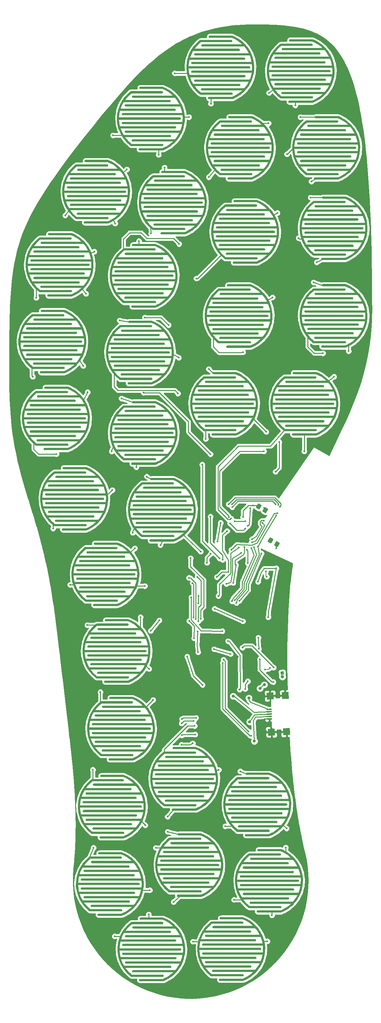
<source format=gtl>
G04 #@! TF.GenerationSoftware,KiCad,Pcbnew,(5.0.0)*
G04 #@! TF.CreationDate,2019-11-05T15:59:09+01:00*
G04 #@! TF.ProjectId,Insole_PCB,496E736F6C655F5043422E6B69636164,rev?*
G04 #@! TF.SameCoordinates,Original*
G04 #@! TF.FileFunction,Copper,L1,Top,Signal*
G04 #@! TF.FilePolarity,Positive*
%FSLAX46Y46*%
G04 Gerber Fmt 4.6, Leading zero omitted, Abs format (unit mm)*
G04 Created by KiCad (PCBNEW (5.0.0)) date 11/05/19 15:59:09*
%MOMM*%
%LPD*%
G01*
G04 APERTURE LIST*
G04 #@! TA.AperFunction,SMDPad,CuDef*
%ADD10C,0.500000*%
G04 #@! TD*
G04 #@! TA.AperFunction,Conductor*
%ADD11C,0.100000*%
G04 #@! TD*
G04 #@! TA.AperFunction,SMDPad,CuDef*
%ADD12C,1.150000*%
G04 #@! TD*
G04 #@! TA.AperFunction,SMDPad,CuDef*
%ADD13C,1.900000*%
G04 #@! TD*
G04 #@! TA.AperFunction,SMDPad,CuDef*
%ADD14C,0.400000*%
G04 #@! TD*
G04 #@! TA.AperFunction,ComponentPad*
%ADD15C,0.850000*%
G04 #@! TD*
G04 #@! TA.AperFunction,Conductor*
%ADD16C,0.850000*%
G04 #@! TD*
G04 #@! TA.AperFunction,ViaPad*
%ADD17C,0.500000*%
G04 #@! TD*
G04 #@! TA.AperFunction,ViaPad*
%ADD18C,0.800000*%
G04 #@! TD*
G04 #@! TA.AperFunction,Conductor*
%ADD19C,0.250000*%
G04 #@! TD*
G04 #@! TA.AperFunction,Conductor*
%ADD20C,0.160000*%
G04 #@! TD*
G04 #@! TA.AperFunction,Conductor*
%ADD21C,0.254000*%
G04 #@! TD*
G04 APERTURE END LIST*
D10*
G04 #@! TO.P,S31,2*
G04 #@! TO.N,/U4_A7*
X185749453Y-219690707D03*
D11*
G04 #@! TD*
G04 #@! TO.N,/U4_A7*
G04 #@! TO.C,S31*
G36*
X189345264Y-227190678D02*
X189316012Y-227188837D01*
X189287079Y-227184151D01*
X189258742Y-227176664D01*
X189231270Y-227166448D01*
X189204927Y-227153599D01*
X189179963Y-227138241D01*
X189169801Y-227130527D01*
X189150139Y-227115748D01*
X188473903Y-226553727D01*
X188470700Y-226551027D01*
X188461535Y-226542382D01*
X188452304Y-226533914D01*
X187834141Y-225908586D01*
X187831217Y-225905586D01*
X187822951Y-225896101D01*
X187814579Y-225886760D01*
X187260396Y-225204105D01*
X187260387Y-225204095D01*
X187260378Y-225204083D01*
X187257769Y-225200824D01*
X187250493Y-225190612D01*
X187243047Y-225180464D01*
X186758116Y-224446977D01*
X186755830Y-224443466D01*
X186749579Y-224432581D01*
X186743165Y-224421766D01*
X186332126Y-223644459D01*
X186330193Y-223640742D01*
X186325030Y-223629291D01*
X186319706Y-223617910D01*
X185986479Y-222804202D01*
X185984919Y-222800314D01*
X185980899Y-222788416D01*
X185976710Y-222776568D01*
X185724478Y-221934226D01*
X185723304Y-221930205D01*
X185720464Y-221917969D01*
X185717452Y-221905771D01*
X185548621Y-221042835D01*
X185547845Y-221038718D01*
X185546211Y-221026257D01*
X185544405Y-221013830D01*
X185460588Y-220138539D01*
X185460218Y-220134366D01*
X185459809Y-220121821D01*
X185459223Y-220109260D01*
X185461220Y-219229967D01*
X185461258Y-219225778D01*
X185462076Y-219213232D01*
X185462718Y-219200696D01*
X185550509Y-218325793D01*
X185550956Y-218321628D01*
X185552994Y-218309227D01*
X185554857Y-218296807D01*
X185727605Y-217434647D01*
X185728456Y-217430546D01*
X185731699Y-217418385D01*
X185734760Y-217406225D01*
X185990815Y-216565037D01*
X185992062Y-216561038D01*
X185996477Y-216549249D01*
X186000710Y-216537447D01*
X186337629Y-215725260D01*
X186339260Y-215721402D01*
X186344808Y-215710092D01*
X186350168Y-215698768D01*
X186764734Y-214923336D01*
X186766735Y-214919656D01*
X186773340Y-214908975D01*
X186779799Y-214898195D01*
X187268056Y-214166917D01*
X187270406Y-214163449D01*
X187278017Y-214153470D01*
X187285502Y-214143365D01*
X187842789Y-213463223D01*
X187845466Y-213460001D01*
X187854024Y-213450802D01*
X187862450Y-213441486D01*
X188483447Y-212818972D01*
X188486426Y-212816027D01*
X188495651Y-212807875D01*
X188504733Y-212799590D01*
X189158348Y-212259452D01*
X189159740Y-212258318D01*
X189159844Y-212258224D01*
X189159959Y-212258140D01*
X189161595Y-212256806D01*
X189172604Y-212248816D01*
X189183436Y-212240831D01*
X189184401Y-212240256D01*
X189185317Y-212239591D01*
X189197007Y-212232741D01*
X189208612Y-212225823D01*
X189209633Y-212225342D01*
X189210605Y-212224773D01*
X189222845Y-212219125D01*
X189235132Y-212213343D01*
X189236200Y-212212963D01*
X189237218Y-212212493D01*
X189249955Y-212208065D01*
X189262743Y-212203511D01*
X189263837Y-212203238D01*
X189264902Y-212202868D01*
X189278045Y-212199696D01*
X189291183Y-212196420D01*
X189292300Y-212196255D01*
X189293394Y-212195991D01*
X189306768Y-212194119D01*
X189320178Y-212192139D01*
X189321307Y-212192084D01*
X189322420Y-212191928D01*
X189335879Y-212191371D01*
X189349453Y-212190707D01*
X197749453Y-212190707D01*
X197753642Y-212190736D01*
X197782894Y-212192577D01*
X197811827Y-212197263D01*
X197840164Y-212204750D01*
X197867636Y-212214966D01*
X197893979Y-212227815D01*
X197918943Y-212243173D01*
X197942289Y-212260894D01*
X197963795Y-212280808D01*
X197983254Y-212302726D01*
X198000482Y-212326438D01*
X198015314Y-212351718D01*
X198027608Y-212378325D01*
X198037247Y-212406005D01*
X198044139Y-212434493D01*
X198048218Y-212463517D01*
X198049446Y-212492801D01*
X198047810Y-212522066D01*
X198043326Y-212551030D01*
X198036037Y-212579419D01*
X198026012Y-212606962D01*
X198013348Y-212633394D01*
X197998164Y-212658465D01*
X197980607Y-212681934D01*
X197960843Y-212703578D01*
X197939062Y-212723190D01*
X197915470Y-212740583D01*
X197890294Y-212755591D01*
X197863774Y-212768071D01*
X197836163Y-212777903D01*
X197807723Y-212784994D01*
X197778728Y-212789275D01*
X197749453Y-212790707D01*
X189457371Y-212790707D01*
X188898048Y-213252924D01*
X188297595Y-213854842D01*
X187758908Y-214512286D01*
X187706548Y-214590707D01*
X199849453Y-214590707D01*
X199853642Y-214590736D01*
X199882894Y-214592577D01*
X199911827Y-214597263D01*
X199940164Y-214604750D01*
X199967636Y-214614966D01*
X199993979Y-214627815D01*
X200018943Y-214643173D01*
X200042289Y-214660894D01*
X200063795Y-214680808D01*
X200083254Y-214702726D01*
X200100482Y-214726438D01*
X200115314Y-214751718D01*
X200127608Y-214778325D01*
X200137247Y-214806005D01*
X200144139Y-214834493D01*
X200148218Y-214863517D01*
X200149446Y-214892801D01*
X200147810Y-214922066D01*
X200143326Y-214951030D01*
X200136037Y-214979419D01*
X200126012Y-215006962D01*
X200113348Y-215033394D01*
X200098164Y-215058465D01*
X200080607Y-215081934D01*
X200060843Y-215103578D01*
X200039062Y-215123190D01*
X200015470Y-215140583D01*
X199990294Y-215155591D01*
X199963774Y-215168071D01*
X199936163Y-215177903D01*
X199907723Y-215184994D01*
X199878728Y-215189275D01*
X199849453Y-215190707D01*
X187305943Y-215190707D01*
X187286944Y-215219162D01*
X186886210Y-215968721D01*
X186560537Y-216753801D01*
X186488423Y-216990707D01*
X201249453Y-216990707D01*
X201253642Y-216990736D01*
X201282894Y-216992577D01*
X201311827Y-216997263D01*
X201340164Y-217004750D01*
X201367636Y-217014966D01*
X201393979Y-217027815D01*
X201418943Y-217043173D01*
X201442289Y-217060894D01*
X201463795Y-217080808D01*
X201483254Y-217102726D01*
X201500482Y-217126438D01*
X201515314Y-217151718D01*
X201527608Y-217178325D01*
X201537247Y-217206005D01*
X201544139Y-217234493D01*
X201548218Y-217263517D01*
X201549446Y-217292801D01*
X201547810Y-217322066D01*
X201543326Y-217351030D01*
X201536037Y-217379419D01*
X201526012Y-217406962D01*
X201513348Y-217433394D01*
X201498164Y-217458465D01*
X201480607Y-217481934D01*
X201460843Y-217503578D01*
X201439062Y-217523190D01*
X201415470Y-217540583D01*
X201390294Y-217555591D01*
X201363774Y-217568071D01*
X201336163Y-217577903D01*
X201307723Y-217584994D01*
X201278728Y-217589275D01*
X201249453Y-217590707D01*
X186308261Y-217590707D01*
X186146047Y-218400292D01*
X186061185Y-219246004D01*
X186060856Y-219390707D01*
X202649453Y-219390707D01*
X202653642Y-219390736D01*
X202682894Y-219392577D01*
X202711827Y-219397263D01*
X202740164Y-219404750D01*
X202767636Y-219414966D01*
X202793979Y-219427815D01*
X202818943Y-219443173D01*
X202842289Y-219460894D01*
X202863795Y-219480808D01*
X202883254Y-219502726D01*
X202900482Y-219526438D01*
X202915314Y-219551718D01*
X202927608Y-219578325D01*
X202937247Y-219606005D01*
X202944139Y-219634493D01*
X202948218Y-219663517D01*
X202949446Y-219692801D01*
X202947810Y-219722066D01*
X202943326Y-219751030D01*
X202936037Y-219779419D01*
X202926012Y-219806962D01*
X202913348Y-219833394D01*
X202898164Y-219858465D01*
X202880607Y-219881934D01*
X202860843Y-219903578D01*
X202839062Y-219923190D01*
X202815470Y-219940583D01*
X202790294Y-219955591D01*
X202763774Y-219968071D01*
X202736163Y-219977903D01*
X202707723Y-219984994D01*
X202678728Y-219989275D01*
X202649453Y-219990707D01*
X186059493Y-219990707D01*
X186059254Y-220095948D01*
X186140275Y-220942032D01*
X186303471Y-221776167D01*
X186307825Y-221790707D01*
X201349453Y-221790707D01*
X201353642Y-221790736D01*
X201382894Y-221792577D01*
X201411827Y-221797263D01*
X201440164Y-221804750D01*
X201467636Y-221814966D01*
X201493979Y-221827815D01*
X201518943Y-221843173D01*
X201542289Y-221860894D01*
X201563795Y-221880808D01*
X201583254Y-221902726D01*
X201600482Y-221926438D01*
X201615314Y-221951718D01*
X201627608Y-221978325D01*
X201637247Y-222006005D01*
X201644139Y-222034493D01*
X201648218Y-222063517D01*
X201649446Y-222092801D01*
X201647810Y-222122066D01*
X201643326Y-222151030D01*
X201636037Y-222179419D01*
X201626012Y-222206962D01*
X201613348Y-222233394D01*
X201598164Y-222258465D01*
X201580607Y-222281934D01*
X201560843Y-222303578D01*
X201539062Y-222323190D01*
X201515470Y-222340583D01*
X201490294Y-222355591D01*
X201463774Y-222368071D01*
X201436163Y-222377903D01*
X201407723Y-222384994D01*
X201378728Y-222389275D01*
X201349453Y-222390707D01*
X186487489Y-222390707D01*
X186547284Y-222590395D01*
X186869392Y-223376950D01*
X187266713Y-224128315D01*
X187307962Y-224190707D01*
X199949453Y-224190707D01*
X199953642Y-224190736D01*
X199982894Y-224192577D01*
X200011827Y-224197263D01*
X200040164Y-224204750D01*
X200067636Y-224214966D01*
X200093979Y-224227815D01*
X200118943Y-224243173D01*
X200142289Y-224260894D01*
X200163795Y-224280808D01*
X200183254Y-224302726D01*
X200200482Y-224326438D01*
X200215314Y-224351718D01*
X200227608Y-224378325D01*
X200237247Y-224406005D01*
X200244139Y-224434493D01*
X200248218Y-224463517D01*
X200249446Y-224492801D01*
X200247810Y-224522066D01*
X200243326Y-224551030D01*
X200236037Y-224579419D01*
X200226012Y-224606962D01*
X200213348Y-224633394D01*
X200198164Y-224658465D01*
X200180607Y-224681934D01*
X200160843Y-224703578D01*
X200139062Y-224723190D01*
X200115470Y-224740583D01*
X200090294Y-224755591D01*
X200063774Y-224768071D01*
X200036163Y-224777903D01*
X200007723Y-224784994D01*
X199978728Y-224789275D01*
X199949453Y-224790707D01*
X187704641Y-224790707D01*
X187735466Y-224837333D01*
X188271155Y-225497205D01*
X188868694Y-226101671D01*
X189457113Y-226590707D01*
X197849453Y-226590707D01*
X197853642Y-226590736D01*
X197882894Y-226592577D01*
X197911827Y-226597263D01*
X197940164Y-226604750D01*
X197967636Y-226614966D01*
X197993979Y-226627815D01*
X198018943Y-226643173D01*
X198042289Y-226660894D01*
X198063795Y-226680808D01*
X198083254Y-226702726D01*
X198100482Y-226726438D01*
X198115314Y-226751718D01*
X198127608Y-226778325D01*
X198137247Y-226806005D01*
X198144139Y-226834493D01*
X198148218Y-226863517D01*
X198149446Y-226892801D01*
X198147810Y-226922066D01*
X198143326Y-226951030D01*
X198136037Y-226979419D01*
X198126012Y-227006962D01*
X198113348Y-227033394D01*
X198098164Y-227058465D01*
X198080607Y-227081934D01*
X198060843Y-227103578D01*
X198039062Y-227123190D01*
X198015470Y-227140583D01*
X197990294Y-227155591D01*
X197963774Y-227168071D01*
X197936163Y-227177903D01*
X197907723Y-227184994D01*
X197878728Y-227189275D01*
X197849453Y-227190707D01*
X189349453Y-227190707D01*
X189345264Y-227190678D01*
X189345264Y-227190678D01*
G37*
D10*
G04 #@! TO.P,S31,e*
G04 #@! TO.N,N/C*
X203749453Y-219690707D03*
D11*
G04 #@! TD*
G04 #@! TO.N,N/C*
G04 #@! TO.C,S31*
G36*
X191645264Y-228390678D02*
X191616012Y-228388837D01*
X191587079Y-228384151D01*
X191558742Y-228376664D01*
X191531270Y-228366448D01*
X191504927Y-228353599D01*
X191479963Y-228338241D01*
X191456617Y-228320520D01*
X191435111Y-228300606D01*
X191415652Y-228278688D01*
X191398424Y-228254976D01*
X191383592Y-228229696D01*
X191371298Y-228203089D01*
X191361659Y-228175409D01*
X191354767Y-228146921D01*
X191350688Y-228117897D01*
X191349460Y-228088613D01*
X191351096Y-228059348D01*
X191355580Y-228030384D01*
X191362869Y-228001995D01*
X191372894Y-227974452D01*
X191385558Y-227948020D01*
X191400742Y-227922949D01*
X191418299Y-227899480D01*
X191438063Y-227877836D01*
X191459844Y-227858224D01*
X191483436Y-227840831D01*
X191508612Y-227825823D01*
X191535132Y-227813343D01*
X191562743Y-227803511D01*
X191591183Y-227796420D01*
X191620178Y-227792139D01*
X191649453Y-227790707D01*
X197889222Y-227790707D01*
X198357817Y-227594647D01*
X199113983Y-227203451D01*
X199826272Y-226741689D01*
X200490098Y-226212627D01*
X200718667Y-225990707D01*
X189749453Y-225990707D01*
X189745264Y-225990678D01*
X189716012Y-225988837D01*
X189687079Y-225984151D01*
X189658742Y-225976664D01*
X189631270Y-225966448D01*
X189604927Y-225953599D01*
X189579963Y-225938241D01*
X189556617Y-225920520D01*
X189535111Y-225900606D01*
X189515652Y-225878688D01*
X189498424Y-225854976D01*
X189483592Y-225829696D01*
X189471298Y-225803089D01*
X189461659Y-225775409D01*
X189454767Y-225746921D01*
X189450688Y-225717897D01*
X189449460Y-225688613D01*
X189451096Y-225659348D01*
X189455580Y-225630384D01*
X189462869Y-225601995D01*
X189472894Y-225574452D01*
X189485558Y-225548020D01*
X189500742Y-225522949D01*
X189518299Y-225499480D01*
X189538063Y-225477836D01*
X189559844Y-225458224D01*
X189583436Y-225440831D01*
X189608612Y-225425823D01*
X189635132Y-225413343D01*
X189662743Y-225403511D01*
X189691183Y-225396420D01*
X189720178Y-225392139D01*
X189749453Y-225390707D01*
X201294318Y-225390707D01*
X201647549Y-224973388D01*
X202130123Y-224275045D01*
X202510169Y-223590707D01*
X187849453Y-223590707D01*
X187845264Y-223590678D01*
X187816012Y-223588837D01*
X187787079Y-223584151D01*
X187758742Y-223576664D01*
X187731270Y-223566448D01*
X187704927Y-223553599D01*
X187679963Y-223538241D01*
X187656617Y-223520520D01*
X187635111Y-223500606D01*
X187615652Y-223478688D01*
X187598424Y-223454976D01*
X187583592Y-223429696D01*
X187571298Y-223403089D01*
X187561659Y-223375409D01*
X187554767Y-223346921D01*
X187550688Y-223317897D01*
X187549460Y-223288613D01*
X187551096Y-223259348D01*
X187555580Y-223230384D01*
X187562869Y-223201995D01*
X187572894Y-223174452D01*
X187585558Y-223148020D01*
X187600742Y-223122949D01*
X187618299Y-223099480D01*
X187638063Y-223077836D01*
X187659844Y-223058224D01*
X187683436Y-223040831D01*
X187708612Y-223025823D01*
X187735132Y-223013343D01*
X187762743Y-223003511D01*
X187791183Y-222996420D01*
X187820178Y-222992139D01*
X187849453Y-222990707D01*
X202777407Y-222990707D01*
X202879995Y-222754156D01*
X203140133Y-221946128D01*
X203304090Y-221190707D01*
X187049453Y-221190707D01*
X187045264Y-221190678D01*
X187016012Y-221188837D01*
X186987079Y-221184151D01*
X186958742Y-221176664D01*
X186931270Y-221166448D01*
X186904927Y-221153599D01*
X186879963Y-221138241D01*
X186856617Y-221120520D01*
X186835111Y-221100606D01*
X186815652Y-221078688D01*
X186798424Y-221054976D01*
X186783592Y-221029696D01*
X186771298Y-221003089D01*
X186761659Y-220975409D01*
X186754767Y-220946921D01*
X186750688Y-220917897D01*
X186749460Y-220888613D01*
X186751096Y-220859348D01*
X186755580Y-220830384D01*
X186762869Y-220801995D01*
X186772894Y-220774452D01*
X186785558Y-220748020D01*
X186800742Y-220722949D01*
X186818299Y-220699480D01*
X186838063Y-220677836D01*
X186859844Y-220658224D01*
X186883436Y-220640831D01*
X186908612Y-220625823D01*
X186935132Y-220613343D01*
X186962743Y-220603511D01*
X186991183Y-220596420D01*
X187020178Y-220592139D01*
X187049453Y-220590707D01*
X203381447Y-220590707D01*
X203418414Y-220273424D01*
X203433903Y-219424700D01*
X203383401Y-218790707D01*
X187049453Y-218790707D01*
X187045264Y-218790678D01*
X187016012Y-218788837D01*
X186987079Y-218784151D01*
X186958742Y-218776664D01*
X186931270Y-218766448D01*
X186904927Y-218753599D01*
X186879963Y-218738241D01*
X186856617Y-218720520D01*
X186835111Y-218700606D01*
X186815652Y-218678688D01*
X186798424Y-218654976D01*
X186783592Y-218629696D01*
X186771298Y-218603089D01*
X186761659Y-218575409D01*
X186754767Y-218546921D01*
X186750688Y-218517897D01*
X186749460Y-218488613D01*
X186751096Y-218459348D01*
X186755580Y-218430384D01*
X186762869Y-218401995D01*
X186772894Y-218374452D01*
X186785558Y-218348020D01*
X186800742Y-218322949D01*
X186818299Y-218299480D01*
X186838063Y-218277836D01*
X186859844Y-218258224D01*
X186883436Y-218240831D01*
X186908612Y-218225823D01*
X186935132Y-218213343D01*
X186962743Y-218203511D01*
X186991183Y-218196420D01*
X187020178Y-218192139D01*
X187049453Y-218190707D01*
X203297039Y-218190707D01*
X203216840Y-217742938D01*
X202986364Y-216925975D01*
X202777085Y-216390707D01*
X187849453Y-216390707D01*
X187845264Y-216390678D01*
X187816012Y-216388837D01*
X187787079Y-216384151D01*
X187758742Y-216376664D01*
X187731270Y-216366448D01*
X187704927Y-216353599D01*
X187679963Y-216338241D01*
X187656617Y-216320520D01*
X187635111Y-216300606D01*
X187615652Y-216278688D01*
X187598424Y-216254976D01*
X187583592Y-216229696D01*
X187571298Y-216203089D01*
X187561659Y-216175409D01*
X187554767Y-216146921D01*
X187550688Y-216117897D01*
X187549460Y-216088613D01*
X187551096Y-216059348D01*
X187555580Y-216030384D01*
X187562869Y-216001995D01*
X187572894Y-215974452D01*
X187585558Y-215948020D01*
X187600742Y-215922949D01*
X187618299Y-215899480D01*
X187638063Y-215877836D01*
X187659844Y-215858224D01*
X187683436Y-215840831D01*
X187708612Y-215825823D01*
X187735132Y-215813343D01*
X187762743Y-215803511D01*
X187791183Y-215796420D01*
X187820178Y-215792139D01*
X187849453Y-215790707D01*
X202501983Y-215790707D01*
X202292485Y-215378733D01*
X201835709Y-214663241D01*
X201311292Y-213995735D01*
X201306478Y-213990707D01*
X189849453Y-213990707D01*
X189845264Y-213990678D01*
X189816012Y-213988837D01*
X189787079Y-213984151D01*
X189758742Y-213976664D01*
X189731270Y-213966448D01*
X189704927Y-213953599D01*
X189679963Y-213938241D01*
X189656617Y-213920520D01*
X189635111Y-213900606D01*
X189615652Y-213878688D01*
X189598424Y-213854976D01*
X189583592Y-213829696D01*
X189571298Y-213803089D01*
X189561659Y-213775409D01*
X189554767Y-213746921D01*
X189550688Y-213717897D01*
X189549460Y-213688613D01*
X189551096Y-213659348D01*
X189555580Y-213630384D01*
X189562869Y-213601995D01*
X189572894Y-213574452D01*
X189585558Y-213548020D01*
X189600742Y-213522949D01*
X189618299Y-213499480D01*
X189638063Y-213477836D01*
X189659844Y-213458224D01*
X189683436Y-213440831D01*
X189708612Y-213425823D01*
X189735132Y-213413343D01*
X189762743Y-213403511D01*
X189791183Y-213396420D01*
X189820178Y-213392139D01*
X189849453Y-213390707D01*
X200732013Y-213390707D01*
X200724242Y-213382591D01*
X200080173Y-212829668D01*
X199385206Y-212342221D01*
X198645996Y-211924924D01*
X197889853Y-211590707D01*
X191849453Y-211590707D01*
X191845264Y-211590678D01*
X191816012Y-211588837D01*
X191787079Y-211584151D01*
X191758742Y-211576664D01*
X191731270Y-211566448D01*
X191704927Y-211553599D01*
X191679963Y-211538241D01*
X191656617Y-211520520D01*
X191635111Y-211500606D01*
X191615652Y-211478688D01*
X191598424Y-211454976D01*
X191583592Y-211429696D01*
X191571298Y-211403089D01*
X191561659Y-211375409D01*
X191554767Y-211346921D01*
X191550688Y-211317897D01*
X191549460Y-211288613D01*
X191551096Y-211259348D01*
X191555580Y-211230384D01*
X191562869Y-211201995D01*
X191572894Y-211174452D01*
X191585558Y-211148020D01*
X191600742Y-211122949D01*
X191618299Y-211099480D01*
X191638063Y-211077836D01*
X191659844Y-211058224D01*
X191683436Y-211040831D01*
X191708612Y-211025823D01*
X191735132Y-211013343D01*
X191762743Y-211003511D01*
X191791183Y-210996420D01*
X191820178Y-210992139D01*
X191849453Y-210990707D01*
X197949453Y-210990707D01*
X197953642Y-210990736D01*
X197982894Y-210992577D01*
X198011827Y-210997263D01*
X198040164Y-211004750D01*
X198067636Y-211014966D01*
X198070045Y-211016141D01*
X198071377Y-211016509D01*
X198098732Y-211027035D01*
X198901976Y-211382070D01*
X198905795Y-211383790D01*
X198916946Y-211389582D01*
X198928173Y-211395215D01*
X199692939Y-211826939D01*
X199696572Y-211829023D01*
X199707106Y-211835876D01*
X199717728Y-211842577D01*
X200436715Y-212346870D01*
X200440127Y-212349300D01*
X200449937Y-212357144D01*
X200459859Y-212364853D01*
X201126204Y-212936899D01*
X201129364Y-212939649D01*
X201138392Y-212948443D01*
X201147484Y-212957054D01*
X201754827Y-213591393D01*
X201757703Y-213594439D01*
X201765812Y-213604051D01*
X201774038Y-213613529D01*
X202316582Y-214304108D01*
X202319147Y-214307420D01*
X202326282Y-214317782D01*
X202333541Y-214328013D01*
X202806101Y-215068229D01*
X202806107Y-215068238D01*
X202806113Y-215068249D01*
X202808337Y-215071785D01*
X202814422Y-215082784D01*
X202820653Y-215093684D01*
X203218730Y-215876491D01*
X203220603Y-215880238D01*
X203225575Y-215891753D01*
X203230724Y-215903235D01*
X203550512Y-216721151D01*
X203552010Y-216725063D01*
X203555846Y-216737045D01*
X203559838Y-216748937D01*
X203798285Y-217594157D01*
X203799395Y-217598196D01*
X203802039Y-217610475D01*
X203804856Y-217622720D01*
X203959687Y-218487174D01*
X203960397Y-218491303D01*
X203961830Y-218503777D01*
X203963439Y-218516243D01*
X204033174Y-219391679D01*
X204033477Y-219395857D01*
X204033686Y-219408423D01*
X204034071Y-219420975D01*
X204018046Y-220299039D01*
X204017941Y-220303227D01*
X204016921Y-220315773D01*
X204016080Y-220328283D01*
X203914448Y-221200592D01*
X203913935Y-221204750D01*
X203911694Y-221217147D01*
X203909638Y-221229505D01*
X203723368Y-222087732D01*
X203722452Y-222091820D01*
X203719015Y-222103929D01*
X203715760Y-222116038D01*
X203446631Y-222951993D01*
X203445320Y-222955972D01*
X203440728Y-222967661D01*
X203436297Y-222979421D01*
X203086877Y-223785124D01*
X203085183Y-223788956D01*
X203079454Y-223800177D01*
X203073915Y-223811412D01*
X202647540Y-224579174D01*
X202645481Y-224582822D01*
X202638674Y-224593447D01*
X202632075Y-224604071D01*
X202132815Y-225326560D01*
X202130410Y-225329990D01*
X202122619Y-225339875D01*
X202114995Y-225349830D01*
X201547615Y-226020153D01*
X201544887Y-226023332D01*
X201536145Y-226032433D01*
X201527608Y-226041573D01*
X200897525Y-226653329D01*
X200894499Y-226656227D01*
X200884933Y-226664412D01*
X200875523Y-226672695D01*
X200188750Y-227220046D01*
X200185456Y-227222634D01*
X200175144Y-227229842D01*
X200164964Y-227237172D01*
X199428055Y-227714894D01*
X199424524Y-227717148D01*
X199413572Y-227723308D01*
X199402711Y-227729617D01*
X198622702Y-228133149D01*
X198618968Y-228135049D01*
X198609725Y-228139116D01*
X198600647Y-228143447D01*
X198065247Y-228367459D01*
X198063902Y-228368011D01*
X198063774Y-228368071D01*
X198063631Y-228368122D01*
X198061371Y-228369049D01*
X198048790Y-228373407D01*
X198036163Y-228377903D01*
X198034898Y-228378218D01*
X198033675Y-228378642D01*
X198020753Y-228381745D01*
X198007723Y-228384994D01*
X198006429Y-228385185D01*
X198005176Y-228385486D01*
X197991992Y-228387317D01*
X197978728Y-228389275D01*
X197977431Y-228389338D01*
X197976145Y-228389517D01*
X197962788Y-228390055D01*
X197949453Y-228390707D01*
X191649453Y-228390707D01*
X191645264Y-228390678D01*
X191645264Y-228390678D01*
G37*
D10*
G04 #@! TO.P,S30,2*
G04 #@! TO.N,/U4_A6*
X165969453Y-227290707D03*
D11*
G04 #@! TD*
G04 #@! TO.N,/U4_A6*
G04 #@! TO.C,S30*
G36*
X169565264Y-234790678D02*
X169536012Y-234788837D01*
X169507079Y-234784151D01*
X169478742Y-234776664D01*
X169451270Y-234766448D01*
X169424927Y-234753599D01*
X169399963Y-234738241D01*
X169389801Y-234730527D01*
X169370139Y-234715748D01*
X168693903Y-234153727D01*
X168690700Y-234151027D01*
X168681535Y-234142382D01*
X168672304Y-234133914D01*
X168054141Y-233508586D01*
X168051217Y-233505586D01*
X168042951Y-233496101D01*
X168034579Y-233486760D01*
X167480396Y-232804105D01*
X167480387Y-232804095D01*
X167480378Y-232804083D01*
X167477769Y-232800824D01*
X167470493Y-232790612D01*
X167463047Y-232780464D01*
X166978116Y-232046977D01*
X166975830Y-232043466D01*
X166969579Y-232032581D01*
X166963165Y-232021766D01*
X166552126Y-231244459D01*
X166550193Y-231240742D01*
X166545030Y-231229291D01*
X166539706Y-231217910D01*
X166206479Y-230404202D01*
X166204919Y-230400314D01*
X166200899Y-230388416D01*
X166196710Y-230376568D01*
X165944478Y-229534226D01*
X165943304Y-229530205D01*
X165940464Y-229517969D01*
X165937452Y-229505771D01*
X165768621Y-228642835D01*
X165767845Y-228638718D01*
X165766211Y-228626257D01*
X165764405Y-228613830D01*
X165680588Y-227738539D01*
X165680218Y-227734366D01*
X165679809Y-227721821D01*
X165679223Y-227709260D01*
X165681220Y-226829967D01*
X165681258Y-226825778D01*
X165682076Y-226813232D01*
X165682718Y-226800696D01*
X165770509Y-225925793D01*
X165770956Y-225921628D01*
X165772994Y-225909227D01*
X165774857Y-225896807D01*
X165947605Y-225034647D01*
X165948456Y-225030546D01*
X165951699Y-225018385D01*
X165954760Y-225006225D01*
X166210815Y-224165037D01*
X166212062Y-224161038D01*
X166216477Y-224149249D01*
X166220710Y-224137447D01*
X166557629Y-223325260D01*
X166559260Y-223321402D01*
X166564808Y-223310092D01*
X166570168Y-223298768D01*
X166984734Y-222523336D01*
X166986735Y-222519656D01*
X166993340Y-222508975D01*
X166999799Y-222498195D01*
X167488056Y-221766917D01*
X167490406Y-221763449D01*
X167498017Y-221753470D01*
X167505502Y-221743365D01*
X168062789Y-221063223D01*
X168065466Y-221060001D01*
X168074024Y-221050802D01*
X168082450Y-221041486D01*
X168703447Y-220418972D01*
X168706426Y-220416027D01*
X168715651Y-220407875D01*
X168724733Y-220399590D01*
X169378348Y-219859452D01*
X169379740Y-219858318D01*
X169379844Y-219858224D01*
X169379959Y-219858140D01*
X169381595Y-219856806D01*
X169392604Y-219848816D01*
X169403436Y-219840831D01*
X169404401Y-219840256D01*
X169405317Y-219839591D01*
X169417007Y-219832741D01*
X169428612Y-219825823D01*
X169429633Y-219825342D01*
X169430605Y-219824773D01*
X169442845Y-219819125D01*
X169455132Y-219813343D01*
X169456200Y-219812963D01*
X169457218Y-219812493D01*
X169469955Y-219808065D01*
X169482743Y-219803511D01*
X169483837Y-219803238D01*
X169484902Y-219802868D01*
X169498045Y-219799696D01*
X169511183Y-219796420D01*
X169512300Y-219796255D01*
X169513394Y-219795991D01*
X169526768Y-219794119D01*
X169540178Y-219792139D01*
X169541307Y-219792084D01*
X169542420Y-219791928D01*
X169555879Y-219791371D01*
X169569453Y-219790707D01*
X177969453Y-219790707D01*
X177973642Y-219790736D01*
X178002894Y-219792577D01*
X178031827Y-219797263D01*
X178060164Y-219804750D01*
X178087636Y-219814966D01*
X178113979Y-219827815D01*
X178138943Y-219843173D01*
X178162289Y-219860894D01*
X178183795Y-219880808D01*
X178203254Y-219902726D01*
X178220482Y-219926438D01*
X178235314Y-219951718D01*
X178247608Y-219978325D01*
X178257247Y-220006005D01*
X178264139Y-220034493D01*
X178268218Y-220063517D01*
X178269446Y-220092801D01*
X178267810Y-220122066D01*
X178263326Y-220151030D01*
X178256037Y-220179419D01*
X178246012Y-220206962D01*
X178233348Y-220233394D01*
X178218164Y-220258465D01*
X178200607Y-220281934D01*
X178180843Y-220303578D01*
X178159062Y-220323190D01*
X178135470Y-220340583D01*
X178110294Y-220355591D01*
X178083774Y-220368071D01*
X178056163Y-220377903D01*
X178027723Y-220384994D01*
X177998728Y-220389275D01*
X177969453Y-220390707D01*
X169677371Y-220390707D01*
X169118048Y-220852924D01*
X168517595Y-221454842D01*
X167978908Y-222112286D01*
X167926548Y-222190707D01*
X180069453Y-222190707D01*
X180073642Y-222190736D01*
X180102894Y-222192577D01*
X180131827Y-222197263D01*
X180160164Y-222204750D01*
X180187636Y-222214966D01*
X180213979Y-222227815D01*
X180238943Y-222243173D01*
X180262289Y-222260894D01*
X180283795Y-222280808D01*
X180303254Y-222302726D01*
X180320482Y-222326438D01*
X180335314Y-222351718D01*
X180347608Y-222378325D01*
X180357247Y-222406005D01*
X180364139Y-222434493D01*
X180368218Y-222463517D01*
X180369446Y-222492801D01*
X180367810Y-222522066D01*
X180363326Y-222551030D01*
X180356037Y-222579419D01*
X180346012Y-222606962D01*
X180333348Y-222633394D01*
X180318164Y-222658465D01*
X180300607Y-222681934D01*
X180280843Y-222703578D01*
X180259062Y-222723190D01*
X180235470Y-222740583D01*
X180210294Y-222755591D01*
X180183774Y-222768071D01*
X180156163Y-222777903D01*
X180127723Y-222784994D01*
X180098728Y-222789275D01*
X180069453Y-222790707D01*
X167525943Y-222790707D01*
X167506944Y-222819162D01*
X167106210Y-223568721D01*
X166780537Y-224353801D01*
X166708423Y-224590707D01*
X181469453Y-224590707D01*
X181473642Y-224590736D01*
X181502894Y-224592577D01*
X181531827Y-224597263D01*
X181560164Y-224604750D01*
X181587636Y-224614966D01*
X181613979Y-224627815D01*
X181638943Y-224643173D01*
X181662289Y-224660894D01*
X181683795Y-224680808D01*
X181703254Y-224702726D01*
X181720482Y-224726438D01*
X181735314Y-224751718D01*
X181747608Y-224778325D01*
X181757247Y-224806005D01*
X181764139Y-224834493D01*
X181768218Y-224863517D01*
X181769446Y-224892801D01*
X181767810Y-224922066D01*
X181763326Y-224951030D01*
X181756037Y-224979419D01*
X181746012Y-225006962D01*
X181733348Y-225033394D01*
X181718164Y-225058465D01*
X181700607Y-225081934D01*
X181680843Y-225103578D01*
X181659062Y-225123190D01*
X181635470Y-225140583D01*
X181610294Y-225155591D01*
X181583774Y-225168071D01*
X181556163Y-225177903D01*
X181527723Y-225184994D01*
X181498728Y-225189275D01*
X181469453Y-225190707D01*
X166528261Y-225190707D01*
X166366047Y-226000292D01*
X166281185Y-226846004D01*
X166280856Y-226990707D01*
X182869453Y-226990707D01*
X182873642Y-226990736D01*
X182902894Y-226992577D01*
X182931827Y-226997263D01*
X182960164Y-227004750D01*
X182987636Y-227014966D01*
X183013979Y-227027815D01*
X183038943Y-227043173D01*
X183062289Y-227060894D01*
X183083795Y-227080808D01*
X183103254Y-227102726D01*
X183120482Y-227126438D01*
X183135314Y-227151718D01*
X183147608Y-227178325D01*
X183157247Y-227206005D01*
X183164139Y-227234493D01*
X183168218Y-227263517D01*
X183169446Y-227292801D01*
X183167810Y-227322066D01*
X183163326Y-227351030D01*
X183156037Y-227379419D01*
X183146012Y-227406962D01*
X183133348Y-227433394D01*
X183118164Y-227458465D01*
X183100607Y-227481934D01*
X183080843Y-227503578D01*
X183059062Y-227523190D01*
X183035470Y-227540583D01*
X183010294Y-227555591D01*
X182983774Y-227568071D01*
X182956163Y-227577903D01*
X182927723Y-227584994D01*
X182898728Y-227589275D01*
X182869453Y-227590707D01*
X166279493Y-227590707D01*
X166279254Y-227695948D01*
X166360275Y-228542032D01*
X166523471Y-229376167D01*
X166527825Y-229390707D01*
X181569453Y-229390707D01*
X181573642Y-229390736D01*
X181602894Y-229392577D01*
X181631827Y-229397263D01*
X181660164Y-229404750D01*
X181687636Y-229414966D01*
X181713979Y-229427815D01*
X181738943Y-229443173D01*
X181762289Y-229460894D01*
X181783795Y-229480808D01*
X181803254Y-229502726D01*
X181820482Y-229526438D01*
X181835314Y-229551718D01*
X181847608Y-229578325D01*
X181857247Y-229606005D01*
X181864139Y-229634493D01*
X181868218Y-229663517D01*
X181869446Y-229692801D01*
X181867810Y-229722066D01*
X181863326Y-229751030D01*
X181856037Y-229779419D01*
X181846012Y-229806962D01*
X181833348Y-229833394D01*
X181818164Y-229858465D01*
X181800607Y-229881934D01*
X181780843Y-229903578D01*
X181759062Y-229923190D01*
X181735470Y-229940583D01*
X181710294Y-229955591D01*
X181683774Y-229968071D01*
X181656163Y-229977903D01*
X181627723Y-229984994D01*
X181598728Y-229989275D01*
X181569453Y-229990707D01*
X166707489Y-229990707D01*
X166767284Y-230190395D01*
X167089392Y-230976950D01*
X167486713Y-231728315D01*
X167527962Y-231790707D01*
X180169453Y-231790707D01*
X180173642Y-231790736D01*
X180202894Y-231792577D01*
X180231827Y-231797263D01*
X180260164Y-231804750D01*
X180287636Y-231814966D01*
X180313979Y-231827815D01*
X180338943Y-231843173D01*
X180362289Y-231860894D01*
X180383795Y-231880808D01*
X180403254Y-231902726D01*
X180420482Y-231926438D01*
X180435314Y-231951718D01*
X180447608Y-231978325D01*
X180457247Y-232006005D01*
X180464139Y-232034493D01*
X180468218Y-232063517D01*
X180469446Y-232092801D01*
X180467810Y-232122066D01*
X180463326Y-232151030D01*
X180456037Y-232179419D01*
X180446012Y-232206962D01*
X180433348Y-232233394D01*
X180418164Y-232258465D01*
X180400607Y-232281934D01*
X180380843Y-232303578D01*
X180359062Y-232323190D01*
X180335470Y-232340583D01*
X180310294Y-232355591D01*
X180283774Y-232368071D01*
X180256163Y-232377903D01*
X180227723Y-232384994D01*
X180198728Y-232389275D01*
X180169453Y-232390707D01*
X167924641Y-232390707D01*
X167955466Y-232437333D01*
X168491155Y-233097205D01*
X169088694Y-233701671D01*
X169677113Y-234190707D01*
X178069453Y-234190707D01*
X178073642Y-234190736D01*
X178102894Y-234192577D01*
X178131827Y-234197263D01*
X178160164Y-234204750D01*
X178187636Y-234214966D01*
X178213979Y-234227815D01*
X178238943Y-234243173D01*
X178262289Y-234260894D01*
X178283795Y-234280808D01*
X178303254Y-234302726D01*
X178320482Y-234326438D01*
X178335314Y-234351718D01*
X178347608Y-234378325D01*
X178357247Y-234406005D01*
X178364139Y-234434493D01*
X178368218Y-234463517D01*
X178369446Y-234492801D01*
X178367810Y-234522066D01*
X178363326Y-234551030D01*
X178356037Y-234579419D01*
X178346012Y-234606962D01*
X178333348Y-234633394D01*
X178318164Y-234658465D01*
X178300607Y-234681934D01*
X178280843Y-234703578D01*
X178259062Y-234723190D01*
X178235470Y-234740583D01*
X178210294Y-234755591D01*
X178183774Y-234768071D01*
X178156163Y-234777903D01*
X178127723Y-234784994D01*
X178098728Y-234789275D01*
X178069453Y-234790707D01*
X169569453Y-234790707D01*
X169565264Y-234790678D01*
X169565264Y-234790678D01*
G37*
D10*
G04 #@! TO.P,S30,e*
G04 #@! TO.N,N/C*
X183969453Y-227290707D03*
D11*
G04 #@! TD*
G04 #@! TO.N,N/C*
G04 #@! TO.C,S30*
G36*
X171865264Y-235990678D02*
X171836012Y-235988837D01*
X171807079Y-235984151D01*
X171778742Y-235976664D01*
X171751270Y-235966448D01*
X171724927Y-235953599D01*
X171699963Y-235938241D01*
X171676617Y-235920520D01*
X171655111Y-235900606D01*
X171635652Y-235878688D01*
X171618424Y-235854976D01*
X171603592Y-235829696D01*
X171591298Y-235803089D01*
X171581659Y-235775409D01*
X171574767Y-235746921D01*
X171570688Y-235717897D01*
X171569460Y-235688613D01*
X171571096Y-235659348D01*
X171575580Y-235630384D01*
X171582869Y-235601995D01*
X171592894Y-235574452D01*
X171605558Y-235548020D01*
X171620742Y-235522949D01*
X171638299Y-235499480D01*
X171658063Y-235477836D01*
X171679844Y-235458224D01*
X171703436Y-235440831D01*
X171728612Y-235425823D01*
X171755132Y-235413343D01*
X171782743Y-235403511D01*
X171811183Y-235396420D01*
X171840178Y-235392139D01*
X171869453Y-235390707D01*
X178109222Y-235390707D01*
X178577817Y-235194647D01*
X179333983Y-234803451D01*
X180046272Y-234341689D01*
X180710098Y-233812627D01*
X180938667Y-233590707D01*
X169969453Y-233590707D01*
X169965264Y-233590678D01*
X169936012Y-233588837D01*
X169907079Y-233584151D01*
X169878742Y-233576664D01*
X169851270Y-233566448D01*
X169824927Y-233553599D01*
X169799963Y-233538241D01*
X169776617Y-233520520D01*
X169755111Y-233500606D01*
X169735652Y-233478688D01*
X169718424Y-233454976D01*
X169703592Y-233429696D01*
X169691298Y-233403089D01*
X169681659Y-233375409D01*
X169674767Y-233346921D01*
X169670688Y-233317897D01*
X169669460Y-233288613D01*
X169671096Y-233259348D01*
X169675580Y-233230384D01*
X169682869Y-233201995D01*
X169692894Y-233174452D01*
X169705558Y-233148020D01*
X169720742Y-233122949D01*
X169738299Y-233099480D01*
X169758063Y-233077836D01*
X169779844Y-233058224D01*
X169803436Y-233040831D01*
X169828612Y-233025823D01*
X169855132Y-233013343D01*
X169882743Y-233003511D01*
X169911183Y-232996420D01*
X169940178Y-232992139D01*
X169969453Y-232990707D01*
X181514318Y-232990707D01*
X181867549Y-232573388D01*
X182350123Y-231875045D01*
X182730169Y-231190707D01*
X168069453Y-231190707D01*
X168065264Y-231190678D01*
X168036012Y-231188837D01*
X168007079Y-231184151D01*
X167978742Y-231176664D01*
X167951270Y-231166448D01*
X167924927Y-231153599D01*
X167899963Y-231138241D01*
X167876617Y-231120520D01*
X167855111Y-231100606D01*
X167835652Y-231078688D01*
X167818424Y-231054976D01*
X167803592Y-231029696D01*
X167791298Y-231003089D01*
X167781659Y-230975409D01*
X167774767Y-230946921D01*
X167770688Y-230917897D01*
X167769460Y-230888613D01*
X167771096Y-230859348D01*
X167775580Y-230830384D01*
X167782869Y-230801995D01*
X167792894Y-230774452D01*
X167805558Y-230748020D01*
X167820742Y-230722949D01*
X167838299Y-230699480D01*
X167858063Y-230677836D01*
X167879844Y-230658224D01*
X167903436Y-230640831D01*
X167928612Y-230625823D01*
X167955132Y-230613343D01*
X167982743Y-230603511D01*
X168011183Y-230596420D01*
X168040178Y-230592139D01*
X168069453Y-230590707D01*
X182997407Y-230590707D01*
X183099995Y-230354156D01*
X183360133Y-229546128D01*
X183524090Y-228790707D01*
X167269453Y-228790707D01*
X167265264Y-228790678D01*
X167236012Y-228788837D01*
X167207079Y-228784151D01*
X167178742Y-228776664D01*
X167151270Y-228766448D01*
X167124927Y-228753599D01*
X167099963Y-228738241D01*
X167076617Y-228720520D01*
X167055111Y-228700606D01*
X167035652Y-228678688D01*
X167018424Y-228654976D01*
X167003592Y-228629696D01*
X166991298Y-228603089D01*
X166981659Y-228575409D01*
X166974767Y-228546921D01*
X166970688Y-228517897D01*
X166969460Y-228488613D01*
X166971096Y-228459348D01*
X166975580Y-228430384D01*
X166982869Y-228401995D01*
X166992894Y-228374452D01*
X167005558Y-228348020D01*
X167020742Y-228322949D01*
X167038299Y-228299480D01*
X167058063Y-228277836D01*
X167079844Y-228258224D01*
X167103436Y-228240831D01*
X167128612Y-228225823D01*
X167155132Y-228213343D01*
X167182743Y-228203511D01*
X167211183Y-228196420D01*
X167240178Y-228192139D01*
X167269453Y-228190707D01*
X183601447Y-228190707D01*
X183638414Y-227873424D01*
X183653903Y-227024700D01*
X183603401Y-226390707D01*
X167269453Y-226390707D01*
X167265264Y-226390678D01*
X167236012Y-226388837D01*
X167207079Y-226384151D01*
X167178742Y-226376664D01*
X167151270Y-226366448D01*
X167124927Y-226353599D01*
X167099963Y-226338241D01*
X167076617Y-226320520D01*
X167055111Y-226300606D01*
X167035652Y-226278688D01*
X167018424Y-226254976D01*
X167003592Y-226229696D01*
X166991298Y-226203089D01*
X166981659Y-226175409D01*
X166974767Y-226146921D01*
X166970688Y-226117897D01*
X166969460Y-226088613D01*
X166971096Y-226059348D01*
X166975580Y-226030384D01*
X166982869Y-226001995D01*
X166992894Y-225974452D01*
X167005558Y-225948020D01*
X167020742Y-225922949D01*
X167038299Y-225899480D01*
X167058063Y-225877836D01*
X167079844Y-225858224D01*
X167103436Y-225840831D01*
X167128612Y-225825823D01*
X167155132Y-225813343D01*
X167182743Y-225803511D01*
X167211183Y-225796420D01*
X167240178Y-225792139D01*
X167269453Y-225790707D01*
X183517039Y-225790707D01*
X183436840Y-225342938D01*
X183206364Y-224525975D01*
X182997085Y-223990707D01*
X168069453Y-223990707D01*
X168065264Y-223990678D01*
X168036012Y-223988837D01*
X168007079Y-223984151D01*
X167978742Y-223976664D01*
X167951270Y-223966448D01*
X167924927Y-223953599D01*
X167899963Y-223938241D01*
X167876617Y-223920520D01*
X167855111Y-223900606D01*
X167835652Y-223878688D01*
X167818424Y-223854976D01*
X167803592Y-223829696D01*
X167791298Y-223803089D01*
X167781659Y-223775409D01*
X167774767Y-223746921D01*
X167770688Y-223717897D01*
X167769460Y-223688613D01*
X167771096Y-223659348D01*
X167775580Y-223630384D01*
X167782869Y-223601995D01*
X167792894Y-223574452D01*
X167805558Y-223548020D01*
X167820742Y-223522949D01*
X167838299Y-223499480D01*
X167858063Y-223477836D01*
X167879844Y-223458224D01*
X167903436Y-223440831D01*
X167928612Y-223425823D01*
X167955132Y-223413343D01*
X167982743Y-223403511D01*
X168011183Y-223396420D01*
X168040178Y-223392139D01*
X168069453Y-223390707D01*
X182721983Y-223390707D01*
X182512485Y-222978733D01*
X182055709Y-222263241D01*
X181531292Y-221595735D01*
X181526478Y-221590707D01*
X170069453Y-221590707D01*
X170065264Y-221590678D01*
X170036012Y-221588837D01*
X170007079Y-221584151D01*
X169978742Y-221576664D01*
X169951270Y-221566448D01*
X169924927Y-221553599D01*
X169899963Y-221538241D01*
X169876617Y-221520520D01*
X169855111Y-221500606D01*
X169835652Y-221478688D01*
X169818424Y-221454976D01*
X169803592Y-221429696D01*
X169791298Y-221403089D01*
X169781659Y-221375409D01*
X169774767Y-221346921D01*
X169770688Y-221317897D01*
X169769460Y-221288613D01*
X169771096Y-221259348D01*
X169775580Y-221230384D01*
X169782869Y-221201995D01*
X169792894Y-221174452D01*
X169805558Y-221148020D01*
X169820742Y-221122949D01*
X169838299Y-221099480D01*
X169858063Y-221077836D01*
X169879844Y-221058224D01*
X169903436Y-221040831D01*
X169928612Y-221025823D01*
X169955132Y-221013343D01*
X169982743Y-221003511D01*
X170011183Y-220996420D01*
X170040178Y-220992139D01*
X170069453Y-220990707D01*
X180952013Y-220990707D01*
X180944242Y-220982591D01*
X180300173Y-220429668D01*
X179605206Y-219942221D01*
X178865996Y-219524924D01*
X178109853Y-219190707D01*
X172069453Y-219190707D01*
X172065264Y-219190678D01*
X172036012Y-219188837D01*
X172007079Y-219184151D01*
X171978742Y-219176664D01*
X171951270Y-219166448D01*
X171924927Y-219153599D01*
X171899963Y-219138241D01*
X171876617Y-219120520D01*
X171855111Y-219100606D01*
X171835652Y-219078688D01*
X171818424Y-219054976D01*
X171803592Y-219029696D01*
X171791298Y-219003089D01*
X171781659Y-218975409D01*
X171774767Y-218946921D01*
X171770688Y-218917897D01*
X171769460Y-218888613D01*
X171771096Y-218859348D01*
X171775580Y-218830384D01*
X171782869Y-218801995D01*
X171792894Y-218774452D01*
X171805558Y-218748020D01*
X171820742Y-218722949D01*
X171838299Y-218699480D01*
X171858063Y-218677836D01*
X171879844Y-218658224D01*
X171903436Y-218640831D01*
X171928612Y-218625823D01*
X171955132Y-218613343D01*
X171982743Y-218603511D01*
X172011183Y-218596420D01*
X172040178Y-218592139D01*
X172069453Y-218590707D01*
X178169453Y-218590707D01*
X178173642Y-218590736D01*
X178202894Y-218592577D01*
X178231827Y-218597263D01*
X178260164Y-218604750D01*
X178287636Y-218614966D01*
X178290045Y-218616141D01*
X178291377Y-218616509D01*
X178318732Y-218627035D01*
X179121976Y-218982070D01*
X179125795Y-218983790D01*
X179136946Y-218989582D01*
X179148173Y-218995215D01*
X179912939Y-219426939D01*
X179916572Y-219429023D01*
X179927106Y-219435876D01*
X179937728Y-219442577D01*
X180656715Y-219946870D01*
X180660127Y-219949300D01*
X180669937Y-219957144D01*
X180679859Y-219964853D01*
X181346204Y-220536899D01*
X181349364Y-220539649D01*
X181358392Y-220548443D01*
X181367484Y-220557054D01*
X181974827Y-221191393D01*
X181977703Y-221194439D01*
X181985812Y-221204051D01*
X181994038Y-221213529D01*
X182536582Y-221904108D01*
X182539147Y-221907420D01*
X182546282Y-221917782D01*
X182553541Y-221928013D01*
X183026101Y-222668229D01*
X183026107Y-222668238D01*
X183026113Y-222668249D01*
X183028337Y-222671785D01*
X183034422Y-222682784D01*
X183040653Y-222693684D01*
X183438730Y-223476491D01*
X183440603Y-223480238D01*
X183445575Y-223491753D01*
X183450724Y-223503235D01*
X183770512Y-224321151D01*
X183772010Y-224325063D01*
X183775846Y-224337045D01*
X183779838Y-224348937D01*
X184018285Y-225194157D01*
X184019395Y-225198196D01*
X184022039Y-225210475D01*
X184024856Y-225222720D01*
X184179687Y-226087174D01*
X184180397Y-226091303D01*
X184181830Y-226103777D01*
X184183439Y-226116243D01*
X184253174Y-226991679D01*
X184253477Y-226995857D01*
X184253686Y-227008423D01*
X184254071Y-227020975D01*
X184238046Y-227899039D01*
X184237941Y-227903227D01*
X184236921Y-227915773D01*
X184236080Y-227928283D01*
X184134448Y-228800592D01*
X184133935Y-228804750D01*
X184131694Y-228817147D01*
X184129638Y-228829505D01*
X183943368Y-229687732D01*
X183942452Y-229691820D01*
X183939015Y-229703929D01*
X183935760Y-229716038D01*
X183666631Y-230551993D01*
X183665320Y-230555972D01*
X183660728Y-230567661D01*
X183656297Y-230579421D01*
X183306877Y-231385124D01*
X183305183Y-231388956D01*
X183299454Y-231400177D01*
X183293915Y-231411412D01*
X182867540Y-232179174D01*
X182865481Y-232182822D01*
X182858674Y-232193447D01*
X182852075Y-232204071D01*
X182352815Y-232926560D01*
X182350410Y-232929990D01*
X182342619Y-232939875D01*
X182334995Y-232949830D01*
X181767615Y-233620153D01*
X181764887Y-233623332D01*
X181756145Y-233632433D01*
X181747608Y-233641573D01*
X181117525Y-234253329D01*
X181114499Y-234256227D01*
X181104933Y-234264412D01*
X181095523Y-234272695D01*
X180408750Y-234820046D01*
X180405456Y-234822634D01*
X180395144Y-234829842D01*
X180384964Y-234837172D01*
X179648055Y-235314894D01*
X179644524Y-235317148D01*
X179633572Y-235323308D01*
X179622711Y-235329617D01*
X178842702Y-235733149D01*
X178838968Y-235735049D01*
X178829725Y-235739116D01*
X178820647Y-235743447D01*
X178285247Y-235967459D01*
X178283902Y-235968011D01*
X178283774Y-235968071D01*
X178283631Y-235968122D01*
X178281371Y-235969049D01*
X178268790Y-235973407D01*
X178256163Y-235977903D01*
X178254898Y-235978218D01*
X178253675Y-235978642D01*
X178240753Y-235981745D01*
X178227723Y-235984994D01*
X178226429Y-235985185D01*
X178225176Y-235985486D01*
X178211992Y-235987317D01*
X178198728Y-235989275D01*
X178197431Y-235989338D01*
X178196145Y-235989517D01*
X178182788Y-235990055D01*
X178169453Y-235990707D01*
X171869453Y-235990707D01*
X171865264Y-235990678D01*
X171865264Y-235990678D01*
G37*
D10*
G04 #@! TO.P,S29,2*
G04 #@! TO.N,/U4_A5*
X187169453Y-243290707D03*
D11*
G04 #@! TD*
G04 #@! TO.N,/U4_A5*
G04 #@! TO.C,S29*
G36*
X190765264Y-250790678D02*
X190736012Y-250788837D01*
X190707079Y-250784151D01*
X190678742Y-250776664D01*
X190651270Y-250766448D01*
X190624927Y-250753599D01*
X190599963Y-250738241D01*
X190589801Y-250730527D01*
X190570139Y-250715748D01*
X189893903Y-250153727D01*
X189890700Y-250151027D01*
X189881535Y-250142382D01*
X189872304Y-250133914D01*
X189254141Y-249508586D01*
X189251217Y-249505586D01*
X189242951Y-249496101D01*
X189234579Y-249486760D01*
X188680396Y-248804105D01*
X188680387Y-248804095D01*
X188680378Y-248804083D01*
X188677769Y-248800824D01*
X188670493Y-248790612D01*
X188663047Y-248780464D01*
X188178116Y-248046977D01*
X188175830Y-248043466D01*
X188169579Y-248032581D01*
X188163165Y-248021766D01*
X187752126Y-247244459D01*
X187750193Y-247240742D01*
X187745030Y-247229291D01*
X187739706Y-247217910D01*
X187406479Y-246404202D01*
X187404919Y-246400314D01*
X187400899Y-246388416D01*
X187396710Y-246376568D01*
X187144478Y-245534226D01*
X187143304Y-245530205D01*
X187140464Y-245517969D01*
X187137452Y-245505771D01*
X186968621Y-244642835D01*
X186967845Y-244638718D01*
X186966211Y-244626257D01*
X186964405Y-244613830D01*
X186880588Y-243738539D01*
X186880218Y-243734366D01*
X186879809Y-243721821D01*
X186879223Y-243709260D01*
X186881220Y-242829967D01*
X186881258Y-242825778D01*
X186882076Y-242813232D01*
X186882718Y-242800696D01*
X186970509Y-241925793D01*
X186970956Y-241921628D01*
X186972994Y-241909227D01*
X186974857Y-241896807D01*
X187147605Y-241034647D01*
X187148456Y-241030546D01*
X187151699Y-241018385D01*
X187154760Y-241006225D01*
X187410815Y-240165037D01*
X187412062Y-240161038D01*
X187416477Y-240149249D01*
X187420710Y-240137447D01*
X187757629Y-239325260D01*
X187759260Y-239321402D01*
X187764808Y-239310092D01*
X187770168Y-239298768D01*
X188184734Y-238523336D01*
X188186735Y-238519656D01*
X188193340Y-238508975D01*
X188199799Y-238498195D01*
X188688056Y-237766917D01*
X188690406Y-237763449D01*
X188698017Y-237753470D01*
X188705502Y-237743365D01*
X189262789Y-237063223D01*
X189265466Y-237060001D01*
X189274024Y-237050802D01*
X189282450Y-237041486D01*
X189903447Y-236418972D01*
X189906426Y-236416027D01*
X189915651Y-236407875D01*
X189924733Y-236399590D01*
X190578348Y-235859452D01*
X190579740Y-235858318D01*
X190579844Y-235858224D01*
X190579959Y-235858140D01*
X190581595Y-235856806D01*
X190592604Y-235848816D01*
X190603436Y-235840831D01*
X190604401Y-235840256D01*
X190605317Y-235839591D01*
X190617007Y-235832741D01*
X190628612Y-235825823D01*
X190629633Y-235825342D01*
X190630605Y-235824773D01*
X190642845Y-235819125D01*
X190655132Y-235813343D01*
X190656200Y-235812963D01*
X190657218Y-235812493D01*
X190669955Y-235808065D01*
X190682743Y-235803511D01*
X190683837Y-235803238D01*
X190684902Y-235802868D01*
X190698045Y-235799696D01*
X190711183Y-235796420D01*
X190712300Y-235796255D01*
X190713394Y-235795991D01*
X190726768Y-235794119D01*
X190740178Y-235792139D01*
X190741307Y-235792084D01*
X190742420Y-235791928D01*
X190755879Y-235791371D01*
X190769453Y-235790707D01*
X199169453Y-235790707D01*
X199173642Y-235790736D01*
X199202894Y-235792577D01*
X199231827Y-235797263D01*
X199260164Y-235804750D01*
X199287636Y-235814966D01*
X199313979Y-235827815D01*
X199338943Y-235843173D01*
X199362289Y-235860894D01*
X199383795Y-235880808D01*
X199403254Y-235902726D01*
X199420482Y-235926438D01*
X199435314Y-235951718D01*
X199447608Y-235978325D01*
X199457247Y-236006005D01*
X199464139Y-236034493D01*
X199468218Y-236063517D01*
X199469446Y-236092801D01*
X199467810Y-236122066D01*
X199463326Y-236151030D01*
X199456037Y-236179419D01*
X199446012Y-236206962D01*
X199433348Y-236233394D01*
X199418164Y-236258465D01*
X199400607Y-236281934D01*
X199380843Y-236303578D01*
X199359062Y-236323190D01*
X199335470Y-236340583D01*
X199310294Y-236355591D01*
X199283774Y-236368071D01*
X199256163Y-236377903D01*
X199227723Y-236384994D01*
X199198728Y-236389275D01*
X199169453Y-236390707D01*
X190877371Y-236390707D01*
X190318048Y-236852924D01*
X189717595Y-237454842D01*
X189178908Y-238112286D01*
X189126548Y-238190707D01*
X201269453Y-238190707D01*
X201273642Y-238190736D01*
X201302894Y-238192577D01*
X201331827Y-238197263D01*
X201360164Y-238204750D01*
X201387636Y-238214966D01*
X201413979Y-238227815D01*
X201438943Y-238243173D01*
X201462289Y-238260894D01*
X201483795Y-238280808D01*
X201503254Y-238302726D01*
X201520482Y-238326438D01*
X201535314Y-238351718D01*
X201547608Y-238378325D01*
X201557247Y-238406005D01*
X201564139Y-238434493D01*
X201568218Y-238463517D01*
X201569446Y-238492801D01*
X201567810Y-238522066D01*
X201563326Y-238551030D01*
X201556037Y-238579419D01*
X201546012Y-238606962D01*
X201533348Y-238633394D01*
X201518164Y-238658465D01*
X201500607Y-238681934D01*
X201480843Y-238703578D01*
X201459062Y-238723190D01*
X201435470Y-238740583D01*
X201410294Y-238755591D01*
X201383774Y-238768071D01*
X201356163Y-238777903D01*
X201327723Y-238784994D01*
X201298728Y-238789275D01*
X201269453Y-238790707D01*
X188725943Y-238790707D01*
X188706944Y-238819162D01*
X188306210Y-239568721D01*
X187980537Y-240353801D01*
X187908423Y-240590707D01*
X202669453Y-240590707D01*
X202673642Y-240590736D01*
X202702894Y-240592577D01*
X202731827Y-240597263D01*
X202760164Y-240604750D01*
X202787636Y-240614966D01*
X202813979Y-240627815D01*
X202838943Y-240643173D01*
X202862289Y-240660894D01*
X202883795Y-240680808D01*
X202903254Y-240702726D01*
X202920482Y-240726438D01*
X202935314Y-240751718D01*
X202947608Y-240778325D01*
X202957247Y-240806005D01*
X202964139Y-240834493D01*
X202968218Y-240863517D01*
X202969446Y-240892801D01*
X202967810Y-240922066D01*
X202963326Y-240951030D01*
X202956037Y-240979419D01*
X202946012Y-241006962D01*
X202933348Y-241033394D01*
X202918164Y-241058465D01*
X202900607Y-241081934D01*
X202880843Y-241103578D01*
X202859062Y-241123190D01*
X202835470Y-241140583D01*
X202810294Y-241155591D01*
X202783774Y-241168071D01*
X202756163Y-241177903D01*
X202727723Y-241184994D01*
X202698728Y-241189275D01*
X202669453Y-241190707D01*
X187728261Y-241190707D01*
X187566047Y-242000292D01*
X187481185Y-242846004D01*
X187480856Y-242990707D01*
X204069453Y-242990707D01*
X204073642Y-242990736D01*
X204102894Y-242992577D01*
X204131827Y-242997263D01*
X204160164Y-243004750D01*
X204187636Y-243014966D01*
X204213979Y-243027815D01*
X204238943Y-243043173D01*
X204262289Y-243060894D01*
X204283795Y-243080808D01*
X204303254Y-243102726D01*
X204320482Y-243126438D01*
X204335314Y-243151718D01*
X204347608Y-243178325D01*
X204357247Y-243206005D01*
X204364139Y-243234493D01*
X204368218Y-243263517D01*
X204369446Y-243292801D01*
X204367810Y-243322066D01*
X204363326Y-243351030D01*
X204356037Y-243379419D01*
X204346012Y-243406962D01*
X204333348Y-243433394D01*
X204318164Y-243458465D01*
X204300607Y-243481934D01*
X204280843Y-243503578D01*
X204259062Y-243523190D01*
X204235470Y-243540583D01*
X204210294Y-243555591D01*
X204183774Y-243568071D01*
X204156163Y-243577903D01*
X204127723Y-243584994D01*
X204098728Y-243589275D01*
X204069453Y-243590707D01*
X187479493Y-243590707D01*
X187479254Y-243695948D01*
X187560275Y-244542032D01*
X187723471Y-245376167D01*
X187727825Y-245390707D01*
X202769453Y-245390707D01*
X202773642Y-245390736D01*
X202802894Y-245392577D01*
X202831827Y-245397263D01*
X202860164Y-245404750D01*
X202887636Y-245414966D01*
X202913979Y-245427815D01*
X202938943Y-245443173D01*
X202962289Y-245460894D01*
X202983795Y-245480808D01*
X203003254Y-245502726D01*
X203020482Y-245526438D01*
X203035314Y-245551718D01*
X203047608Y-245578325D01*
X203057247Y-245606005D01*
X203064139Y-245634493D01*
X203068218Y-245663517D01*
X203069446Y-245692801D01*
X203067810Y-245722066D01*
X203063326Y-245751030D01*
X203056037Y-245779419D01*
X203046012Y-245806962D01*
X203033348Y-245833394D01*
X203018164Y-245858465D01*
X203000607Y-245881934D01*
X202980843Y-245903578D01*
X202959062Y-245923190D01*
X202935470Y-245940583D01*
X202910294Y-245955591D01*
X202883774Y-245968071D01*
X202856163Y-245977903D01*
X202827723Y-245984994D01*
X202798728Y-245989275D01*
X202769453Y-245990707D01*
X187907489Y-245990707D01*
X187967284Y-246190395D01*
X188289392Y-246976950D01*
X188686713Y-247728315D01*
X188727962Y-247790707D01*
X201369453Y-247790707D01*
X201373642Y-247790736D01*
X201402894Y-247792577D01*
X201431827Y-247797263D01*
X201460164Y-247804750D01*
X201487636Y-247814966D01*
X201513979Y-247827815D01*
X201538943Y-247843173D01*
X201562289Y-247860894D01*
X201583795Y-247880808D01*
X201603254Y-247902726D01*
X201620482Y-247926438D01*
X201635314Y-247951718D01*
X201647608Y-247978325D01*
X201657247Y-248006005D01*
X201664139Y-248034493D01*
X201668218Y-248063517D01*
X201669446Y-248092801D01*
X201667810Y-248122066D01*
X201663326Y-248151030D01*
X201656037Y-248179419D01*
X201646012Y-248206962D01*
X201633348Y-248233394D01*
X201618164Y-248258465D01*
X201600607Y-248281934D01*
X201580843Y-248303578D01*
X201559062Y-248323190D01*
X201535470Y-248340583D01*
X201510294Y-248355591D01*
X201483774Y-248368071D01*
X201456163Y-248377903D01*
X201427723Y-248384994D01*
X201398728Y-248389275D01*
X201369453Y-248390707D01*
X189124641Y-248390707D01*
X189155466Y-248437333D01*
X189691155Y-249097205D01*
X190288694Y-249701671D01*
X190877113Y-250190707D01*
X199269453Y-250190707D01*
X199273642Y-250190736D01*
X199302894Y-250192577D01*
X199331827Y-250197263D01*
X199360164Y-250204750D01*
X199387636Y-250214966D01*
X199413979Y-250227815D01*
X199438943Y-250243173D01*
X199462289Y-250260894D01*
X199483795Y-250280808D01*
X199503254Y-250302726D01*
X199520482Y-250326438D01*
X199535314Y-250351718D01*
X199547608Y-250378325D01*
X199557247Y-250406005D01*
X199564139Y-250434493D01*
X199568218Y-250463517D01*
X199569446Y-250492801D01*
X199567810Y-250522066D01*
X199563326Y-250551030D01*
X199556037Y-250579419D01*
X199546012Y-250606962D01*
X199533348Y-250633394D01*
X199518164Y-250658465D01*
X199500607Y-250681934D01*
X199480843Y-250703578D01*
X199459062Y-250723190D01*
X199435470Y-250740583D01*
X199410294Y-250755591D01*
X199383774Y-250768071D01*
X199356163Y-250777903D01*
X199327723Y-250784994D01*
X199298728Y-250789275D01*
X199269453Y-250790707D01*
X190769453Y-250790707D01*
X190765264Y-250790678D01*
X190765264Y-250790678D01*
G37*
D10*
G04 #@! TO.P,S29,e*
G04 #@! TO.N,N/C*
X205169453Y-243290707D03*
D11*
G04 #@! TD*
G04 #@! TO.N,N/C*
G04 #@! TO.C,S29*
G36*
X193065264Y-251990678D02*
X193036012Y-251988837D01*
X193007079Y-251984151D01*
X192978742Y-251976664D01*
X192951270Y-251966448D01*
X192924927Y-251953599D01*
X192899963Y-251938241D01*
X192876617Y-251920520D01*
X192855111Y-251900606D01*
X192835652Y-251878688D01*
X192818424Y-251854976D01*
X192803592Y-251829696D01*
X192791298Y-251803089D01*
X192781659Y-251775409D01*
X192774767Y-251746921D01*
X192770688Y-251717897D01*
X192769460Y-251688613D01*
X192771096Y-251659348D01*
X192775580Y-251630384D01*
X192782869Y-251601995D01*
X192792894Y-251574452D01*
X192805558Y-251548020D01*
X192820742Y-251522949D01*
X192838299Y-251499480D01*
X192858063Y-251477836D01*
X192879844Y-251458224D01*
X192903436Y-251440831D01*
X192928612Y-251425823D01*
X192955132Y-251413343D01*
X192982743Y-251403511D01*
X193011183Y-251396420D01*
X193040178Y-251392139D01*
X193069453Y-251390707D01*
X199309222Y-251390707D01*
X199777817Y-251194647D01*
X200533983Y-250803451D01*
X201246272Y-250341689D01*
X201910098Y-249812627D01*
X202138667Y-249590707D01*
X191169453Y-249590707D01*
X191165264Y-249590678D01*
X191136012Y-249588837D01*
X191107079Y-249584151D01*
X191078742Y-249576664D01*
X191051270Y-249566448D01*
X191024927Y-249553599D01*
X190999963Y-249538241D01*
X190976617Y-249520520D01*
X190955111Y-249500606D01*
X190935652Y-249478688D01*
X190918424Y-249454976D01*
X190903592Y-249429696D01*
X190891298Y-249403089D01*
X190881659Y-249375409D01*
X190874767Y-249346921D01*
X190870688Y-249317897D01*
X190869460Y-249288613D01*
X190871096Y-249259348D01*
X190875580Y-249230384D01*
X190882869Y-249201995D01*
X190892894Y-249174452D01*
X190905558Y-249148020D01*
X190920742Y-249122949D01*
X190938299Y-249099480D01*
X190958063Y-249077836D01*
X190979844Y-249058224D01*
X191003436Y-249040831D01*
X191028612Y-249025823D01*
X191055132Y-249013343D01*
X191082743Y-249003511D01*
X191111183Y-248996420D01*
X191140178Y-248992139D01*
X191169453Y-248990707D01*
X202714318Y-248990707D01*
X203067549Y-248573388D01*
X203550123Y-247875045D01*
X203930169Y-247190707D01*
X189269453Y-247190707D01*
X189265264Y-247190678D01*
X189236012Y-247188837D01*
X189207079Y-247184151D01*
X189178742Y-247176664D01*
X189151270Y-247166448D01*
X189124927Y-247153599D01*
X189099963Y-247138241D01*
X189076617Y-247120520D01*
X189055111Y-247100606D01*
X189035652Y-247078688D01*
X189018424Y-247054976D01*
X189003592Y-247029696D01*
X188991298Y-247003089D01*
X188981659Y-246975409D01*
X188974767Y-246946921D01*
X188970688Y-246917897D01*
X188969460Y-246888613D01*
X188971096Y-246859348D01*
X188975580Y-246830384D01*
X188982869Y-246801995D01*
X188992894Y-246774452D01*
X189005558Y-246748020D01*
X189020742Y-246722949D01*
X189038299Y-246699480D01*
X189058063Y-246677836D01*
X189079844Y-246658224D01*
X189103436Y-246640831D01*
X189128612Y-246625823D01*
X189155132Y-246613343D01*
X189182743Y-246603511D01*
X189211183Y-246596420D01*
X189240178Y-246592139D01*
X189269453Y-246590707D01*
X204197407Y-246590707D01*
X204299995Y-246354156D01*
X204560133Y-245546128D01*
X204724090Y-244790707D01*
X188469453Y-244790707D01*
X188465264Y-244790678D01*
X188436012Y-244788837D01*
X188407079Y-244784151D01*
X188378742Y-244776664D01*
X188351270Y-244766448D01*
X188324927Y-244753599D01*
X188299963Y-244738241D01*
X188276617Y-244720520D01*
X188255111Y-244700606D01*
X188235652Y-244678688D01*
X188218424Y-244654976D01*
X188203592Y-244629696D01*
X188191298Y-244603089D01*
X188181659Y-244575409D01*
X188174767Y-244546921D01*
X188170688Y-244517897D01*
X188169460Y-244488613D01*
X188171096Y-244459348D01*
X188175580Y-244430384D01*
X188182869Y-244401995D01*
X188192894Y-244374452D01*
X188205558Y-244348020D01*
X188220742Y-244322949D01*
X188238299Y-244299480D01*
X188258063Y-244277836D01*
X188279844Y-244258224D01*
X188303436Y-244240831D01*
X188328612Y-244225823D01*
X188355132Y-244213343D01*
X188382743Y-244203511D01*
X188411183Y-244196420D01*
X188440178Y-244192139D01*
X188469453Y-244190707D01*
X204801447Y-244190707D01*
X204838414Y-243873424D01*
X204853903Y-243024700D01*
X204803401Y-242390707D01*
X188469453Y-242390707D01*
X188465264Y-242390678D01*
X188436012Y-242388837D01*
X188407079Y-242384151D01*
X188378742Y-242376664D01*
X188351270Y-242366448D01*
X188324927Y-242353599D01*
X188299963Y-242338241D01*
X188276617Y-242320520D01*
X188255111Y-242300606D01*
X188235652Y-242278688D01*
X188218424Y-242254976D01*
X188203592Y-242229696D01*
X188191298Y-242203089D01*
X188181659Y-242175409D01*
X188174767Y-242146921D01*
X188170688Y-242117897D01*
X188169460Y-242088613D01*
X188171096Y-242059348D01*
X188175580Y-242030384D01*
X188182869Y-242001995D01*
X188192894Y-241974452D01*
X188205558Y-241948020D01*
X188220742Y-241922949D01*
X188238299Y-241899480D01*
X188258063Y-241877836D01*
X188279844Y-241858224D01*
X188303436Y-241840831D01*
X188328612Y-241825823D01*
X188355132Y-241813343D01*
X188382743Y-241803511D01*
X188411183Y-241796420D01*
X188440178Y-241792139D01*
X188469453Y-241790707D01*
X204717039Y-241790707D01*
X204636840Y-241342938D01*
X204406364Y-240525975D01*
X204197085Y-239990707D01*
X189269453Y-239990707D01*
X189265264Y-239990678D01*
X189236012Y-239988837D01*
X189207079Y-239984151D01*
X189178742Y-239976664D01*
X189151270Y-239966448D01*
X189124927Y-239953599D01*
X189099963Y-239938241D01*
X189076617Y-239920520D01*
X189055111Y-239900606D01*
X189035652Y-239878688D01*
X189018424Y-239854976D01*
X189003592Y-239829696D01*
X188991298Y-239803089D01*
X188981659Y-239775409D01*
X188974767Y-239746921D01*
X188970688Y-239717897D01*
X188969460Y-239688613D01*
X188971096Y-239659348D01*
X188975580Y-239630384D01*
X188982869Y-239601995D01*
X188992894Y-239574452D01*
X189005558Y-239548020D01*
X189020742Y-239522949D01*
X189038299Y-239499480D01*
X189058063Y-239477836D01*
X189079844Y-239458224D01*
X189103436Y-239440831D01*
X189128612Y-239425823D01*
X189155132Y-239413343D01*
X189182743Y-239403511D01*
X189211183Y-239396420D01*
X189240178Y-239392139D01*
X189269453Y-239390707D01*
X203921983Y-239390707D01*
X203712485Y-238978733D01*
X203255709Y-238263241D01*
X202731292Y-237595735D01*
X202726478Y-237590707D01*
X191269453Y-237590707D01*
X191265264Y-237590678D01*
X191236012Y-237588837D01*
X191207079Y-237584151D01*
X191178742Y-237576664D01*
X191151270Y-237566448D01*
X191124927Y-237553599D01*
X191099963Y-237538241D01*
X191076617Y-237520520D01*
X191055111Y-237500606D01*
X191035652Y-237478688D01*
X191018424Y-237454976D01*
X191003592Y-237429696D01*
X190991298Y-237403089D01*
X190981659Y-237375409D01*
X190974767Y-237346921D01*
X190970688Y-237317897D01*
X190969460Y-237288613D01*
X190971096Y-237259348D01*
X190975580Y-237230384D01*
X190982869Y-237201995D01*
X190992894Y-237174452D01*
X191005558Y-237148020D01*
X191020742Y-237122949D01*
X191038299Y-237099480D01*
X191058063Y-237077836D01*
X191079844Y-237058224D01*
X191103436Y-237040831D01*
X191128612Y-237025823D01*
X191155132Y-237013343D01*
X191182743Y-237003511D01*
X191211183Y-236996420D01*
X191240178Y-236992139D01*
X191269453Y-236990707D01*
X202152013Y-236990707D01*
X202144242Y-236982591D01*
X201500173Y-236429668D01*
X200805206Y-235942221D01*
X200065996Y-235524924D01*
X199309853Y-235190707D01*
X193269453Y-235190707D01*
X193265264Y-235190678D01*
X193236012Y-235188837D01*
X193207079Y-235184151D01*
X193178742Y-235176664D01*
X193151270Y-235166448D01*
X193124927Y-235153599D01*
X193099963Y-235138241D01*
X193076617Y-235120520D01*
X193055111Y-235100606D01*
X193035652Y-235078688D01*
X193018424Y-235054976D01*
X193003592Y-235029696D01*
X192991298Y-235003089D01*
X192981659Y-234975409D01*
X192974767Y-234946921D01*
X192970688Y-234917897D01*
X192969460Y-234888613D01*
X192971096Y-234859348D01*
X192975580Y-234830384D01*
X192982869Y-234801995D01*
X192992894Y-234774452D01*
X193005558Y-234748020D01*
X193020742Y-234722949D01*
X193038299Y-234699480D01*
X193058063Y-234677836D01*
X193079844Y-234658224D01*
X193103436Y-234640831D01*
X193128612Y-234625823D01*
X193155132Y-234613343D01*
X193182743Y-234603511D01*
X193211183Y-234596420D01*
X193240178Y-234592139D01*
X193269453Y-234590707D01*
X199369453Y-234590707D01*
X199373642Y-234590736D01*
X199402894Y-234592577D01*
X199431827Y-234597263D01*
X199460164Y-234604750D01*
X199487636Y-234614966D01*
X199490045Y-234616141D01*
X199491377Y-234616509D01*
X199518732Y-234627035D01*
X200321976Y-234982070D01*
X200325795Y-234983790D01*
X200336946Y-234989582D01*
X200348173Y-234995215D01*
X201112939Y-235426939D01*
X201116572Y-235429023D01*
X201127106Y-235435876D01*
X201137728Y-235442577D01*
X201856715Y-235946870D01*
X201860127Y-235949300D01*
X201869937Y-235957144D01*
X201879859Y-235964853D01*
X202546204Y-236536899D01*
X202549364Y-236539649D01*
X202558392Y-236548443D01*
X202567484Y-236557054D01*
X203174827Y-237191393D01*
X203177703Y-237194439D01*
X203185812Y-237204051D01*
X203194038Y-237213529D01*
X203736582Y-237904108D01*
X203739147Y-237907420D01*
X203746282Y-237917782D01*
X203753541Y-237928013D01*
X204226101Y-238668229D01*
X204226107Y-238668238D01*
X204226113Y-238668249D01*
X204228337Y-238671785D01*
X204234422Y-238682784D01*
X204240653Y-238693684D01*
X204638730Y-239476491D01*
X204640603Y-239480238D01*
X204645575Y-239491753D01*
X204650724Y-239503235D01*
X204970512Y-240321151D01*
X204972010Y-240325063D01*
X204975846Y-240337045D01*
X204979838Y-240348937D01*
X205218285Y-241194157D01*
X205219395Y-241198196D01*
X205222039Y-241210475D01*
X205224856Y-241222720D01*
X205379687Y-242087174D01*
X205380397Y-242091303D01*
X205381830Y-242103777D01*
X205383439Y-242116243D01*
X205453174Y-242991679D01*
X205453477Y-242995857D01*
X205453686Y-243008423D01*
X205454071Y-243020975D01*
X205438046Y-243899039D01*
X205437941Y-243903227D01*
X205436921Y-243915773D01*
X205436080Y-243928283D01*
X205334448Y-244800592D01*
X205333935Y-244804750D01*
X205331694Y-244817147D01*
X205329638Y-244829505D01*
X205143368Y-245687732D01*
X205142452Y-245691820D01*
X205139015Y-245703929D01*
X205135760Y-245716038D01*
X204866631Y-246551993D01*
X204865320Y-246555972D01*
X204860728Y-246567661D01*
X204856297Y-246579421D01*
X204506877Y-247385124D01*
X204505183Y-247388956D01*
X204499454Y-247400177D01*
X204493915Y-247411412D01*
X204067540Y-248179174D01*
X204065481Y-248182822D01*
X204058674Y-248193447D01*
X204052075Y-248204071D01*
X203552815Y-248926560D01*
X203550410Y-248929990D01*
X203542619Y-248939875D01*
X203534995Y-248949830D01*
X202967615Y-249620153D01*
X202964887Y-249623332D01*
X202956145Y-249632433D01*
X202947608Y-249641573D01*
X202317525Y-250253329D01*
X202314499Y-250256227D01*
X202304933Y-250264412D01*
X202295523Y-250272695D01*
X201608750Y-250820046D01*
X201605456Y-250822634D01*
X201595144Y-250829842D01*
X201584964Y-250837172D01*
X200848055Y-251314894D01*
X200844524Y-251317148D01*
X200833572Y-251323308D01*
X200822711Y-251329617D01*
X200042702Y-251733149D01*
X200038968Y-251735049D01*
X200029725Y-251739116D01*
X200020647Y-251743447D01*
X199485247Y-251967459D01*
X199483902Y-251968011D01*
X199483774Y-251968071D01*
X199483631Y-251968122D01*
X199481371Y-251969049D01*
X199468790Y-251973407D01*
X199456163Y-251977903D01*
X199454898Y-251978218D01*
X199453675Y-251978642D01*
X199440753Y-251981745D01*
X199427723Y-251984994D01*
X199426429Y-251985185D01*
X199425176Y-251985486D01*
X199411992Y-251987317D01*
X199398728Y-251989275D01*
X199397431Y-251989338D01*
X199396145Y-251989517D01*
X199382788Y-251990055D01*
X199369453Y-251990707D01*
X193069453Y-251990707D01*
X193065264Y-251990678D01*
X193065264Y-251990678D01*
G37*
D10*
G04 #@! TO.P,S28,2*
G04 #@! TO.N,/U4_A4*
X165419453Y-248460707D03*
D11*
G04 #@! TD*
G04 #@! TO.N,/U4_A4*
G04 #@! TO.C,S28*
G36*
X169015264Y-255960678D02*
X168986012Y-255958837D01*
X168957079Y-255954151D01*
X168928742Y-255946664D01*
X168901270Y-255936448D01*
X168874927Y-255923599D01*
X168849963Y-255908241D01*
X168839801Y-255900527D01*
X168820139Y-255885748D01*
X168143903Y-255323727D01*
X168140700Y-255321027D01*
X168131535Y-255312382D01*
X168122304Y-255303914D01*
X167504141Y-254678586D01*
X167501217Y-254675586D01*
X167492951Y-254666101D01*
X167484579Y-254656760D01*
X166930396Y-253974105D01*
X166930387Y-253974095D01*
X166930378Y-253974083D01*
X166927769Y-253970824D01*
X166920493Y-253960612D01*
X166913047Y-253950464D01*
X166428116Y-253216977D01*
X166425830Y-253213466D01*
X166419579Y-253202581D01*
X166413165Y-253191766D01*
X166002126Y-252414459D01*
X166000193Y-252410742D01*
X165995030Y-252399291D01*
X165989706Y-252387910D01*
X165656479Y-251574202D01*
X165654919Y-251570314D01*
X165650899Y-251558416D01*
X165646710Y-251546568D01*
X165394478Y-250704226D01*
X165393304Y-250700205D01*
X165390464Y-250687969D01*
X165387452Y-250675771D01*
X165218621Y-249812835D01*
X165217845Y-249808718D01*
X165216211Y-249796257D01*
X165214405Y-249783830D01*
X165130588Y-248908539D01*
X165130218Y-248904366D01*
X165129809Y-248891821D01*
X165129223Y-248879260D01*
X165131220Y-247999967D01*
X165131258Y-247995778D01*
X165132076Y-247983232D01*
X165132718Y-247970696D01*
X165220509Y-247095793D01*
X165220956Y-247091628D01*
X165222994Y-247079227D01*
X165224857Y-247066807D01*
X165397605Y-246204647D01*
X165398456Y-246200546D01*
X165401699Y-246188385D01*
X165404760Y-246176225D01*
X165660815Y-245335037D01*
X165662062Y-245331038D01*
X165666477Y-245319249D01*
X165670710Y-245307447D01*
X166007629Y-244495260D01*
X166009260Y-244491402D01*
X166014808Y-244480092D01*
X166020168Y-244468768D01*
X166434734Y-243693336D01*
X166436735Y-243689656D01*
X166443340Y-243678975D01*
X166449799Y-243668195D01*
X166938056Y-242936917D01*
X166940406Y-242933449D01*
X166948017Y-242923470D01*
X166955502Y-242913365D01*
X167512789Y-242233223D01*
X167515466Y-242230001D01*
X167524024Y-242220802D01*
X167532450Y-242211486D01*
X168153447Y-241588972D01*
X168156426Y-241586027D01*
X168165651Y-241577875D01*
X168174733Y-241569590D01*
X168828348Y-241029452D01*
X168829740Y-241028318D01*
X168829844Y-241028224D01*
X168829959Y-241028140D01*
X168831595Y-241026806D01*
X168842604Y-241018816D01*
X168853436Y-241010831D01*
X168854401Y-241010256D01*
X168855317Y-241009591D01*
X168867007Y-241002741D01*
X168878612Y-240995823D01*
X168879633Y-240995342D01*
X168880605Y-240994773D01*
X168892845Y-240989125D01*
X168905132Y-240983343D01*
X168906200Y-240982963D01*
X168907218Y-240982493D01*
X168919955Y-240978065D01*
X168932743Y-240973511D01*
X168933837Y-240973238D01*
X168934902Y-240972868D01*
X168948045Y-240969696D01*
X168961183Y-240966420D01*
X168962300Y-240966255D01*
X168963394Y-240965991D01*
X168976768Y-240964119D01*
X168990178Y-240962139D01*
X168991307Y-240962084D01*
X168992420Y-240961928D01*
X169005879Y-240961371D01*
X169019453Y-240960707D01*
X177419453Y-240960707D01*
X177423642Y-240960736D01*
X177452894Y-240962577D01*
X177481827Y-240967263D01*
X177510164Y-240974750D01*
X177537636Y-240984966D01*
X177563979Y-240997815D01*
X177588943Y-241013173D01*
X177612289Y-241030894D01*
X177633795Y-241050808D01*
X177653254Y-241072726D01*
X177670482Y-241096438D01*
X177685314Y-241121718D01*
X177697608Y-241148325D01*
X177707247Y-241176005D01*
X177714139Y-241204493D01*
X177718218Y-241233517D01*
X177719446Y-241262801D01*
X177717810Y-241292066D01*
X177713326Y-241321030D01*
X177706037Y-241349419D01*
X177696012Y-241376962D01*
X177683348Y-241403394D01*
X177668164Y-241428465D01*
X177650607Y-241451934D01*
X177630843Y-241473578D01*
X177609062Y-241493190D01*
X177585470Y-241510583D01*
X177560294Y-241525591D01*
X177533774Y-241538071D01*
X177506163Y-241547903D01*
X177477723Y-241554994D01*
X177448728Y-241559275D01*
X177419453Y-241560707D01*
X169127371Y-241560707D01*
X168568048Y-242022924D01*
X167967595Y-242624842D01*
X167428908Y-243282286D01*
X167376548Y-243360707D01*
X179519453Y-243360707D01*
X179523642Y-243360736D01*
X179552894Y-243362577D01*
X179581827Y-243367263D01*
X179610164Y-243374750D01*
X179637636Y-243384966D01*
X179663979Y-243397815D01*
X179688943Y-243413173D01*
X179712289Y-243430894D01*
X179733795Y-243450808D01*
X179753254Y-243472726D01*
X179770482Y-243496438D01*
X179785314Y-243521718D01*
X179797608Y-243548325D01*
X179807247Y-243576005D01*
X179814139Y-243604493D01*
X179818218Y-243633517D01*
X179819446Y-243662801D01*
X179817810Y-243692066D01*
X179813326Y-243721030D01*
X179806037Y-243749419D01*
X179796012Y-243776962D01*
X179783348Y-243803394D01*
X179768164Y-243828465D01*
X179750607Y-243851934D01*
X179730843Y-243873578D01*
X179709062Y-243893190D01*
X179685470Y-243910583D01*
X179660294Y-243925591D01*
X179633774Y-243938071D01*
X179606163Y-243947903D01*
X179577723Y-243954994D01*
X179548728Y-243959275D01*
X179519453Y-243960707D01*
X166975943Y-243960707D01*
X166956944Y-243989162D01*
X166556210Y-244738721D01*
X166230537Y-245523801D01*
X166158423Y-245760707D01*
X180919453Y-245760707D01*
X180923642Y-245760736D01*
X180952894Y-245762577D01*
X180981827Y-245767263D01*
X181010164Y-245774750D01*
X181037636Y-245784966D01*
X181063979Y-245797815D01*
X181088943Y-245813173D01*
X181112289Y-245830894D01*
X181133795Y-245850808D01*
X181153254Y-245872726D01*
X181170482Y-245896438D01*
X181185314Y-245921718D01*
X181197608Y-245948325D01*
X181207247Y-245976005D01*
X181214139Y-246004493D01*
X181218218Y-246033517D01*
X181219446Y-246062801D01*
X181217810Y-246092066D01*
X181213326Y-246121030D01*
X181206037Y-246149419D01*
X181196012Y-246176962D01*
X181183348Y-246203394D01*
X181168164Y-246228465D01*
X181150607Y-246251934D01*
X181130843Y-246273578D01*
X181109062Y-246293190D01*
X181085470Y-246310583D01*
X181060294Y-246325591D01*
X181033774Y-246338071D01*
X181006163Y-246347903D01*
X180977723Y-246354994D01*
X180948728Y-246359275D01*
X180919453Y-246360707D01*
X165978261Y-246360707D01*
X165816047Y-247170292D01*
X165731185Y-248016004D01*
X165730856Y-248160707D01*
X182319453Y-248160707D01*
X182323642Y-248160736D01*
X182352894Y-248162577D01*
X182381827Y-248167263D01*
X182410164Y-248174750D01*
X182437636Y-248184966D01*
X182463979Y-248197815D01*
X182488943Y-248213173D01*
X182512289Y-248230894D01*
X182533795Y-248250808D01*
X182553254Y-248272726D01*
X182570482Y-248296438D01*
X182585314Y-248321718D01*
X182597608Y-248348325D01*
X182607247Y-248376005D01*
X182614139Y-248404493D01*
X182618218Y-248433517D01*
X182619446Y-248462801D01*
X182617810Y-248492066D01*
X182613326Y-248521030D01*
X182606037Y-248549419D01*
X182596012Y-248576962D01*
X182583348Y-248603394D01*
X182568164Y-248628465D01*
X182550607Y-248651934D01*
X182530843Y-248673578D01*
X182509062Y-248693190D01*
X182485470Y-248710583D01*
X182460294Y-248725591D01*
X182433774Y-248738071D01*
X182406163Y-248747903D01*
X182377723Y-248754994D01*
X182348728Y-248759275D01*
X182319453Y-248760707D01*
X165729493Y-248760707D01*
X165729254Y-248865948D01*
X165810275Y-249712032D01*
X165973471Y-250546167D01*
X165977825Y-250560707D01*
X181019453Y-250560707D01*
X181023642Y-250560736D01*
X181052894Y-250562577D01*
X181081827Y-250567263D01*
X181110164Y-250574750D01*
X181137636Y-250584966D01*
X181163979Y-250597815D01*
X181188943Y-250613173D01*
X181212289Y-250630894D01*
X181233795Y-250650808D01*
X181253254Y-250672726D01*
X181270482Y-250696438D01*
X181285314Y-250721718D01*
X181297608Y-250748325D01*
X181307247Y-250776005D01*
X181314139Y-250804493D01*
X181318218Y-250833517D01*
X181319446Y-250862801D01*
X181317810Y-250892066D01*
X181313326Y-250921030D01*
X181306037Y-250949419D01*
X181296012Y-250976962D01*
X181283348Y-251003394D01*
X181268164Y-251028465D01*
X181250607Y-251051934D01*
X181230843Y-251073578D01*
X181209062Y-251093190D01*
X181185470Y-251110583D01*
X181160294Y-251125591D01*
X181133774Y-251138071D01*
X181106163Y-251147903D01*
X181077723Y-251154994D01*
X181048728Y-251159275D01*
X181019453Y-251160707D01*
X166157489Y-251160707D01*
X166217284Y-251360395D01*
X166539392Y-252146950D01*
X166936713Y-252898315D01*
X166977962Y-252960707D01*
X179619453Y-252960707D01*
X179623642Y-252960736D01*
X179652894Y-252962577D01*
X179681827Y-252967263D01*
X179710164Y-252974750D01*
X179737636Y-252984966D01*
X179763979Y-252997815D01*
X179788943Y-253013173D01*
X179812289Y-253030894D01*
X179833795Y-253050808D01*
X179853254Y-253072726D01*
X179870482Y-253096438D01*
X179885314Y-253121718D01*
X179897608Y-253148325D01*
X179907247Y-253176005D01*
X179914139Y-253204493D01*
X179918218Y-253233517D01*
X179919446Y-253262801D01*
X179917810Y-253292066D01*
X179913326Y-253321030D01*
X179906037Y-253349419D01*
X179896012Y-253376962D01*
X179883348Y-253403394D01*
X179868164Y-253428465D01*
X179850607Y-253451934D01*
X179830843Y-253473578D01*
X179809062Y-253493190D01*
X179785470Y-253510583D01*
X179760294Y-253525591D01*
X179733774Y-253538071D01*
X179706163Y-253547903D01*
X179677723Y-253554994D01*
X179648728Y-253559275D01*
X179619453Y-253560707D01*
X167374641Y-253560707D01*
X167405466Y-253607333D01*
X167941155Y-254267205D01*
X168538694Y-254871671D01*
X169127113Y-255360707D01*
X177519453Y-255360707D01*
X177523642Y-255360736D01*
X177552894Y-255362577D01*
X177581827Y-255367263D01*
X177610164Y-255374750D01*
X177637636Y-255384966D01*
X177663979Y-255397815D01*
X177688943Y-255413173D01*
X177712289Y-255430894D01*
X177733795Y-255450808D01*
X177753254Y-255472726D01*
X177770482Y-255496438D01*
X177785314Y-255521718D01*
X177797608Y-255548325D01*
X177807247Y-255576005D01*
X177814139Y-255604493D01*
X177818218Y-255633517D01*
X177819446Y-255662801D01*
X177817810Y-255692066D01*
X177813326Y-255721030D01*
X177806037Y-255749419D01*
X177796012Y-255776962D01*
X177783348Y-255803394D01*
X177768164Y-255828465D01*
X177750607Y-255851934D01*
X177730843Y-255873578D01*
X177709062Y-255893190D01*
X177685470Y-255910583D01*
X177660294Y-255925591D01*
X177633774Y-255938071D01*
X177606163Y-255947903D01*
X177577723Y-255954994D01*
X177548728Y-255959275D01*
X177519453Y-255960707D01*
X169019453Y-255960707D01*
X169015264Y-255960678D01*
X169015264Y-255960678D01*
G37*
D10*
G04 #@! TO.P,S28,e*
G04 #@! TO.N,N/C*
X183419453Y-248460707D03*
D11*
G04 #@! TD*
G04 #@! TO.N,N/C*
G04 #@! TO.C,S28*
G36*
X171315264Y-257160678D02*
X171286012Y-257158837D01*
X171257079Y-257154151D01*
X171228742Y-257146664D01*
X171201270Y-257136448D01*
X171174927Y-257123599D01*
X171149963Y-257108241D01*
X171126617Y-257090520D01*
X171105111Y-257070606D01*
X171085652Y-257048688D01*
X171068424Y-257024976D01*
X171053592Y-256999696D01*
X171041298Y-256973089D01*
X171031659Y-256945409D01*
X171024767Y-256916921D01*
X171020688Y-256887897D01*
X171019460Y-256858613D01*
X171021096Y-256829348D01*
X171025580Y-256800384D01*
X171032869Y-256771995D01*
X171042894Y-256744452D01*
X171055558Y-256718020D01*
X171070742Y-256692949D01*
X171088299Y-256669480D01*
X171108063Y-256647836D01*
X171129844Y-256628224D01*
X171153436Y-256610831D01*
X171178612Y-256595823D01*
X171205132Y-256583343D01*
X171232743Y-256573511D01*
X171261183Y-256566420D01*
X171290178Y-256562139D01*
X171319453Y-256560707D01*
X177559222Y-256560707D01*
X178027817Y-256364647D01*
X178783983Y-255973451D01*
X179496272Y-255511689D01*
X180160098Y-254982627D01*
X180388667Y-254760707D01*
X169419453Y-254760707D01*
X169415264Y-254760678D01*
X169386012Y-254758837D01*
X169357079Y-254754151D01*
X169328742Y-254746664D01*
X169301270Y-254736448D01*
X169274927Y-254723599D01*
X169249963Y-254708241D01*
X169226617Y-254690520D01*
X169205111Y-254670606D01*
X169185652Y-254648688D01*
X169168424Y-254624976D01*
X169153592Y-254599696D01*
X169141298Y-254573089D01*
X169131659Y-254545409D01*
X169124767Y-254516921D01*
X169120688Y-254487897D01*
X169119460Y-254458613D01*
X169121096Y-254429348D01*
X169125580Y-254400384D01*
X169132869Y-254371995D01*
X169142894Y-254344452D01*
X169155558Y-254318020D01*
X169170742Y-254292949D01*
X169188299Y-254269480D01*
X169208063Y-254247836D01*
X169229844Y-254228224D01*
X169253436Y-254210831D01*
X169278612Y-254195823D01*
X169305132Y-254183343D01*
X169332743Y-254173511D01*
X169361183Y-254166420D01*
X169390178Y-254162139D01*
X169419453Y-254160707D01*
X180964318Y-254160707D01*
X181317549Y-253743388D01*
X181800123Y-253045045D01*
X182180169Y-252360707D01*
X167519453Y-252360707D01*
X167515264Y-252360678D01*
X167486012Y-252358837D01*
X167457079Y-252354151D01*
X167428742Y-252346664D01*
X167401270Y-252336448D01*
X167374927Y-252323599D01*
X167349963Y-252308241D01*
X167326617Y-252290520D01*
X167305111Y-252270606D01*
X167285652Y-252248688D01*
X167268424Y-252224976D01*
X167253592Y-252199696D01*
X167241298Y-252173089D01*
X167231659Y-252145409D01*
X167224767Y-252116921D01*
X167220688Y-252087897D01*
X167219460Y-252058613D01*
X167221096Y-252029348D01*
X167225580Y-252000384D01*
X167232869Y-251971995D01*
X167242894Y-251944452D01*
X167255558Y-251918020D01*
X167270742Y-251892949D01*
X167288299Y-251869480D01*
X167308063Y-251847836D01*
X167329844Y-251828224D01*
X167353436Y-251810831D01*
X167378612Y-251795823D01*
X167405132Y-251783343D01*
X167432743Y-251773511D01*
X167461183Y-251766420D01*
X167490178Y-251762139D01*
X167519453Y-251760707D01*
X182447407Y-251760707D01*
X182549995Y-251524156D01*
X182810133Y-250716128D01*
X182974090Y-249960707D01*
X166719453Y-249960707D01*
X166715264Y-249960678D01*
X166686012Y-249958837D01*
X166657079Y-249954151D01*
X166628742Y-249946664D01*
X166601270Y-249936448D01*
X166574927Y-249923599D01*
X166549963Y-249908241D01*
X166526617Y-249890520D01*
X166505111Y-249870606D01*
X166485652Y-249848688D01*
X166468424Y-249824976D01*
X166453592Y-249799696D01*
X166441298Y-249773089D01*
X166431659Y-249745409D01*
X166424767Y-249716921D01*
X166420688Y-249687897D01*
X166419460Y-249658613D01*
X166421096Y-249629348D01*
X166425580Y-249600384D01*
X166432869Y-249571995D01*
X166442894Y-249544452D01*
X166455558Y-249518020D01*
X166470742Y-249492949D01*
X166488299Y-249469480D01*
X166508063Y-249447836D01*
X166529844Y-249428224D01*
X166553436Y-249410831D01*
X166578612Y-249395823D01*
X166605132Y-249383343D01*
X166632743Y-249373511D01*
X166661183Y-249366420D01*
X166690178Y-249362139D01*
X166719453Y-249360707D01*
X183051447Y-249360707D01*
X183088414Y-249043424D01*
X183103903Y-248194700D01*
X183053401Y-247560707D01*
X166719453Y-247560707D01*
X166715264Y-247560678D01*
X166686012Y-247558837D01*
X166657079Y-247554151D01*
X166628742Y-247546664D01*
X166601270Y-247536448D01*
X166574927Y-247523599D01*
X166549963Y-247508241D01*
X166526617Y-247490520D01*
X166505111Y-247470606D01*
X166485652Y-247448688D01*
X166468424Y-247424976D01*
X166453592Y-247399696D01*
X166441298Y-247373089D01*
X166431659Y-247345409D01*
X166424767Y-247316921D01*
X166420688Y-247287897D01*
X166419460Y-247258613D01*
X166421096Y-247229348D01*
X166425580Y-247200384D01*
X166432869Y-247171995D01*
X166442894Y-247144452D01*
X166455558Y-247118020D01*
X166470742Y-247092949D01*
X166488299Y-247069480D01*
X166508063Y-247047836D01*
X166529844Y-247028224D01*
X166553436Y-247010831D01*
X166578612Y-246995823D01*
X166605132Y-246983343D01*
X166632743Y-246973511D01*
X166661183Y-246966420D01*
X166690178Y-246962139D01*
X166719453Y-246960707D01*
X182967039Y-246960707D01*
X182886840Y-246512938D01*
X182656364Y-245695975D01*
X182447085Y-245160707D01*
X167519453Y-245160707D01*
X167515264Y-245160678D01*
X167486012Y-245158837D01*
X167457079Y-245154151D01*
X167428742Y-245146664D01*
X167401270Y-245136448D01*
X167374927Y-245123599D01*
X167349963Y-245108241D01*
X167326617Y-245090520D01*
X167305111Y-245070606D01*
X167285652Y-245048688D01*
X167268424Y-245024976D01*
X167253592Y-244999696D01*
X167241298Y-244973089D01*
X167231659Y-244945409D01*
X167224767Y-244916921D01*
X167220688Y-244887897D01*
X167219460Y-244858613D01*
X167221096Y-244829348D01*
X167225580Y-244800384D01*
X167232869Y-244771995D01*
X167242894Y-244744452D01*
X167255558Y-244718020D01*
X167270742Y-244692949D01*
X167288299Y-244669480D01*
X167308063Y-244647836D01*
X167329844Y-244628224D01*
X167353436Y-244610831D01*
X167378612Y-244595823D01*
X167405132Y-244583343D01*
X167432743Y-244573511D01*
X167461183Y-244566420D01*
X167490178Y-244562139D01*
X167519453Y-244560707D01*
X182171983Y-244560707D01*
X181962485Y-244148733D01*
X181505709Y-243433241D01*
X180981292Y-242765735D01*
X180976478Y-242760707D01*
X169519453Y-242760707D01*
X169515264Y-242760678D01*
X169486012Y-242758837D01*
X169457079Y-242754151D01*
X169428742Y-242746664D01*
X169401270Y-242736448D01*
X169374927Y-242723599D01*
X169349963Y-242708241D01*
X169326617Y-242690520D01*
X169305111Y-242670606D01*
X169285652Y-242648688D01*
X169268424Y-242624976D01*
X169253592Y-242599696D01*
X169241298Y-242573089D01*
X169231659Y-242545409D01*
X169224767Y-242516921D01*
X169220688Y-242487897D01*
X169219460Y-242458613D01*
X169221096Y-242429348D01*
X169225580Y-242400384D01*
X169232869Y-242371995D01*
X169242894Y-242344452D01*
X169255558Y-242318020D01*
X169270742Y-242292949D01*
X169288299Y-242269480D01*
X169308063Y-242247836D01*
X169329844Y-242228224D01*
X169353436Y-242210831D01*
X169378612Y-242195823D01*
X169405132Y-242183343D01*
X169432743Y-242173511D01*
X169461183Y-242166420D01*
X169490178Y-242162139D01*
X169519453Y-242160707D01*
X180402013Y-242160707D01*
X180394242Y-242152591D01*
X179750173Y-241599668D01*
X179055206Y-241112221D01*
X178315996Y-240694924D01*
X177559853Y-240360707D01*
X171519453Y-240360707D01*
X171515264Y-240360678D01*
X171486012Y-240358837D01*
X171457079Y-240354151D01*
X171428742Y-240346664D01*
X171401270Y-240336448D01*
X171374927Y-240323599D01*
X171349963Y-240308241D01*
X171326617Y-240290520D01*
X171305111Y-240270606D01*
X171285652Y-240248688D01*
X171268424Y-240224976D01*
X171253592Y-240199696D01*
X171241298Y-240173089D01*
X171231659Y-240145409D01*
X171224767Y-240116921D01*
X171220688Y-240087897D01*
X171219460Y-240058613D01*
X171221096Y-240029348D01*
X171225580Y-240000384D01*
X171232869Y-239971995D01*
X171242894Y-239944452D01*
X171255558Y-239918020D01*
X171270742Y-239892949D01*
X171288299Y-239869480D01*
X171308063Y-239847836D01*
X171329844Y-239828224D01*
X171353436Y-239810831D01*
X171378612Y-239795823D01*
X171405132Y-239783343D01*
X171432743Y-239773511D01*
X171461183Y-239766420D01*
X171490178Y-239762139D01*
X171519453Y-239760707D01*
X177619453Y-239760707D01*
X177623642Y-239760736D01*
X177652894Y-239762577D01*
X177681827Y-239767263D01*
X177710164Y-239774750D01*
X177737636Y-239784966D01*
X177740045Y-239786141D01*
X177741377Y-239786509D01*
X177768732Y-239797035D01*
X178571976Y-240152070D01*
X178575795Y-240153790D01*
X178586946Y-240159582D01*
X178598173Y-240165215D01*
X179362939Y-240596939D01*
X179366572Y-240599023D01*
X179377106Y-240605876D01*
X179387728Y-240612577D01*
X180106715Y-241116870D01*
X180110127Y-241119300D01*
X180119937Y-241127144D01*
X180129859Y-241134853D01*
X180796204Y-241706899D01*
X180799364Y-241709649D01*
X180808392Y-241718443D01*
X180817484Y-241727054D01*
X181424827Y-242361393D01*
X181427703Y-242364439D01*
X181435812Y-242374051D01*
X181444038Y-242383529D01*
X181986582Y-243074108D01*
X181989147Y-243077420D01*
X181996282Y-243087782D01*
X182003541Y-243098013D01*
X182476101Y-243838229D01*
X182476107Y-243838238D01*
X182476113Y-243838249D01*
X182478337Y-243841785D01*
X182484422Y-243852784D01*
X182490653Y-243863684D01*
X182888730Y-244646491D01*
X182890603Y-244650238D01*
X182895575Y-244661753D01*
X182900724Y-244673235D01*
X183220512Y-245491151D01*
X183222010Y-245495063D01*
X183225846Y-245507045D01*
X183229838Y-245518937D01*
X183468285Y-246364157D01*
X183469395Y-246368196D01*
X183472039Y-246380475D01*
X183474856Y-246392720D01*
X183629687Y-247257174D01*
X183630397Y-247261303D01*
X183631830Y-247273777D01*
X183633439Y-247286243D01*
X183703174Y-248161679D01*
X183703477Y-248165857D01*
X183703686Y-248178423D01*
X183704071Y-248190975D01*
X183688046Y-249069039D01*
X183687941Y-249073227D01*
X183686921Y-249085773D01*
X183686080Y-249098283D01*
X183584448Y-249970592D01*
X183583935Y-249974750D01*
X183581694Y-249987147D01*
X183579638Y-249999505D01*
X183393368Y-250857732D01*
X183392452Y-250861820D01*
X183389015Y-250873929D01*
X183385760Y-250886038D01*
X183116631Y-251721993D01*
X183115320Y-251725972D01*
X183110728Y-251737661D01*
X183106297Y-251749421D01*
X182756877Y-252555124D01*
X182755183Y-252558956D01*
X182749454Y-252570177D01*
X182743915Y-252581412D01*
X182317540Y-253349174D01*
X182315481Y-253352822D01*
X182308674Y-253363447D01*
X182302075Y-253374071D01*
X181802815Y-254096560D01*
X181800410Y-254099990D01*
X181792619Y-254109875D01*
X181784995Y-254119830D01*
X181217615Y-254790153D01*
X181214887Y-254793332D01*
X181206145Y-254802433D01*
X181197608Y-254811573D01*
X180567525Y-255423329D01*
X180564499Y-255426227D01*
X180554933Y-255434412D01*
X180545523Y-255442695D01*
X179858750Y-255990046D01*
X179855456Y-255992634D01*
X179845144Y-255999842D01*
X179834964Y-256007172D01*
X179098055Y-256484894D01*
X179094524Y-256487148D01*
X179083572Y-256493308D01*
X179072711Y-256499617D01*
X178292702Y-256903149D01*
X178288968Y-256905049D01*
X178279725Y-256909116D01*
X178270647Y-256913447D01*
X177735247Y-257137459D01*
X177733902Y-257138011D01*
X177733774Y-257138071D01*
X177733631Y-257138122D01*
X177731371Y-257139049D01*
X177718790Y-257143407D01*
X177706163Y-257147903D01*
X177704898Y-257148218D01*
X177703675Y-257148642D01*
X177690753Y-257151745D01*
X177677723Y-257154994D01*
X177676429Y-257155185D01*
X177675176Y-257155486D01*
X177661992Y-257157317D01*
X177648728Y-257159275D01*
X177647431Y-257159338D01*
X177646145Y-257159517D01*
X177632788Y-257160055D01*
X177619453Y-257160707D01*
X171319453Y-257160707D01*
X171315264Y-257160678D01*
X171315264Y-257160678D01*
G37*
D10*
G04 #@! TO.P,S27,2*
G04 #@! TO.N,/U4_A3*
X176769453Y-266340707D03*
D11*
G04 #@! TD*
G04 #@! TO.N,/U4_A3*
G04 #@! TO.C,S27*
G36*
X180365264Y-273840678D02*
X180336012Y-273838837D01*
X180307079Y-273834151D01*
X180278742Y-273826664D01*
X180251270Y-273816448D01*
X180224927Y-273803599D01*
X180199963Y-273788241D01*
X180189801Y-273780527D01*
X180170139Y-273765748D01*
X179493903Y-273203727D01*
X179490700Y-273201027D01*
X179481535Y-273192382D01*
X179472304Y-273183914D01*
X178854141Y-272558586D01*
X178851217Y-272555586D01*
X178842951Y-272546101D01*
X178834579Y-272536760D01*
X178280396Y-271854105D01*
X178280387Y-271854095D01*
X178280378Y-271854083D01*
X178277769Y-271850824D01*
X178270493Y-271840612D01*
X178263047Y-271830464D01*
X177778116Y-271096977D01*
X177775830Y-271093466D01*
X177769579Y-271082581D01*
X177763165Y-271071766D01*
X177352126Y-270294459D01*
X177350193Y-270290742D01*
X177345030Y-270279291D01*
X177339706Y-270267910D01*
X177006479Y-269454202D01*
X177004919Y-269450314D01*
X177000899Y-269438416D01*
X176996710Y-269426568D01*
X176744478Y-268584226D01*
X176743304Y-268580205D01*
X176740464Y-268567969D01*
X176737452Y-268555771D01*
X176568621Y-267692835D01*
X176567845Y-267688718D01*
X176566211Y-267676257D01*
X176564405Y-267663830D01*
X176480588Y-266788539D01*
X176480218Y-266784366D01*
X176479809Y-266771821D01*
X176479223Y-266759260D01*
X176481220Y-265879967D01*
X176481258Y-265875778D01*
X176482076Y-265863232D01*
X176482718Y-265850696D01*
X176570509Y-264975793D01*
X176570956Y-264971628D01*
X176572994Y-264959227D01*
X176574857Y-264946807D01*
X176747605Y-264084647D01*
X176748456Y-264080546D01*
X176751699Y-264068385D01*
X176754760Y-264056225D01*
X177010815Y-263215037D01*
X177012062Y-263211038D01*
X177016477Y-263199249D01*
X177020710Y-263187447D01*
X177357629Y-262375260D01*
X177359260Y-262371402D01*
X177364808Y-262360092D01*
X177370168Y-262348768D01*
X177784734Y-261573336D01*
X177786735Y-261569656D01*
X177793340Y-261558975D01*
X177799799Y-261548195D01*
X178288056Y-260816917D01*
X178290406Y-260813449D01*
X178298017Y-260803470D01*
X178305502Y-260793365D01*
X178862789Y-260113223D01*
X178865466Y-260110001D01*
X178874024Y-260100802D01*
X178882450Y-260091486D01*
X179503447Y-259468972D01*
X179506426Y-259466027D01*
X179515651Y-259457875D01*
X179524733Y-259449590D01*
X180178348Y-258909452D01*
X180179740Y-258908318D01*
X180179844Y-258908224D01*
X180179959Y-258908140D01*
X180181595Y-258906806D01*
X180192604Y-258898816D01*
X180203436Y-258890831D01*
X180204401Y-258890256D01*
X180205317Y-258889591D01*
X180217007Y-258882741D01*
X180228612Y-258875823D01*
X180229633Y-258875342D01*
X180230605Y-258874773D01*
X180242845Y-258869125D01*
X180255132Y-258863343D01*
X180256200Y-258862963D01*
X180257218Y-258862493D01*
X180269955Y-258858065D01*
X180282743Y-258853511D01*
X180283837Y-258853238D01*
X180284902Y-258852868D01*
X180298045Y-258849696D01*
X180311183Y-258846420D01*
X180312300Y-258846255D01*
X180313394Y-258845991D01*
X180326768Y-258844119D01*
X180340178Y-258842139D01*
X180341307Y-258842084D01*
X180342420Y-258841928D01*
X180355879Y-258841371D01*
X180369453Y-258840707D01*
X188769453Y-258840707D01*
X188773642Y-258840736D01*
X188802894Y-258842577D01*
X188831827Y-258847263D01*
X188860164Y-258854750D01*
X188887636Y-258864966D01*
X188913979Y-258877815D01*
X188938943Y-258893173D01*
X188962289Y-258910894D01*
X188983795Y-258930808D01*
X189003254Y-258952726D01*
X189020482Y-258976438D01*
X189035314Y-259001718D01*
X189047608Y-259028325D01*
X189057247Y-259056005D01*
X189064139Y-259084493D01*
X189068218Y-259113517D01*
X189069446Y-259142801D01*
X189067810Y-259172066D01*
X189063326Y-259201030D01*
X189056037Y-259229419D01*
X189046012Y-259256962D01*
X189033348Y-259283394D01*
X189018164Y-259308465D01*
X189000607Y-259331934D01*
X188980843Y-259353578D01*
X188959062Y-259373190D01*
X188935470Y-259390583D01*
X188910294Y-259405591D01*
X188883774Y-259418071D01*
X188856163Y-259427903D01*
X188827723Y-259434994D01*
X188798728Y-259439275D01*
X188769453Y-259440707D01*
X180477371Y-259440707D01*
X179918048Y-259902924D01*
X179317595Y-260504842D01*
X178778908Y-261162286D01*
X178726548Y-261240707D01*
X190869453Y-261240707D01*
X190873642Y-261240736D01*
X190902894Y-261242577D01*
X190931827Y-261247263D01*
X190960164Y-261254750D01*
X190987636Y-261264966D01*
X191013979Y-261277815D01*
X191038943Y-261293173D01*
X191062289Y-261310894D01*
X191083795Y-261330808D01*
X191103254Y-261352726D01*
X191120482Y-261376438D01*
X191135314Y-261401718D01*
X191147608Y-261428325D01*
X191157247Y-261456005D01*
X191164139Y-261484493D01*
X191168218Y-261513517D01*
X191169446Y-261542801D01*
X191167810Y-261572066D01*
X191163326Y-261601030D01*
X191156037Y-261629419D01*
X191146012Y-261656962D01*
X191133348Y-261683394D01*
X191118164Y-261708465D01*
X191100607Y-261731934D01*
X191080843Y-261753578D01*
X191059062Y-261773190D01*
X191035470Y-261790583D01*
X191010294Y-261805591D01*
X190983774Y-261818071D01*
X190956163Y-261827903D01*
X190927723Y-261834994D01*
X190898728Y-261839275D01*
X190869453Y-261840707D01*
X178325943Y-261840707D01*
X178306944Y-261869162D01*
X177906210Y-262618721D01*
X177580537Y-263403801D01*
X177508423Y-263640707D01*
X192269453Y-263640707D01*
X192273642Y-263640736D01*
X192302894Y-263642577D01*
X192331827Y-263647263D01*
X192360164Y-263654750D01*
X192387636Y-263664966D01*
X192413979Y-263677815D01*
X192438943Y-263693173D01*
X192462289Y-263710894D01*
X192483795Y-263730808D01*
X192503254Y-263752726D01*
X192520482Y-263776438D01*
X192535314Y-263801718D01*
X192547608Y-263828325D01*
X192557247Y-263856005D01*
X192564139Y-263884493D01*
X192568218Y-263913517D01*
X192569446Y-263942801D01*
X192567810Y-263972066D01*
X192563326Y-264001030D01*
X192556037Y-264029419D01*
X192546012Y-264056962D01*
X192533348Y-264083394D01*
X192518164Y-264108465D01*
X192500607Y-264131934D01*
X192480843Y-264153578D01*
X192459062Y-264173190D01*
X192435470Y-264190583D01*
X192410294Y-264205591D01*
X192383774Y-264218071D01*
X192356163Y-264227903D01*
X192327723Y-264234994D01*
X192298728Y-264239275D01*
X192269453Y-264240707D01*
X177328261Y-264240707D01*
X177166047Y-265050292D01*
X177081185Y-265896004D01*
X177080856Y-266040707D01*
X193669453Y-266040707D01*
X193673642Y-266040736D01*
X193702894Y-266042577D01*
X193731827Y-266047263D01*
X193760164Y-266054750D01*
X193787636Y-266064966D01*
X193813979Y-266077815D01*
X193838943Y-266093173D01*
X193862289Y-266110894D01*
X193883795Y-266130808D01*
X193903254Y-266152726D01*
X193920482Y-266176438D01*
X193935314Y-266201718D01*
X193947608Y-266228325D01*
X193957247Y-266256005D01*
X193964139Y-266284493D01*
X193968218Y-266313517D01*
X193969446Y-266342801D01*
X193967810Y-266372066D01*
X193963326Y-266401030D01*
X193956037Y-266429419D01*
X193946012Y-266456962D01*
X193933348Y-266483394D01*
X193918164Y-266508465D01*
X193900607Y-266531934D01*
X193880843Y-266553578D01*
X193859062Y-266573190D01*
X193835470Y-266590583D01*
X193810294Y-266605591D01*
X193783774Y-266618071D01*
X193756163Y-266627903D01*
X193727723Y-266634994D01*
X193698728Y-266639275D01*
X193669453Y-266640707D01*
X177079493Y-266640707D01*
X177079254Y-266745948D01*
X177160275Y-267592032D01*
X177323471Y-268426167D01*
X177327825Y-268440707D01*
X192369453Y-268440707D01*
X192373642Y-268440736D01*
X192402894Y-268442577D01*
X192431827Y-268447263D01*
X192460164Y-268454750D01*
X192487636Y-268464966D01*
X192513979Y-268477815D01*
X192538943Y-268493173D01*
X192562289Y-268510894D01*
X192583795Y-268530808D01*
X192603254Y-268552726D01*
X192620482Y-268576438D01*
X192635314Y-268601718D01*
X192647608Y-268628325D01*
X192657247Y-268656005D01*
X192664139Y-268684493D01*
X192668218Y-268713517D01*
X192669446Y-268742801D01*
X192667810Y-268772066D01*
X192663326Y-268801030D01*
X192656037Y-268829419D01*
X192646012Y-268856962D01*
X192633348Y-268883394D01*
X192618164Y-268908465D01*
X192600607Y-268931934D01*
X192580843Y-268953578D01*
X192559062Y-268973190D01*
X192535470Y-268990583D01*
X192510294Y-269005591D01*
X192483774Y-269018071D01*
X192456163Y-269027903D01*
X192427723Y-269034994D01*
X192398728Y-269039275D01*
X192369453Y-269040707D01*
X177507489Y-269040707D01*
X177567284Y-269240395D01*
X177889392Y-270026950D01*
X178286713Y-270778315D01*
X178327962Y-270840707D01*
X190969453Y-270840707D01*
X190973642Y-270840736D01*
X191002894Y-270842577D01*
X191031827Y-270847263D01*
X191060164Y-270854750D01*
X191087636Y-270864966D01*
X191113979Y-270877815D01*
X191138943Y-270893173D01*
X191162289Y-270910894D01*
X191183795Y-270930808D01*
X191203254Y-270952726D01*
X191220482Y-270976438D01*
X191235314Y-271001718D01*
X191247608Y-271028325D01*
X191257247Y-271056005D01*
X191264139Y-271084493D01*
X191268218Y-271113517D01*
X191269446Y-271142801D01*
X191267810Y-271172066D01*
X191263326Y-271201030D01*
X191256037Y-271229419D01*
X191246012Y-271256962D01*
X191233348Y-271283394D01*
X191218164Y-271308465D01*
X191200607Y-271331934D01*
X191180843Y-271353578D01*
X191159062Y-271373190D01*
X191135470Y-271390583D01*
X191110294Y-271405591D01*
X191083774Y-271418071D01*
X191056163Y-271427903D01*
X191027723Y-271434994D01*
X190998728Y-271439275D01*
X190969453Y-271440707D01*
X178724641Y-271440707D01*
X178755466Y-271487333D01*
X179291155Y-272147205D01*
X179888694Y-272751671D01*
X180477113Y-273240707D01*
X188869453Y-273240707D01*
X188873642Y-273240736D01*
X188902894Y-273242577D01*
X188931827Y-273247263D01*
X188960164Y-273254750D01*
X188987636Y-273264966D01*
X189013979Y-273277815D01*
X189038943Y-273293173D01*
X189062289Y-273310894D01*
X189083795Y-273330808D01*
X189103254Y-273352726D01*
X189120482Y-273376438D01*
X189135314Y-273401718D01*
X189147608Y-273428325D01*
X189157247Y-273456005D01*
X189164139Y-273484493D01*
X189168218Y-273513517D01*
X189169446Y-273542801D01*
X189167810Y-273572066D01*
X189163326Y-273601030D01*
X189156037Y-273629419D01*
X189146012Y-273656962D01*
X189133348Y-273683394D01*
X189118164Y-273708465D01*
X189100607Y-273731934D01*
X189080843Y-273753578D01*
X189059062Y-273773190D01*
X189035470Y-273790583D01*
X189010294Y-273805591D01*
X188983774Y-273818071D01*
X188956163Y-273827903D01*
X188927723Y-273834994D01*
X188898728Y-273839275D01*
X188869453Y-273840707D01*
X180369453Y-273840707D01*
X180365264Y-273840678D01*
X180365264Y-273840678D01*
G37*
D10*
G04 #@! TO.P,S27,e*
G04 #@! TO.N,N/C*
X194769453Y-266340707D03*
D11*
G04 #@! TD*
G04 #@! TO.N,N/C*
G04 #@! TO.C,S27*
G36*
X182665264Y-275040678D02*
X182636012Y-275038837D01*
X182607079Y-275034151D01*
X182578742Y-275026664D01*
X182551270Y-275016448D01*
X182524927Y-275003599D01*
X182499963Y-274988241D01*
X182476617Y-274970520D01*
X182455111Y-274950606D01*
X182435652Y-274928688D01*
X182418424Y-274904976D01*
X182403592Y-274879696D01*
X182391298Y-274853089D01*
X182381659Y-274825409D01*
X182374767Y-274796921D01*
X182370688Y-274767897D01*
X182369460Y-274738613D01*
X182371096Y-274709348D01*
X182375580Y-274680384D01*
X182382869Y-274651995D01*
X182392894Y-274624452D01*
X182405558Y-274598020D01*
X182420742Y-274572949D01*
X182438299Y-274549480D01*
X182458063Y-274527836D01*
X182479844Y-274508224D01*
X182503436Y-274490831D01*
X182528612Y-274475823D01*
X182555132Y-274463343D01*
X182582743Y-274453511D01*
X182611183Y-274446420D01*
X182640178Y-274442139D01*
X182669453Y-274440707D01*
X188909222Y-274440707D01*
X189377817Y-274244647D01*
X190133983Y-273853451D01*
X190846272Y-273391689D01*
X191510098Y-272862627D01*
X191738667Y-272640707D01*
X180769453Y-272640707D01*
X180765264Y-272640678D01*
X180736012Y-272638837D01*
X180707079Y-272634151D01*
X180678742Y-272626664D01*
X180651270Y-272616448D01*
X180624927Y-272603599D01*
X180599963Y-272588241D01*
X180576617Y-272570520D01*
X180555111Y-272550606D01*
X180535652Y-272528688D01*
X180518424Y-272504976D01*
X180503592Y-272479696D01*
X180491298Y-272453089D01*
X180481659Y-272425409D01*
X180474767Y-272396921D01*
X180470688Y-272367897D01*
X180469460Y-272338613D01*
X180471096Y-272309348D01*
X180475580Y-272280384D01*
X180482869Y-272251995D01*
X180492894Y-272224452D01*
X180505558Y-272198020D01*
X180520742Y-272172949D01*
X180538299Y-272149480D01*
X180558063Y-272127836D01*
X180579844Y-272108224D01*
X180603436Y-272090831D01*
X180628612Y-272075823D01*
X180655132Y-272063343D01*
X180682743Y-272053511D01*
X180711183Y-272046420D01*
X180740178Y-272042139D01*
X180769453Y-272040707D01*
X192314318Y-272040707D01*
X192667549Y-271623388D01*
X193150123Y-270925045D01*
X193530169Y-270240707D01*
X178869453Y-270240707D01*
X178865264Y-270240678D01*
X178836012Y-270238837D01*
X178807079Y-270234151D01*
X178778742Y-270226664D01*
X178751270Y-270216448D01*
X178724927Y-270203599D01*
X178699963Y-270188241D01*
X178676617Y-270170520D01*
X178655111Y-270150606D01*
X178635652Y-270128688D01*
X178618424Y-270104976D01*
X178603592Y-270079696D01*
X178591298Y-270053089D01*
X178581659Y-270025409D01*
X178574767Y-269996921D01*
X178570688Y-269967897D01*
X178569460Y-269938613D01*
X178571096Y-269909348D01*
X178575580Y-269880384D01*
X178582869Y-269851995D01*
X178592894Y-269824452D01*
X178605558Y-269798020D01*
X178620742Y-269772949D01*
X178638299Y-269749480D01*
X178658063Y-269727836D01*
X178679844Y-269708224D01*
X178703436Y-269690831D01*
X178728612Y-269675823D01*
X178755132Y-269663343D01*
X178782743Y-269653511D01*
X178811183Y-269646420D01*
X178840178Y-269642139D01*
X178869453Y-269640707D01*
X193797407Y-269640707D01*
X193899995Y-269404156D01*
X194160133Y-268596128D01*
X194324090Y-267840707D01*
X178069453Y-267840707D01*
X178065264Y-267840678D01*
X178036012Y-267838837D01*
X178007079Y-267834151D01*
X177978742Y-267826664D01*
X177951270Y-267816448D01*
X177924927Y-267803599D01*
X177899963Y-267788241D01*
X177876617Y-267770520D01*
X177855111Y-267750606D01*
X177835652Y-267728688D01*
X177818424Y-267704976D01*
X177803592Y-267679696D01*
X177791298Y-267653089D01*
X177781659Y-267625409D01*
X177774767Y-267596921D01*
X177770688Y-267567897D01*
X177769460Y-267538613D01*
X177771096Y-267509348D01*
X177775580Y-267480384D01*
X177782869Y-267451995D01*
X177792894Y-267424452D01*
X177805558Y-267398020D01*
X177820742Y-267372949D01*
X177838299Y-267349480D01*
X177858063Y-267327836D01*
X177879844Y-267308224D01*
X177903436Y-267290831D01*
X177928612Y-267275823D01*
X177955132Y-267263343D01*
X177982743Y-267253511D01*
X178011183Y-267246420D01*
X178040178Y-267242139D01*
X178069453Y-267240707D01*
X194401447Y-267240707D01*
X194438414Y-266923424D01*
X194453903Y-266074700D01*
X194403401Y-265440707D01*
X178069453Y-265440707D01*
X178065264Y-265440678D01*
X178036012Y-265438837D01*
X178007079Y-265434151D01*
X177978742Y-265426664D01*
X177951270Y-265416448D01*
X177924927Y-265403599D01*
X177899963Y-265388241D01*
X177876617Y-265370520D01*
X177855111Y-265350606D01*
X177835652Y-265328688D01*
X177818424Y-265304976D01*
X177803592Y-265279696D01*
X177791298Y-265253089D01*
X177781659Y-265225409D01*
X177774767Y-265196921D01*
X177770688Y-265167897D01*
X177769460Y-265138613D01*
X177771096Y-265109348D01*
X177775580Y-265080384D01*
X177782869Y-265051995D01*
X177792894Y-265024452D01*
X177805558Y-264998020D01*
X177820742Y-264972949D01*
X177838299Y-264949480D01*
X177858063Y-264927836D01*
X177879844Y-264908224D01*
X177903436Y-264890831D01*
X177928612Y-264875823D01*
X177955132Y-264863343D01*
X177982743Y-264853511D01*
X178011183Y-264846420D01*
X178040178Y-264842139D01*
X178069453Y-264840707D01*
X194317039Y-264840707D01*
X194236840Y-264392938D01*
X194006364Y-263575975D01*
X193797085Y-263040707D01*
X178869453Y-263040707D01*
X178865264Y-263040678D01*
X178836012Y-263038837D01*
X178807079Y-263034151D01*
X178778742Y-263026664D01*
X178751270Y-263016448D01*
X178724927Y-263003599D01*
X178699963Y-262988241D01*
X178676617Y-262970520D01*
X178655111Y-262950606D01*
X178635652Y-262928688D01*
X178618424Y-262904976D01*
X178603592Y-262879696D01*
X178591298Y-262853089D01*
X178581659Y-262825409D01*
X178574767Y-262796921D01*
X178570688Y-262767897D01*
X178569460Y-262738613D01*
X178571096Y-262709348D01*
X178575580Y-262680384D01*
X178582869Y-262651995D01*
X178592894Y-262624452D01*
X178605558Y-262598020D01*
X178620742Y-262572949D01*
X178638299Y-262549480D01*
X178658063Y-262527836D01*
X178679844Y-262508224D01*
X178703436Y-262490831D01*
X178728612Y-262475823D01*
X178755132Y-262463343D01*
X178782743Y-262453511D01*
X178811183Y-262446420D01*
X178840178Y-262442139D01*
X178869453Y-262440707D01*
X193521983Y-262440707D01*
X193312485Y-262028733D01*
X192855709Y-261313241D01*
X192331292Y-260645735D01*
X192326478Y-260640707D01*
X180869453Y-260640707D01*
X180865264Y-260640678D01*
X180836012Y-260638837D01*
X180807079Y-260634151D01*
X180778742Y-260626664D01*
X180751270Y-260616448D01*
X180724927Y-260603599D01*
X180699963Y-260588241D01*
X180676617Y-260570520D01*
X180655111Y-260550606D01*
X180635652Y-260528688D01*
X180618424Y-260504976D01*
X180603592Y-260479696D01*
X180591298Y-260453089D01*
X180581659Y-260425409D01*
X180574767Y-260396921D01*
X180570688Y-260367897D01*
X180569460Y-260338613D01*
X180571096Y-260309348D01*
X180575580Y-260280384D01*
X180582869Y-260251995D01*
X180592894Y-260224452D01*
X180605558Y-260198020D01*
X180620742Y-260172949D01*
X180638299Y-260149480D01*
X180658063Y-260127836D01*
X180679844Y-260108224D01*
X180703436Y-260090831D01*
X180728612Y-260075823D01*
X180755132Y-260063343D01*
X180782743Y-260053511D01*
X180811183Y-260046420D01*
X180840178Y-260042139D01*
X180869453Y-260040707D01*
X191752013Y-260040707D01*
X191744242Y-260032591D01*
X191100173Y-259479668D01*
X190405206Y-258992221D01*
X189665996Y-258574924D01*
X188909853Y-258240707D01*
X182869453Y-258240707D01*
X182865264Y-258240678D01*
X182836012Y-258238837D01*
X182807079Y-258234151D01*
X182778742Y-258226664D01*
X182751270Y-258216448D01*
X182724927Y-258203599D01*
X182699963Y-258188241D01*
X182676617Y-258170520D01*
X182655111Y-258150606D01*
X182635652Y-258128688D01*
X182618424Y-258104976D01*
X182603592Y-258079696D01*
X182591298Y-258053089D01*
X182581659Y-258025409D01*
X182574767Y-257996921D01*
X182570688Y-257967897D01*
X182569460Y-257938613D01*
X182571096Y-257909348D01*
X182575580Y-257880384D01*
X182582869Y-257851995D01*
X182592894Y-257824452D01*
X182605558Y-257798020D01*
X182620742Y-257772949D01*
X182638299Y-257749480D01*
X182658063Y-257727836D01*
X182679844Y-257708224D01*
X182703436Y-257690831D01*
X182728612Y-257675823D01*
X182755132Y-257663343D01*
X182782743Y-257653511D01*
X182811183Y-257646420D01*
X182840178Y-257642139D01*
X182869453Y-257640707D01*
X188969453Y-257640707D01*
X188973642Y-257640736D01*
X189002894Y-257642577D01*
X189031827Y-257647263D01*
X189060164Y-257654750D01*
X189087636Y-257664966D01*
X189090045Y-257666141D01*
X189091377Y-257666509D01*
X189118732Y-257677035D01*
X189921976Y-258032070D01*
X189925795Y-258033790D01*
X189936946Y-258039582D01*
X189948173Y-258045215D01*
X190712939Y-258476939D01*
X190716572Y-258479023D01*
X190727106Y-258485876D01*
X190737728Y-258492577D01*
X191456715Y-258996870D01*
X191460127Y-258999300D01*
X191469937Y-259007144D01*
X191479859Y-259014853D01*
X192146204Y-259586899D01*
X192149364Y-259589649D01*
X192158392Y-259598443D01*
X192167484Y-259607054D01*
X192774827Y-260241393D01*
X192777703Y-260244439D01*
X192785812Y-260254051D01*
X192794038Y-260263529D01*
X193336582Y-260954108D01*
X193339147Y-260957420D01*
X193346282Y-260967782D01*
X193353541Y-260978013D01*
X193826101Y-261718229D01*
X193826107Y-261718238D01*
X193826113Y-261718249D01*
X193828337Y-261721785D01*
X193834422Y-261732784D01*
X193840653Y-261743684D01*
X194238730Y-262526491D01*
X194240603Y-262530238D01*
X194245575Y-262541753D01*
X194250724Y-262553235D01*
X194570512Y-263371151D01*
X194572010Y-263375063D01*
X194575846Y-263387045D01*
X194579838Y-263398937D01*
X194818285Y-264244157D01*
X194819395Y-264248196D01*
X194822039Y-264260475D01*
X194824856Y-264272720D01*
X194979687Y-265137174D01*
X194980397Y-265141303D01*
X194981830Y-265153777D01*
X194983439Y-265166243D01*
X195053174Y-266041679D01*
X195053477Y-266045857D01*
X195053686Y-266058423D01*
X195054071Y-266070975D01*
X195038046Y-266949039D01*
X195037941Y-266953227D01*
X195036921Y-266965773D01*
X195036080Y-266978283D01*
X194934448Y-267850592D01*
X194933935Y-267854750D01*
X194931694Y-267867147D01*
X194929638Y-267879505D01*
X194743368Y-268737732D01*
X194742452Y-268741820D01*
X194739015Y-268753929D01*
X194735760Y-268766038D01*
X194466631Y-269601993D01*
X194465320Y-269605972D01*
X194460728Y-269617661D01*
X194456297Y-269629421D01*
X194106877Y-270435124D01*
X194105183Y-270438956D01*
X194099454Y-270450177D01*
X194093915Y-270461412D01*
X193667540Y-271229174D01*
X193665481Y-271232822D01*
X193658674Y-271243447D01*
X193652075Y-271254071D01*
X193152815Y-271976560D01*
X193150410Y-271979990D01*
X193142619Y-271989875D01*
X193134995Y-271999830D01*
X192567615Y-272670153D01*
X192564887Y-272673332D01*
X192556145Y-272682433D01*
X192547608Y-272691573D01*
X191917525Y-273303329D01*
X191914499Y-273306227D01*
X191904933Y-273314412D01*
X191895523Y-273322695D01*
X191208750Y-273870046D01*
X191205456Y-273872634D01*
X191195144Y-273879842D01*
X191184964Y-273887172D01*
X190448055Y-274364894D01*
X190444524Y-274367148D01*
X190433572Y-274373308D01*
X190422711Y-274379617D01*
X189642702Y-274783149D01*
X189638968Y-274785049D01*
X189629725Y-274789116D01*
X189620647Y-274793447D01*
X189085247Y-275017459D01*
X189083902Y-275018011D01*
X189083774Y-275018071D01*
X189083631Y-275018122D01*
X189081371Y-275019049D01*
X189068790Y-275023407D01*
X189056163Y-275027903D01*
X189054898Y-275028218D01*
X189053675Y-275028642D01*
X189040753Y-275031745D01*
X189027723Y-275034994D01*
X189026429Y-275035185D01*
X189025176Y-275035486D01*
X189011992Y-275037317D01*
X188998728Y-275039275D01*
X188997431Y-275039338D01*
X188996145Y-275039517D01*
X188982788Y-275040055D01*
X188969453Y-275040707D01*
X182669453Y-275040707D01*
X182665264Y-275040678D01*
X182665264Y-275040678D01*
G37*
D10*
G04 #@! TO.P,S26,2*
G04 #@! TO.N,/U4_A2*
X198669453Y-266240707D03*
D11*
G04 #@! TD*
G04 #@! TO.N,/U4_A2*
G04 #@! TO.C,S26*
G36*
X202265264Y-273740678D02*
X202236012Y-273738837D01*
X202207079Y-273734151D01*
X202178742Y-273726664D01*
X202151270Y-273716448D01*
X202124927Y-273703599D01*
X202099963Y-273688241D01*
X202089801Y-273680527D01*
X202070139Y-273665748D01*
X201393903Y-273103727D01*
X201390700Y-273101027D01*
X201381535Y-273092382D01*
X201372304Y-273083914D01*
X200754141Y-272458586D01*
X200751217Y-272455586D01*
X200742951Y-272446101D01*
X200734579Y-272436760D01*
X200180396Y-271754105D01*
X200180387Y-271754095D01*
X200180378Y-271754083D01*
X200177769Y-271750824D01*
X200170493Y-271740612D01*
X200163047Y-271730464D01*
X199678116Y-270996977D01*
X199675830Y-270993466D01*
X199669579Y-270982581D01*
X199663165Y-270971766D01*
X199252126Y-270194459D01*
X199250193Y-270190742D01*
X199245030Y-270179291D01*
X199239706Y-270167910D01*
X198906479Y-269354202D01*
X198904919Y-269350314D01*
X198900899Y-269338416D01*
X198896710Y-269326568D01*
X198644478Y-268484226D01*
X198643304Y-268480205D01*
X198640464Y-268467969D01*
X198637452Y-268455771D01*
X198468621Y-267592835D01*
X198467845Y-267588718D01*
X198466211Y-267576257D01*
X198464405Y-267563830D01*
X198380588Y-266688539D01*
X198380218Y-266684366D01*
X198379809Y-266671821D01*
X198379223Y-266659260D01*
X198381220Y-265779967D01*
X198381258Y-265775778D01*
X198382076Y-265763232D01*
X198382718Y-265750696D01*
X198470509Y-264875793D01*
X198470956Y-264871628D01*
X198472994Y-264859227D01*
X198474857Y-264846807D01*
X198647605Y-263984647D01*
X198648456Y-263980546D01*
X198651699Y-263968385D01*
X198654760Y-263956225D01*
X198910815Y-263115037D01*
X198912062Y-263111038D01*
X198916477Y-263099249D01*
X198920710Y-263087447D01*
X199257629Y-262275260D01*
X199259260Y-262271402D01*
X199264808Y-262260092D01*
X199270168Y-262248768D01*
X199684734Y-261473336D01*
X199686735Y-261469656D01*
X199693340Y-261458975D01*
X199699799Y-261448195D01*
X200188056Y-260716917D01*
X200190406Y-260713449D01*
X200198017Y-260703470D01*
X200205502Y-260693365D01*
X200762789Y-260013223D01*
X200765466Y-260010001D01*
X200774024Y-260000802D01*
X200782450Y-259991486D01*
X201403447Y-259368972D01*
X201406426Y-259366027D01*
X201415651Y-259357875D01*
X201424733Y-259349590D01*
X202078348Y-258809452D01*
X202079740Y-258808318D01*
X202079844Y-258808224D01*
X202079959Y-258808140D01*
X202081595Y-258806806D01*
X202092604Y-258798816D01*
X202103436Y-258790831D01*
X202104401Y-258790256D01*
X202105317Y-258789591D01*
X202117007Y-258782741D01*
X202128612Y-258775823D01*
X202129633Y-258775342D01*
X202130605Y-258774773D01*
X202142845Y-258769125D01*
X202155132Y-258763343D01*
X202156200Y-258762963D01*
X202157218Y-258762493D01*
X202169955Y-258758065D01*
X202182743Y-258753511D01*
X202183837Y-258753238D01*
X202184902Y-258752868D01*
X202198045Y-258749696D01*
X202211183Y-258746420D01*
X202212300Y-258746255D01*
X202213394Y-258745991D01*
X202226768Y-258744119D01*
X202240178Y-258742139D01*
X202241307Y-258742084D01*
X202242420Y-258741928D01*
X202255879Y-258741371D01*
X202269453Y-258740707D01*
X210669453Y-258740707D01*
X210673642Y-258740736D01*
X210702894Y-258742577D01*
X210731827Y-258747263D01*
X210760164Y-258754750D01*
X210787636Y-258764966D01*
X210813979Y-258777815D01*
X210838943Y-258793173D01*
X210862289Y-258810894D01*
X210883795Y-258830808D01*
X210903254Y-258852726D01*
X210920482Y-258876438D01*
X210935314Y-258901718D01*
X210947608Y-258928325D01*
X210957247Y-258956005D01*
X210964139Y-258984493D01*
X210968218Y-259013517D01*
X210969446Y-259042801D01*
X210967810Y-259072066D01*
X210963326Y-259101030D01*
X210956037Y-259129419D01*
X210946012Y-259156962D01*
X210933348Y-259183394D01*
X210918164Y-259208465D01*
X210900607Y-259231934D01*
X210880843Y-259253578D01*
X210859062Y-259273190D01*
X210835470Y-259290583D01*
X210810294Y-259305591D01*
X210783774Y-259318071D01*
X210756163Y-259327903D01*
X210727723Y-259334994D01*
X210698728Y-259339275D01*
X210669453Y-259340707D01*
X202377371Y-259340707D01*
X201818048Y-259802924D01*
X201217595Y-260404842D01*
X200678908Y-261062286D01*
X200626548Y-261140707D01*
X212769453Y-261140707D01*
X212773642Y-261140736D01*
X212802894Y-261142577D01*
X212831827Y-261147263D01*
X212860164Y-261154750D01*
X212887636Y-261164966D01*
X212913979Y-261177815D01*
X212938943Y-261193173D01*
X212962289Y-261210894D01*
X212983795Y-261230808D01*
X213003254Y-261252726D01*
X213020482Y-261276438D01*
X213035314Y-261301718D01*
X213047608Y-261328325D01*
X213057247Y-261356005D01*
X213064139Y-261384493D01*
X213068218Y-261413517D01*
X213069446Y-261442801D01*
X213067810Y-261472066D01*
X213063326Y-261501030D01*
X213056037Y-261529419D01*
X213046012Y-261556962D01*
X213033348Y-261583394D01*
X213018164Y-261608465D01*
X213000607Y-261631934D01*
X212980843Y-261653578D01*
X212959062Y-261673190D01*
X212935470Y-261690583D01*
X212910294Y-261705591D01*
X212883774Y-261718071D01*
X212856163Y-261727903D01*
X212827723Y-261734994D01*
X212798728Y-261739275D01*
X212769453Y-261740707D01*
X200225943Y-261740707D01*
X200206944Y-261769162D01*
X199806210Y-262518721D01*
X199480537Y-263303801D01*
X199408423Y-263540707D01*
X214169453Y-263540707D01*
X214173642Y-263540736D01*
X214202894Y-263542577D01*
X214231827Y-263547263D01*
X214260164Y-263554750D01*
X214287636Y-263564966D01*
X214313979Y-263577815D01*
X214338943Y-263593173D01*
X214362289Y-263610894D01*
X214383795Y-263630808D01*
X214403254Y-263652726D01*
X214420482Y-263676438D01*
X214435314Y-263701718D01*
X214447608Y-263728325D01*
X214457247Y-263756005D01*
X214464139Y-263784493D01*
X214468218Y-263813517D01*
X214469446Y-263842801D01*
X214467810Y-263872066D01*
X214463326Y-263901030D01*
X214456037Y-263929419D01*
X214446012Y-263956962D01*
X214433348Y-263983394D01*
X214418164Y-264008465D01*
X214400607Y-264031934D01*
X214380843Y-264053578D01*
X214359062Y-264073190D01*
X214335470Y-264090583D01*
X214310294Y-264105591D01*
X214283774Y-264118071D01*
X214256163Y-264127903D01*
X214227723Y-264134994D01*
X214198728Y-264139275D01*
X214169453Y-264140707D01*
X199228261Y-264140707D01*
X199066047Y-264950292D01*
X198981185Y-265796004D01*
X198980856Y-265940707D01*
X215569453Y-265940707D01*
X215573642Y-265940736D01*
X215602894Y-265942577D01*
X215631827Y-265947263D01*
X215660164Y-265954750D01*
X215687636Y-265964966D01*
X215713979Y-265977815D01*
X215738943Y-265993173D01*
X215762289Y-266010894D01*
X215783795Y-266030808D01*
X215803254Y-266052726D01*
X215820482Y-266076438D01*
X215835314Y-266101718D01*
X215847608Y-266128325D01*
X215857247Y-266156005D01*
X215864139Y-266184493D01*
X215868218Y-266213517D01*
X215869446Y-266242801D01*
X215867810Y-266272066D01*
X215863326Y-266301030D01*
X215856037Y-266329419D01*
X215846012Y-266356962D01*
X215833348Y-266383394D01*
X215818164Y-266408465D01*
X215800607Y-266431934D01*
X215780843Y-266453578D01*
X215759062Y-266473190D01*
X215735470Y-266490583D01*
X215710294Y-266505591D01*
X215683774Y-266518071D01*
X215656163Y-266527903D01*
X215627723Y-266534994D01*
X215598728Y-266539275D01*
X215569453Y-266540707D01*
X198979493Y-266540707D01*
X198979254Y-266645948D01*
X199060275Y-267492032D01*
X199223471Y-268326167D01*
X199227825Y-268340707D01*
X214269453Y-268340707D01*
X214273642Y-268340736D01*
X214302894Y-268342577D01*
X214331827Y-268347263D01*
X214360164Y-268354750D01*
X214387636Y-268364966D01*
X214413979Y-268377815D01*
X214438943Y-268393173D01*
X214462289Y-268410894D01*
X214483795Y-268430808D01*
X214503254Y-268452726D01*
X214520482Y-268476438D01*
X214535314Y-268501718D01*
X214547608Y-268528325D01*
X214557247Y-268556005D01*
X214564139Y-268584493D01*
X214568218Y-268613517D01*
X214569446Y-268642801D01*
X214567810Y-268672066D01*
X214563326Y-268701030D01*
X214556037Y-268729419D01*
X214546012Y-268756962D01*
X214533348Y-268783394D01*
X214518164Y-268808465D01*
X214500607Y-268831934D01*
X214480843Y-268853578D01*
X214459062Y-268873190D01*
X214435470Y-268890583D01*
X214410294Y-268905591D01*
X214383774Y-268918071D01*
X214356163Y-268927903D01*
X214327723Y-268934994D01*
X214298728Y-268939275D01*
X214269453Y-268940707D01*
X199407489Y-268940707D01*
X199467284Y-269140395D01*
X199789392Y-269926950D01*
X200186713Y-270678315D01*
X200227962Y-270740707D01*
X212869453Y-270740707D01*
X212873642Y-270740736D01*
X212902894Y-270742577D01*
X212931827Y-270747263D01*
X212960164Y-270754750D01*
X212987636Y-270764966D01*
X213013979Y-270777815D01*
X213038943Y-270793173D01*
X213062289Y-270810894D01*
X213083795Y-270830808D01*
X213103254Y-270852726D01*
X213120482Y-270876438D01*
X213135314Y-270901718D01*
X213147608Y-270928325D01*
X213157247Y-270956005D01*
X213164139Y-270984493D01*
X213168218Y-271013517D01*
X213169446Y-271042801D01*
X213167810Y-271072066D01*
X213163326Y-271101030D01*
X213156037Y-271129419D01*
X213146012Y-271156962D01*
X213133348Y-271183394D01*
X213118164Y-271208465D01*
X213100607Y-271231934D01*
X213080843Y-271253578D01*
X213059062Y-271273190D01*
X213035470Y-271290583D01*
X213010294Y-271305591D01*
X212983774Y-271318071D01*
X212956163Y-271327903D01*
X212927723Y-271334994D01*
X212898728Y-271339275D01*
X212869453Y-271340707D01*
X200624641Y-271340707D01*
X200655466Y-271387333D01*
X201191155Y-272047205D01*
X201788694Y-272651671D01*
X202377113Y-273140707D01*
X210769453Y-273140707D01*
X210773642Y-273140736D01*
X210802894Y-273142577D01*
X210831827Y-273147263D01*
X210860164Y-273154750D01*
X210887636Y-273164966D01*
X210913979Y-273177815D01*
X210938943Y-273193173D01*
X210962289Y-273210894D01*
X210983795Y-273230808D01*
X211003254Y-273252726D01*
X211020482Y-273276438D01*
X211035314Y-273301718D01*
X211047608Y-273328325D01*
X211057247Y-273356005D01*
X211064139Y-273384493D01*
X211068218Y-273413517D01*
X211069446Y-273442801D01*
X211067810Y-273472066D01*
X211063326Y-273501030D01*
X211056037Y-273529419D01*
X211046012Y-273556962D01*
X211033348Y-273583394D01*
X211018164Y-273608465D01*
X211000607Y-273631934D01*
X210980843Y-273653578D01*
X210959062Y-273673190D01*
X210935470Y-273690583D01*
X210910294Y-273705591D01*
X210883774Y-273718071D01*
X210856163Y-273727903D01*
X210827723Y-273734994D01*
X210798728Y-273739275D01*
X210769453Y-273740707D01*
X202269453Y-273740707D01*
X202265264Y-273740678D01*
X202265264Y-273740678D01*
G37*
D10*
G04 #@! TO.P,S26,e*
G04 #@! TO.N,N/C*
X216669453Y-266240707D03*
D11*
G04 #@! TD*
G04 #@! TO.N,N/C*
G04 #@! TO.C,S26*
G36*
X204565264Y-274940678D02*
X204536012Y-274938837D01*
X204507079Y-274934151D01*
X204478742Y-274926664D01*
X204451270Y-274916448D01*
X204424927Y-274903599D01*
X204399963Y-274888241D01*
X204376617Y-274870520D01*
X204355111Y-274850606D01*
X204335652Y-274828688D01*
X204318424Y-274804976D01*
X204303592Y-274779696D01*
X204291298Y-274753089D01*
X204281659Y-274725409D01*
X204274767Y-274696921D01*
X204270688Y-274667897D01*
X204269460Y-274638613D01*
X204271096Y-274609348D01*
X204275580Y-274580384D01*
X204282869Y-274551995D01*
X204292894Y-274524452D01*
X204305558Y-274498020D01*
X204320742Y-274472949D01*
X204338299Y-274449480D01*
X204358063Y-274427836D01*
X204379844Y-274408224D01*
X204403436Y-274390831D01*
X204428612Y-274375823D01*
X204455132Y-274363343D01*
X204482743Y-274353511D01*
X204511183Y-274346420D01*
X204540178Y-274342139D01*
X204569453Y-274340707D01*
X210809222Y-274340707D01*
X211277817Y-274144647D01*
X212033983Y-273753451D01*
X212746272Y-273291689D01*
X213410098Y-272762627D01*
X213638667Y-272540707D01*
X202669453Y-272540707D01*
X202665264Y-272540678D01*
X202636012Y-272538837D01*
X202607079Y-272534151D01*
X202578742Y-272526664D01*
X202551270Y-272516448D01*
X202524927Y-272503599D01*
X202499963Y-272488241D01*
X202476617Y-272470520D01*
X202455111Y-272450606D01*
X202435652Y-272428688D01*
X202418424Y-272404976D01*
X202403592Y-272379696D01*
X202391298Y-272353089D01*
X202381659Y-272325409D01*
X202374767Y-272296921D01*
X202370688Y-272267897D01*
X202369460Y-272238613D01*
X202371096Y-272209348D01*
X202375580Y-272180384D01*
X202382869Y-272151995D01*
X202392894Y-272124452D01*
X202405558Y-272098020D01*
X202420742Y-272072949D01*
X202438299Y-272049480D01*
X202458063Y-272027836D01*
X202479844Y-272008224D01*
X202503436Y-271990831D01*
X202528612Y-271975823D01*
X202555132Y-271963343D01*
X202582743Y-271953511D01*
X202611183Y-271946420D01*
X202640178Y-271942139D01*
X202669453Y-271940707D01*
X214214318Y-271940707D01*
X214567549Y-271523388D01*
X215050123Y-270825045D01*
X215430169Y-270140707D01*
X200769453Y-270140707D01*
X200765264Y-270140678D01*
X200736012Y-270138837D01*
X200707079Y-270134151D01*
X200678742Y-270126664D01*
X200651270Y-270116448D01*
X200624927Y-270103599D01*
X200599963Y-270088241D01*
X200576617Y-270070520D01*
X200555111Y-270050606D01*
X200535652Y-270028688D01*
X200518424Y-270004976D01*
X200503592Y-269979696D01*
X200491298Y-269953089D01*
X200481659Y-269925409D01*
X200474767Y-269896921D01*
X200470688Y-269867897D01*
X200469460Y-269838613D01*
X200471096Y-269809348D01*
X200475580Y-269780384D01*
X200482869Y-269751995D01*
X200492894Y-269724452D01*
X200505558Y-269698020D01*
X200520742Y-269672949D01*
X200538299Y-269649480D01*
X200558063Y-269627836D01*
X200579844Y-269608224D01*
X200603436Y-269590831D01*
X200628612Y-269575823D01*
X200655132Y-269563343D01*
X200682743Y-269553511D01*
X200711183Y-269546420D01*
X200740178Y-269542139D01*
X200769453Y-269540707D01*
X215697407Y-269540707D01*
X215799995Y-269304156D01*
X216060133Y-268496128D01*
X216224090Y-267740707D01*
X199969453Y-267740707D01*
X199965264Y-267740678D01*
X199936012Y-267738837D01*
X199907079Y-267734151D01*
X199878742Y-267726664D01*
X199851270Y-267716448D01*
X199824927Y-267703599D01*
X199799963Y-267688241D01*
X199776617Y-267670520D01*
X199755111Y-267650606D01*
X199735652Y-267628688D01*
X199718424Y-267604976D01*
X199703592Y-267579696D01*
X199691298Y-267553089D01*
X199681659Y-267525409D01*
X199674767Y-267496921D01*
X199670688Y-267467897D01*
X199669460Y-267438613D01*
X199671096Y-267409348D01*
X199675580Y-267380384D01*
X199682869Y-267351995D01*
X199692894Y-267324452D01*
X199705558Y-267298020D01*
X199720742Y-267272949D01*
X199738299Y-267249480D01*
X199758063Y-267227836D01*
X199779844Y-267208224D01*
X199803436Y-267190831D01*
X199828612Y-267175823D01*
X199855132Y-267163343D01*
X199882743Y-267153511D01*
X199911183Y-267146420D01*
X199940178Y-267142139D01*
X199969453Y-267140707D01*
X216301447Y-267140707D01*
X216338414Y-266823424D01*
X216353903Y-265974700D01*
X216303401Y-265340707D01*
X199969453Y-265340707D01*
X199965264Y-265340678D01*
X199936012Y-265338837D01*
X199907079Y-265334151D01*
X199878742Y-265326664D01*
X199851270Y-265316448D01*
X199824927Y-265303599D01*
X199799963Y-265288241D01*
X199776617Y-265270520D01*
X199755111Y-265250606D01*
X199735652Y-265228688D01*
X199718424Y-265204976D01*
X199703592Y-265179696D01*
X199691298Y-265153089D01*
X199681659Y-265125409D01*
X199674767Y-265096921D01*
X199670688Y-265067897D01*
X199669460Y-265038613D01*
X199671096Y-265009348D01*
X199675580Y-264980384D01*
X199682869Y-264951995D01*
X199692894Y-264924452D01*
X199705558Y-264898020D01*
X199720742Y-264872949D01*
X199738299Y-264849480D01*
X199758063Y-264827836D01*
X199779844Y-264808224D01*
X199803436Y-264790831D01*
X199828612Y-264775823D01*
X199855132Y-264763343D01*
X199882743Y-264753511D01*
X199911183Y-264746420D01*
X199940178Y-264742139D01*
X199969453Y-264740707D01*
X216217039Y-264740707D01*
X216136840Y-264292938D01*
X215906364Y-263475975D01*
X215697085Y-262940707D01*
X200769453Y-262940707D01*
X200765264Y-262940678D01*
X200736012Y-262938837D01*
X200707079Y-262934151D01*
X200678742Y-262926664D01*
X200651270Y-262916448D01*
X200624927Y-262903599D01*
X200599963Y-262888241D01*
X200576617Y-262870520D01*
X200555111Y-262850606D01*
X200535652Y-262828688D01*
X200518424Y-262804976D01*
X200503592Y-262779696D01*
X200491298Y-262753089D01*
X200481659Y-262725409D01*
X200474767Y-262696921D01*
X200470688Y-262667897D01*
X200469460Y-262638613D01*
X200471096Y-262609348D01*
X200475580Y-262580384D01*
X200482869Y-262551995D01*
X200492894Y-262524452D01*
X200505558Y-262498020D01*
X200520742Y-262472949D01*
X200538299Y-262449480D01*
X200558063Y-262427836D01*
X200579844Y-262408224D01*
X200603436Y-262390831D01*
X200628612Y-262375823D01*
X200655132Y-262363343D01*
X200682743Y-262353511D01*
X200711183Y-262346420D01*
X200740178Y-262342139D01*
X200769453Y-262340707D01*
X215421983Y-262340707D01*
X215212485Y-261928733D01*
X214755709Y-261213241D01*
X214231292Y-260545735D01*
X214226478Y-260540707D01*
X202769453Y-260540707D01*
X202765264Y-260540678D01*
X202736012Y-260538837D01*
X202707079Y-260534151D01*
X202678742Y-260526664D01*
X202651270Y-260516448D01*
X202624927Y-260503599D01*
X202599963Y-260488241D01*
X202576617Y-260470520D01*
X202555111Y-260450606D01*
X202535652Y-260428688D01*
X202518424Y-260404976D01*
X202503592Y-260379696D01*
X202491298Y-260353089D01*
X202481659Y-260325409D01*
X202474767Y-260296921D01*
X202470688Y-260267897D01*
X202469460Y-260238613D01*
X202471096Y-260209348D01*
X202475580Y-260180384D01*
X202482869Y-260151995D01*
X202492894Y-260124452D01*
X202505558Y-260098020D01*
X202520742Y-260072949D01*
X202538299Y-260049480D01*
X202558063Y-260027836D01*
X202579844Y-260008224D01*
X202603436Y-259990831D01*
X202628612Y-259975823D01*
X202655132Y-259963343D01*
X202682743Y-259953511D01*
X202711183Y-259946420D01*
X202740178Y-259942139D01*
X202769453Y-259940707D01*
X213652013Y-259940707D01*
X213644242Y-259932591D01*
X213000173Y-259379668D01*
X212305206Y-258892221D01*
X211565996Y-258474924D01*
X210809853Y-258140707D01*
X204769453Y-258140707D01*
X204765264Y-258140678D01*
X204736012Y-258138837D01*
X204707079Y-258134151D01*
X204678742Y-258126664D01*
X204651270Y-258116448D01*
X204624927Y-258103599D01*
X204599963Y-258088241D01*
X204576617Y-258070520D01*
X204555111Y-258050606D01*
X204535652Y-258028688D01*
X204518424Y-258004976D01*
X204503592Y-257979696D01*
X204491298Y-257953089D01*
X204481659Y-257925409D01*
X204474767Y-257896921D01*
X204470688Y-257867897D01*
X204469460Y-257838613D01*
X204471096Y-257809348D01*
X204475580Y-257780384D01*
X204482869Y-257751995D01*
X204492894Y-257724452D01*
X204505558Y-257698020D01*
X204520742Y-257672949D01*
X204538299Y-257649480D01*
X204558063Y-257627836D01*
X204579844Y-257608224D01*
X204603436Y-257590831D01*
X204628612Y-257575823D01*
X204655132Y-257563343D01*
X204682743Y-257553511D01*
X204711183Y-257546420D01*
X204740178Y-257542139D01*
X204769453Y-257540707D01*
X210869453Y-257540707D01*
X210873642Y-257540736D01*
X210902894Y-257542577D01*
X210931827Y-257547263D01*
X210960164Y-257554750D01*
X210987636Y-257564966D01*
X210990045Y-257566141D01*
X210991377Y-257566509D01*
X211018732Y-257577035D01*
X211821976Y-257932070D01*
X211825795Y-257933790D01*
X211836946Y-257939582D01*
X211848173Y-257945215D01*
X212612939Y-258376939D01*
X212616572Y-258379023D01*
X212627106Y-258385876D01*
X212637728Y-258392577D01*
X213356715Y-258896870D01*
X213360127Y-258899300D01*
X213369937Y-258907144D01*
X213379859Y-258914853D01*
X214046204Y-259486899D01*
X214049364Y-259489649D01*
X214058392Y-259498443D01*
X214067484Y-259507054D01*
X214674827Y-260141393D01*
X214677703Y-260144439D01*
X214685812Y-260154051D01*
X214694038Y-260163529D01*
X215236582Y-260854108D01*
X215239147Y-260857420D01*
X215246282Y-260867782D01*
X215253541Y-260878013D01*
X215726101Y-261618229D01*
X215726107Y-261618238D01*
X215726113Y-261618249D01*
X215728337Y-261621785D01*
X215734422Y-261632784D01*
X215740653Y-261643684D01*
X216138730Y-262426491D01*
X216140603Y-262430238D01*
X216145575Y-262441753D01*
X216150724Y-262453235D01*
X216470512Y-263271151D01*
X216472010Y-263275063D01*
X216475846Y-263287045D01*
X216479838Y-263298937D01*
X216718285Y-264144157D01*
X216719395Y-264148196D01*
X216722039Y-264160475D01*
X216724856Y-264172720D01*
X216879687Y-265037174D01*
X216880397Y-265041303D01*
X216881830Y-265053777D01*
X216883439Y-265066243D01*
X216953174Y-265941679D01*
X216953477Y-265945857D01*
X216953686Y-265958423D01*
X216954071Y-265970975D01*
X216938046Y-266849039D01*
X216937941Y-266853227D01*
X216936921Y-266865773D01*
X216936080Y-266878283D01*
X216834448Y-267750592D01*
X216833935Y-267754750D01*
X216831694Y-267767147D01*
X216829638Y-267779505D01*
X216643368Y-268637732D01*
X216642452Y-268641820D01*
X216639015Y-268653929D01*
X216635760Y-268666038D01*
X216366631Y-269501993D01*
X216365320Y-269505972D01*
X216360728Y-269517661D01*
X216356297Y-269529421D01*
X216006877Y-270335124D01*
X216005183Y-270338956D01*
X215999454Y-270350177D01*
X215993915Y-270361412D01*
X215567540Y-271129174D01*
X215565481Y-271132822D01*
X215558674Y-271143447D01*
X215552075Y-271154071D01*
X215052815Y-271876560D01*
X215050410Y-271879990D01*
X215042619Y-271889875D01*
X215034995Y-271899830D01*
X214467615Y-272570153D01*
X214464887Y-272573332D01*
X214456145Y-272582433D01*
X214447608Y-272591573D01*
X213817525Y-273203329D01*
X213814499Y-273206227D01*
X213804933Y-273214412D01*
X213795523Y-273222695D01*
X213108750Y-273770046D01*
X213105456Y-273772634D01*
X213095144Y-273779842D01*
X213084964Y-273787172D01*
X212348055Y-274264894D01*
X212344524Y-274267148D01*
X212333572Y-274273308D01*
X212322711Y-274279617D01*
X211542702Y-274683149D01*
X211538968Y-274685049D01*
X211529725Y-274689116D01*
X211520647Y-274693447D01*
X210985247Y-274917459D01*
X210983902Y-274918011D01*
X210983774Y-274918071D01*
X210983631Y-274918122D01*
X210981371Y-274919049D01*
X210968790Y-274923407D01*
X210956163Y-274927903D01*
X210954898Y-274928218D01*
X210953675Y-274928642D01*
X210940753Y-274931745D01*
X210927723Y-274934994D01*
X210926429Y-274935185D01*
X210925176Y-274935486D01*
X210911992Y-274937317D01*
X210898728Y-274939275D01*
X210897431Y-274939338D01*
X210896145Y-274939517D01*
X210882788Y-274940055D01*
X210869453Y-274940707D01*
X204569453Y-274940707D01*
X204565264Y-274940678D01*
X204565264Y-274940678D01*
G37*
D10*
G04 #@! TO.P,S25,2*
G04 #@! TO.N,/U4_A1*
X208999453Y-247580707D03*
D11*
G04 #@! TD*
G04 #@! TO.N,/U4_A1*
G04 #@! TO.C,S25*
G36*
X212595264Y-255080678D02*
X212566012Y-255078837D01*
X212537079Y-255074151D01*
X212508742Y-255066664D01*
X212481270Y-255056448D01*
X212454927Y-255043599D01*
X212429963Y-255028241D01*
X212419801Y-255020527D01*
X212400139Y-255005748D01*
X211723903Y-254443727D01*
X211720700Y-254441027D01*
X211711535Y-254432382D01*
X211702304Y-254423914D01*
X211084141Y-253798586D01*
X211081217Y-253795586D01*
X211072951Y-253786101D01*
X211064579Y-253776760D01*
X210510396Y-253094105D01*
X210510387Y-253094095D01*
X210510378Y-253094083D01*
X210507769Y-253090824D01*
X210500493Y-253080612D01*
X210493047Y-253070464D01*
X210008116Y-252336977D01*
X210005830Y-252333466D01*
X209999579Y-252322581D01*
X209993165Y-252311766D01*
X209582126Y-251534459D01*
X209580193Y-251530742D01*
X209575030Y-251519291D01*
X209569706Y-251507910D01*
X209236479Y-250694202D01*
X209234919Y-250690314D01*
X209230899Y-250678416D01*
X209226710Y-250666568D01*
X208974478Y-249824226D01*
X208973304Y-249820205D01*
X208970464Y-249807969D01*
X208967452Y-249795771D01*
X208798621Y-248932835D01*
X208797845Y-248928718D01*
X208796211Y-248916257D01*
X208794405Y-248903830D01*
X208710588Y-248028539D01*
X208710218Y-248024366D01*
X208709809Y-248011821D01*
X208709223Y-247999260D01*
X208711220Y-247119967D01*
X208711258Y-247115778D01*
X208712076Y-247103232D01*
X208712718Y-247090696D01*
X208800509Y-246215793D01*
X208800956Y-246211628D01*
X208802994Y-246199227D01*
X208804857Y-246186807D01*
X208977605Y-245324647D01*
X208978456Y-245320546D01*
X208981699Y-245308385D01*
X208984760Y-245296225D01*
X209240815Y-244455037D01*
X209242062Y-244451038D01*
X209246477Y-244439249D01*
X209250710Y-244427447D01*
X209587629Y-243615260D01*
X209589260Y-243611402D01*
X209594808Y-243600092D01*
X209600168Y-243588768D01*
X210014734Y-242813336D01*
X210016735Y-242809656D01*
X210023340Y-242798975D01*
X210029799Y-242788195D01*
X210518056Y-242056917D01*
X210520406Y-242053449D01*
X210528017Y-242043470D01*
X210535502Y-242033365D01*
X211092789Y-241353223D01*
X211095466Y-241350001D01*
X211104024Y-241340802D01*
X211112450Y-241331486D01*
X211733447Y-240708972D01*
X211736426Y-240706027D01*
X211745651Y-240697875D01*
X211754733Y-240689590D01*
X212408348Y-240149452D01*
X212409740Y-240148318D01*
X212409844Y-240148224D01*
X212409959Y-240148140D01*
X212411595Y-240146806D01*
X212422604Y-240138816D01*
X212433436Y-240130831D01*
X212434401Y-240130256D01*
X212435317Y-240129591D01*
X212447007Y-240122741D01*
X212458612Y-240115823D01*
X212459633Y-240115342D01*
X212460605Y-240114773D01*
X212472845Y-240109125D01*
X212485132Y-240103343D01*
X212486200Y-240102963D01*
X212487218Y-240102493D01*
X212499955Y-240098065D01*
X212512743Y-240093511D01*
X212513837Y-240093238D01*
X212514902Y-240092868D01*
X212528045Y-240089696D01*
X212541183Y-240086420D01*
X212542300Y-240086255D01*
X212543394Y-240085991D01*
X212556768Y-240084119D01*
X212570178Y-240082139D01*
X212571307Y-240082084D01*
X212572420Y-240081928D01*
X212585879Y-240081371D01*
X212599453Y-240080707D01*
X220999453Y-240080707D01*
X221003642Y-240080736D01*
X221032894Y-240082577D01*
X221061827Y-240087263D01*
X221090164Y-240094750D01*
X221117636Y-240104966D01*
X221143979Y-240117815D01*
X221168943Y-240133173D01*
X221192289Y-240150894D01*
X221213795Y-240170808D01*
X221233254Y-240192726D01*
X221250482Y-240216438D01*
X221265314Y-240241718D01*
X221277608Y-240268325D01*
X221287247Y-240296005D01*
X221294139Y-240324493D01*
X221298218Y-240353517D01*
X221299446Y-240382801D01*
X221297810Y-240412066D01*
X221293326Y-240441030D01*
X221286037Y-240469419D01*
X221276012Y-240496962D01*
X221263348Y-240523394D01*
X221248164Y-240548465D01*
X221230607Y-240571934D01*
X221210843Y-240593578D01*
X221189062Y-240613190D01*
X221165470Y-240630583D01*
X221140294Y-240645591D01*
X221113774Y-240658071D01*
X221086163Y-240667903D01*
X221057723Y-240674994D01*
X221028728Y-240679275D01*
X220999453Y-240680707D01*
X212707371Y-240680707D01*
X212148048Y-241142924D01*
X211547595Y-241744842D01*
X211008908Y-242402286D01*
X210956548Y-242480707D01*
X223099453Y-242480707D01*
X223103642Y-242480736D01*
X223132894Y-242482577D01*
X223161827Y-242487263D01*
X223190164Y-242494750D01*
X223217636Y-242504966D01*
X223243979Y-242517815D01*
X223268943Y-242533173D01*
X223292289Y-242550894D01*
X223313795Y-242570808D01*
X223333254Y-242592726D01*
X223350482Y-242616438D01*
X223365314Y-242641718D01*
X223377608Y-242668325D01*
X223387247Y-242696005D01*
X223394139Y-242724493D01*
X223398218Y-242753517D01*
X223399446Y-242782801D01*
X223397810Y-242812066D01*
X223393326Y-242841030D01*
X223386037Y-242869419D01*
X223376012Y-242896962D01*
X223363348Y-242923394D01*
X223348164Y-242948465D01*
X223330607Y-242971934D01*
X223310843Y-242993578D01*
X223289062Y-243013190D01*
X223265470Y-243030583D01*
X223240294Y-243045591D01*
X223213774Y-243058071D01*
X223186163Y-243067903D01*
X223157723Y-243074994D01*
X223128728Y-243079275D01*
X223099453Y-243080707D01*
X210555943Y-243080707D01*
X210536944Y-243109162D01*
X210136210Y-243858721D01*
X209810537Y-244643801D01*
X209738423Y-244880707D01*
X224499453Y-244880707D01*
X224503642Y-244880736D01*
X224532894Y-244882577D01*
X224561827Y-244887263D01*
X224590164Y-244894750D01*
X224617636Y-244904966D01*
X224643979Y-244917815D01*
X224668943Y-244933173D01*
X224692289Y-244950894D01*
X224713795Y-244970808D01*
X224733254Y-244992726D01*
X224750482Y-245016438D01*
X224765314Y-245041718D01*
X224777608Y-245068325D01*
X224787247Y-245096005D01*
X224794139Y-245124493D01*
X224798218Y-245153517D01*
X224799446Y-245182801D01*
X224797810Y-245212066D01*
X224793326Y-245241030D01*
X224786037Y-245269419D01*
X224776012Y-245296962D01*
X224763348Y-245323394D01*
X224748164Y-245348465D01*
X224730607Y-245371934D01*
X224710843Y-245393578D01*
X224689062Y-245413190D01*
X224665470Y-245430583D01*
X224640294Y-245445591D01*
X224613774Y-245458071D01*
X224586163Y-245467903D01*
X224557723Y-245474994D01*
X224528728Y-245479275D01*
X224499453Y-245480707D01*
X209558261Y-245480707D01*
X209396047Y-246290292D01*
X209311185Y-247136004D01*
X209310856Y-247280707D01*
X225899453Y-247280707D01*
X225903642Y-247280736D01*
X225932894Y-247282577D01*
X225961827Y-247287263D01*
X225990164Y-247294750D01*
X226017636Y-247304966D01*
X226043979Y-247317815D01*
X226068943Y-247333173D01*
X226092289Y-247350894D01*
X226113795Y-247370808D01*
X226133254Y-247392726D01*
X226150482Y-247416438D01*
X226165314Y-247441718D01*
X226177608Y-247468325D01*
X226187247Y-247496005D01*
X226194139Y-247524493D01*
X226198218Y-247553517D01*
X226199446Y-247582801D01*
X226197810Y-247612066D01*
X226193326Y-247641030D01*
X226186037Y-247669419D01*
X226176012Y-247696962D01*
X226163348Y-247723394D01*
X226148164Y-247748465D01*
X226130607Y-247771934D01*
X226110843Y-247793578D01*
X226089062Y-247813190D01*
X226065470Y-247830583D01*
X226040294Y-247845591D01*
X226013774Y-247858071D01*
X225986163Y-247867903D01*
X225957723Y-247874994D01*
X225928728Y-247879275D01*
X225899453Y-247880707D01*
X209309493Y-247880707D01*
X209309254Y-247985948D01*
X209390275Y-248832032D01*
X209553471Y-249666167D01*
X209557825Y-249680707D01*
X224599453Y-249680707D01*
X224603642Y-249680736D01*
X224632894Y-249682577D01*
X224661827Y-249687263D01*
X224690164Y-249694750D01*
X224717636Y-249704966D01*
X224743979Y-249717815D01*
X224768943Y-249733173D01*
X224792289Y-249750894D01*
X224813795Y-249770808D01*
X224833254Y-249792726D01*
X224850482Y-249816438D01*
X224865314Y-249841718D01*
X224877608Y-249868325D01*
X224887247Y-249896005D01*
X224894139Y-249924493D01*
X224898218Y-249953517D01*
X224899446Y-249982801D01*
X224897810Y-250012066D01*
X224893326Y-250041030D01*
X224886037Y-250069419D01*
X224876012Y-250096962D01*
X224863348Y-250123394D01*
X224848164Y-250148465D01*
X224830607Y-250171934D01*
X224810843Y-250193578D01*
X224789062Y-250213190D01*
X224765470Y-250230583D01*
X224740294Y-250245591D01*
X224713774Y-250258071D01*
X224686163Y-250267903D01*
X224657723Y-250274994D01*
X224628728Y-250279275D01*
X224599453Y-250280707D01*
X209737489Y-250280707D01*
X209797284Y-250480395D01*
X210119392Y-251266950D01*
X210516713Y-252018315D01*
X210557962Y-252080707D01*
X223199453Y-252080707D01*
X223203642Y-252080736D01*
X223232894Y-252082577D01*
X223261827Y-252087263D01*
X223290164Y-252094750D01*
X223317636Y-252104966D01*
X223343979Y-252117815D01*
X223368943Y-252133173D01*
X223392289Y-252150894D01*
X223413795Y-252170808D01*
X223433254Y-252192726D01*
X223450482Y-252216438D01*
X223465314Y-252241718D01*
X223477608Y-252268325D01*
X223487247Y-252296005D01*
X223494139Y-252324493D01*
X223498218Y-252353517D01*
X223499446Y-252382801D01*
X223497810Y-252412066D01*
X223493326Y-252441030D01*
X223486037Y-252469419D01*
X223476012Y-252496962D01*
X223463348Y-252523394D01*
X223448164Y-252548465D01*
X223430607Y-252571934D01*
X223410843Y-252593578D01*
X223389062Y-252613190D01*
X223365470Y-252630583D01*
X223340294Y-252645591D01*
X223313774Y-252658071D01*
X223286163Y-252667903D01*
X223257723Y-252674994D01*
X223228728Y-252679275D01*
X223199453Y-252680707D01*
X210954641Y-252680707D01*
X210985466Y-252727333D01*
X211521155Y-253387205D01*
X212118694Y-253991671D01*
X212707113Y-254480707D01*
X221099453Y-254480707D01*
X221103642Y-254480736D01*
X221132894Y-254482577D01*
X221161827Y-254487263D01*
X221190164Y-254494750D01*
X221217636Y-254504966D01*
X221243979Y-254517815D01*
X221268943Y-254533173D01*
X221292289Y-254550894D01*
X221313795Y-254570808D01*
X221333254Y-254592726D01*
X221350482Y-254616438D01*
X221365314Y-254641718D01*
X221377608Y-254668325D01*
X221387247Y-254696005D01*
X221394139Y-254724493D01*
X221398218Y-254753517D01*
X221399446Y-254782801D01*
X221397810Y-254812066D01*
X221393326Y-254841030D01*
X221386037Y-254869419D01*
X221376012Y-254896962D01*
X221363348Y-254923394D01*
X221348164Y-254948465D01*
X221330607Y-254971934D01*
X221310843Y-254993578D01*
X221289062Y-255013190D01*
X221265470Y-255030583D01*
X221240294Y-255045591D01*
X221213774Y-255058071D01*
X221186163Y-255067903D01*
X221157723Y-255074994D01*
X221128728Y-255079275D01*
X221099453Y-255080707D01*
X212599453Y-255080707D01*
X212595264Y-255080678D01*
X212595264Y-255080678D01*
G37*
D10*
G04 #@! TO.P,S25,e*
G04 #@! TO.N,N/C*
X226999453Y-247580707D03*
D11*
G04 #@! TD*
G04 #@! TO.N,N/C*
G04 #@! TO.C,S25*
G36*
X214895264Y-256280678D02*
X214866012Y-256278837D01*
X214837079Y-256274151D01*
X214808742Y-256266664D01*
X214781270Y-256256448D01*
X214754927Y-256243599D01*
X214729963Y-256228241D01*
X214706617Y-256210520D01*
X214685111Y-256190606D01*
X214665652Y-256168688D01*
X214648424Y-256144976D01*
X214633592Y-256119696D01*
X214621298Y-256093089D01*
X214611659Y-256065409D01*
X214604767Y-256036921D01*
X214600688Y-256007897D01*
X214599460Y-255978613D01*
X214601096Y-255949348D01*
X214605580Y-255920384D01*
X214612869Y-255891995D01*
X214622894Y-255864452D01*
X214635558Y-255838020D01*
X214650742Y-255812949D01*
X214668299Y-255789480D01*
X214688063Y-255767836D01*
X214709844Y-255748224D01*
X214733436Y-255730831D01*
X214758612Y-255715823D01*
X214785132Y-255703343D01*
X214812743Y-255693511D01*
X214841183Y-255686420D01*
X214870178Y-255682139D01*
X214899453Y-255680707D01*
X221139222Y-255680707D01*
X221607817Y-255484647D01*
X222363983Y-255093451D01*
X223076272Y-254631689D01*
X223740098Y-254102627D01*
X223968667Y-253880707D01*
X212999453Y-253880707D01*
X212995264Y-253880678D01*
X212966012Y-253878837D01*
X212937079Y-253874151D01*
X212908742Y-253866664D01*
X212881270Y-253856448D01*
X212854927Y-253843599D01*
X212829963Y-253828241D01*
X212806617Y-253810520D01*
X212785111Y-253790606D01*
X212765652Y-253768688D01*
X212748424Y-253744976D01*
X212733592Y-253719696D01*
X212721298Y-253693089D01*
X212711659Y-253665409D01*
X212704767Y-253636921D01*
X212700688Y-253607897D01*
X212699460Y-253578613D01*
X212701096Y-253549348D01*
X212705580Y-253520384D01*
X212712869Y-253491995D01*
X212722894Y-253464452D01*
X212735558Y-253438020D01*
X212750742Y-253412949D01*
X212768299Y-253389480D01*
X212788063Y-253367836D01*
X212809844Y-253348224D01*
X212833436Y-253330831D01*
X212858612Y-253315823D01*
X212885132Y-253303343D01*
X212912743Y-253293511D01*
X212941183Y-253286420D01*
X212970178Y-253282139D01*
X212999453Y-253280707D01*
X224544318Y-253280707D01*
X224897549Y-252863388D01*
X225380123Y-252165045D01*
X225760169Y-251480707D01*
X211099453Y-251480707D01*
X211095264Y-251480678D01*
X211066012Y-251478837D01*
X211037079Y-251474151D01*
X211008742Y-251466664D01*
X210981270Y-251456448D01*
X210954927Y-251443599D01*
X210929963Y-251428241D01*
X210906617Y-251410520D01*
X210885111Y-251390606D01*
X210865652Y-251368688D01*
X210848424Y-251344976D01*
X210833592Y-251319696D01*
X210821298Y-251293089D01*
X210811659Y-251265409D01*
X210804767Y-251236921D01*
X210800688Y-251207897D01*
X210799460Y-251178613D01*
X210801096Y-251149348D01*
X210805580Y-251120384D01*
X210812869Y-251091995D01*
X210822894Y-251064452D01*
X210835558Y-251038020D01*
X210850742Y-251012949D01*
X210868299Y-250989480D01*
X210888063Y-250967836D01*
X210909844Y-250948224D01*
X210933436Y-250930831D01*
X210958612Y-250915823D01*
X210985132Y-250903343D01*
X211012743Y-250893511D01*
X211041183Y-250886420D01*
X211070178Y-250882139D01*
X211099453Y-250880707D01*
X226027407Y-250880707D01*
X226129995Y-250644156D01*
X226390133Y-249836128D01*
X226554090Y-249080707D01*
X210299453Y-249080707D01*
X210295264Y-249080678D01*
X210266012Y-249078837D01*
X210237079Y-249074151D01*
X210208742Y-249066664D01*
X210181270Y-249056448D01*
X210154927Y-249043599D01*
X210129963Y-249028241D01*
X210106617Y-249010520D01*
X210085111Y-248990606D01*
X210065652Y-248968688D01*
X210048424Y-248944976D01*
X210033592Y-248919696D01*
X210021298Y-248893089D01*
X210011659Y-248865409D01*
X210004767Y-248836921D01*
X210000688Y-248807897D01*
X209999460Y-248778613D01*
X210001096Y-248749348D01*
X210005580Y-248720384D01*
X210012869Y-248691995D01*
X210022894Y-248664452D01*
X210035558Y-248638020D01*
X210050742Y-248612949D01*
X210068299Y-248589480D01*
X210088063Y-248567836D01*
X210109844Y-248548224D01*
X210133436Y-248530831D01*
X210158612Y-248515823D01*
X210185132Y-248503343D01*
X210212743Y-248493511D01*
X210241183Y-248486420D01*
X210270178Y-248482139D01*
X210299453Y-248480707D01*
X226631447Y-248480707D01*
X226668414Y-248163424D01*
X226683903Y-247314700D01*
X226633401Y-246680707D01*
X210299453Y-246680707D01*
X210295264Y-246680678D01*
X210266012Y-246678837D01*
X210237079Y-246674151D01*
X210208742Y-246666664D01*
X210181270Y-246656448D01*
X210154927Y-246643599D01*
X210129963Y-246628241D01*
X210106617Y-246610520D01*
X210085111Y-246590606D01*
X210065652Y-246568688D01*
X210048424Y-246544976D01*
X210033592Y-246519696D01*
X210021298Y-246493089D01*
X210011659Y-246465409D01*
X210004767Y-246436921D01*
X210000688Y-246407897D01*
X209999460Y-246378613D01*
X210001096Y-246349348D01*
X210005580Y-246320384D01*
X210012869Y-246291995D01*
X210022894Y-246264452D01*
X210035558Y-246238020D01*
X210050742Y-246212949D01*
X210068299Y-246189480D01*
X210088063Y-246167836D01*
X210109844Y-246148224D01*
X210133436Y-246130831D01*
X210158612Y-246115823D01*
X210185132Y-246103343D01*
X210212743Y-246093511D01*
X210241183Y-246086420D01*
X210270178Y-246082139D01*
X210299453Y-246080707D01*
X226547039Y-246080707D01*
X226466840Y-245632938D01*
X226236364Y-244815975D01*
X226027085Y-244280707D01*
X211099453Y-244280707D01*
X211095264Y-244280678D01*
X211066012Y-244278837D01*
X211037079Y-244274151D01*
X211008742Y-244266664D01*
X210981270Y-244256448D01*
X210954927Y-244243599D01*
X210929963Y-244228241D01*
X210906617Y-244210520D01*
X210885111Y-244190606D01*
X210865652Y-244168688D01*
X210848424Y-244144976D01*
X210833592Y-244119696D01*
X210821298Y-244093089D01*
X210811659Y-244065409D01*
X210804767Y-244036921D01*
X210800688Y-244007897D01*
X210799460Y-243978613D01*
X210801096Y-243949348D01*
X210805580Y-243920384D01*
X210812869Y-243891995D01*
X210822894Y-243864452D01*
X210835558Y-243838020D01*
X210850742Y-243812949D01*
X210868299Y-243789480D01*
X210888063Y-243767836D01*
X210909844Y-243748224D01*
X210933436Y-243730831D01*
X210958612Y-243715823D01*
X210985132Y-243703343D01*
X211012743Y-243693511D01*
X211041183Y-243686420D01*
X211070178Y-243682139D01*
X211099453Y-243680707D01*
X225751983Y-243680707D01*
X225542485Y-243268733D01*
X225085709Y-242553241D01*
X224561292Y-241885735D01*
X224556478Y-241880707D01*
X213099453Y-241880707D01*
X213095264Y-241880678D01*
X213066012Y-241878837D01*
X213037079Y-241874151D01*
X213008742Y-241866664D01*
X212981270Y-241856448D01*
X212954927Y-241843599D01*
X212929963Y-241828241D01*
X212906617Y-241810520D01*
X212885111Y-241790606D01*
X212865652Y-241768688D01*
X212848424Y-241744976D01*
X212833592Y-241719696D01*
X212821298Y-241693089D01*
X212811659Y-241665409D01*
X212804767Y-241636921D01*
X212800688Y-241607897D01*
X212799460Y-241578613D01*
X212801096Y-241549348D01*
X212805580Y-241520384D01*
X212812869Y-241491995D01*
X212822894Y-241464452D01*
X212835558Y-241438020D01*
X212850742Y-241412949D01*
X212868299Y-241389480D01*
X212888063Y-241367836D01*
X212909844Y-241348224D01*
X212933436Y-241330831D01*
X212958612Y-241315823D01*
X212985132Y-241303343D01*
X213012743Y-241293511D01*
X213041183Y-241286420D01*
X213070178Y-241282139D01*
X213099453Y-241280707D01*
X223982013Y-241280707D01*
X223974242Y-241272591D01*
X223330173Y-240719668D01*
X222635206Y-240232221D01*
X221895996Y-239814924D01*
X221139853Y-239480707D01*
X215099453Y-239480707D01*
X215095264Y-239480678D01*
X215066012Y-239478837D01*
X215037079Y-239474151D01*
X215008742Y-239466664D01*
X214981270Y-239456448D01*
X214954927Y-239443599D01*
X214929963Y-239428241D01*
X214906617Y-239410520D01*
X214885111Y-239390606D01*
X214865652Y-239368688D01*
X214848424Y-239344976D01*
X214833592Y-239319696D01*
X214821298Y-239293089D01*
X214811659Y-239265409D01*
X214804767Y-239236921D01*
X214800688Y-239207897D01*
X214799460Y-239178613D01*
X214801096Y-239149348D01*
X214805580Y-239120384D01*
X214812869Y-239091995D01*
X214822894Y-239064452D01*
X214835558Y-239038020D01*
X214850742Y-239012949D01*
X214868299Y-238989480D01*
X214888063Y-238967836D01*
X214909844Y-238948224D01*
X214933436Y-238930831D01*
X214958612Y-238915823D01*
X214985132Y-238903343D01*
X215012743Y-238893511D01*
X215041183Y-238886420D01*
X215070178Y-238882139D01*
X215099453Y-238880707D01*
X221199453Y-238880707D01*
X221203642Y-238880736D01*
X221232894Y-238882577D01*
X221261827Y-238887263D01*
X221290164Y-238894750D01*
X221317636Y-238904966D01*
X221320045Y-238906141D01*
X221321377Y-238906509D01*
X221348732Y-238917035D01*
X222151976Y-239272070D01*
X222155795Y-239273790D01*
X222166946Y-239279582D01*
X222178173Y-239285215D01*
X222942939Y-239716939D01*
X222946572Y-239719023D01*
X222957106Y-239725876D01*
X222967728Y-239732577D01*
X223686715Y-240236870D01*
X223690127Y-240239300D01*
X223699937Y-240247144D01*
X223709859Y-240254853D01*
X224376204Y-240826899D01*
X224379364Y-240829649D01*
X224388392Y-240838443D01*
X224397484Y-240847054D01*
X225004827Y-241481393D01*
X225007703Y-241484439D01*
X225015812Y-241494051D01*
X225024038Y-241503529D01*
X225566582Y-242194108D01*
X225569147Y-242197420D01*
X225576282Y-242207782D01*
X225583541Y-242218013D01*
X226056101Y-242958229D01*
X226056107Y-242958238D01*
X226056113Y-242958249D01*
X226058337Y-242961785D01*
X226064422Y-242972784D01*
X226070653Y-242983684D01*
X226468730Y-243766491D01*
X226470603Y-243770238D01*
X226475575Y-243781753D01*
X226480724Y-243793235D01*
X226800512Y-244611151D01*
X226802010Y-244615063D01*
X226805846Y-244627045D01*
X226809838Y-244638937D01*
X227048285Y-245484157D01*
X227049395Y-245488196D01*
X227052039Y-245500475D01*
X227054856Y-245512720D01*
X227209687Y-246377174D01*
X227210397Y-246381303D01*
X227211830Y-246393777D01*
X227213439Y-246406243D01*
X227283174Y-247281679D01*
X227283477Y-247285857D01*
X227283686Y-247298423D01*
X227284071Y-247310975D01*
X227268046Y-248189039D01*
X227267941Y-248193227D01*
X227266921Y-248205773D01*
X227266080Y-248218283D01*
X227164448Y-249090592D01*
X227163935Y-249094750D01*
X227161694Y-249107147D01*
X227159638Y-249119505D01*
X226973368Y-249977732D01*
X226972452Y-249981820D01*
X226969015Y-249993929D01*
X226965760Y-250006038D01*
X226696631Y-250841993D01*
X226695320Y-250845972D01*
X226690728Y-250857661D01*
X226686297Y-250869421D01*
X226336877Y-251675124D01*
X226335183Y-251678956D01*
X226329454Y-251690177D01*
X226323915Y-251701412D01*
X225897540Y-252469174D01*
X225895481Y-252472822D01*
X225888674Y-252483447D01*
X225882075Y-252494071D01*
X225382815Y-253216560D01*
X225380410Y-253219990D01*
X225372619Y-253229875D01*
X225364995Y-253239830D01*
X224797615Y-253910153D01*
X224794887Y-253913332D01*
X224786145Y-253922433D01*
X224777608Y-253931573D01*
X224147525Y-254543329D01*
X224144499Y-254546227D01*
X224134933Y-254554412D01*
X224125523Y-254562695D01*
X223438750Y-255110046D01*
X223435456Y-255112634D01*
X223425144Y-255119842D01*
X223414964Y-255127172D01*
X222678055Y-255604894D01*
X222674524Y-255607148D01*
X222663572Y-255613308D01*
X222652711Y-255619617D01*
X221872702Y-256023149D01*
X221868968Y-256025049D01*
X221859725Y-256029116D01*
X221850647Y-256033447D01*
X221315247Y-256257459D01*
X221313902Y-256258011D01*
X221313774Y-256258071D01*
X221313631Y-256258122D01*
X221311371Y-256259049D01*
X221298790Y-256263407D01*
X221286163Y-256267903D01*
X221284898Y-256268218D01*
X221283675Y-256268642D01*
X221270753Y-256271745D01*
X221257723Y-256274994D01*
X221256429Y-256275185D01*
X221255176Y-256275486D01*
X221241992Y-256277317D01*
X221228728Y-256279275D01*
X221227431Y-256279338D01*
X221226145Y-256279517D01*
X221212788Y-256280055D01*
X221199453Y-256280707D01*
X214899453Y-256280707D01*
X214895264Y-256280678D01*
X214895264Y-256280678D01*
G37*
D10*
G04 #@! TO.P,S24,2*
G04 #@! TO.N,/U4_A0*
X205789453Y-226710707D03*
D11*
G04 #@! TD*
G04 #@! TO.N,/U4_A0*
G04 #@! TO.C,S24*
G36*
X209385264Y-234210678D02*
X209356012Y-234208837D01*
X209327079Y-234204151D01*
X209298742Y-234196664D01*
X209271270Y-234186448D01*
X209244927Y-234173599D01*
X209219963Y-234158241D01*
X209209801Y-234150527D01*
X209190139Y-234135748D01*
X208513903Y-233573727D01*
X208510700Y-233571027D01*
X208501535Y-233562382D01*
X208492304Y-233553914D01*
X207874141Y-232928586D01*
X207871217Y-232925586D01*
X207862951Y-232916101D01*
X207854579Y-232906760D01*
X207300396Y-232224105D01*
X207300387Y-232224095D01*
X207300378Y-232224083D01*
X207297769Y-232220824D01*
X207290493Y-232210612D01*
X207283047Y-232200464D01*
X206798116Y-231466977D01*
X206795830Y-231463466D01*
X206789579Y-231452581D01*
X206783165Y-231441766D01*
X206372126Y-230664459D01*
X206370193Y-230660742D01*
X206365030Y-230649291D01*
X206359706Y-230637910D01*
X206026479Y-229824202D01*
X206024919Y-229820314D01*
X206020899Y-229808416D01*
X206016710Y-229796568D01*
X205764478Y-228954226D01*
X205763304Y-228950205D01*
X205760464Y-228937969D01*
X205757452Y-228925771D01*
X205588621Y-228062835D01*
X205587845Y-228058718D01*
X205586211Y-228046257D01*
X205584405Y-228033830D01*
X205500588Y-227158539D01*
X205500218Y-227154366D01*
X205499809Y-227141821D01*
X205499223Y-227129260D01*
X205501220Y-226249967D01*
X205501258Y-226245778D01*
X205502076Y-226233232D01*
X205502718Y-226220696D01*
X205590509Y-225345793D01*
X205590956Y-225341628D01*
X205592994Y-225329227D01*
X205594857Y-225316807D01*
X205767605Y-224454647D01*
X205768456Y-224450546D01*
X205771699Y-224438385D01*
X205774760Y-224426225D01*
X206030815Y-223585037D01*
X206032062Y-223581038D01*
X206036477Y-223569249D01*
X206040710Y-223557447D01*
X206377629Y-222745260D01*
X206379260Y-222741402D01*
X206384808Y-222730092D01*
X206390168Y-222718768D01*
X206804734Y-221943336D01*
X206806735Y-221939656D01*
X206813340Y-221928975D01*
X206819799Y-221918195D01*
X207308056Y-221186917D01*
X207310406Y-221183449D01*
X207318017Y-221173470D01*
X207325502Y-221163365D01*
X207882789Y-220483223D01*
X207885466Y-220480001D01*
X207894024Y-220470802D01*
X207902450Y-220461486D01*
X208523447Y-219838972D01*
X208526426Y-219836027D01*
X208535651Y-219827875D01*
X208544733Y-219819590D01*
X209198348Y-219279452D01*
X209199740Y-219278318D01*
X209199844Y-219278224D01*
X209199959Y-219278140D01*
X209201595Y-219276806D01*
X209212604Y-219268816D01*
X209223436Y-219260831D01*
X209224401Y-219260256D01*
X209225317Y-219259591D01*
X209237007Y-219252741D01*
X209248612Y-219245823D01*
X209249633Y-219245342D01*
X209250605Y-219244773D01*
X209262845Y-219239125D01*
X209275132Y-219233343D01*
X209276200Y-219232963D01*
X209277218Y-219232493D01*
X209289955Y-219228065D01*
X209302743Y-219223511D01*
X209303837Y-219223238D01*
X209304902Y-219222868D01*
X209318045Y-219219696D01*
X209331183Y-219216420D01*
X209332300Y-219216255D01*
X209333394Y-219215991D01*
X209346768Y-219214119D01*
X209360178Y-219212139D01*
X209361307Y-219212084D01*
X209362420Y-219211928D01*
X209375879Y-219211371D01*
X209389453Y-219210707D01*
X217789453Y-219210707D01*
X217793642Y-219210736D01*
X217822894Y-219212577D01*
X217851827Y-219217263D01*
X217880164Y-219224750D01*
X217907636Y-219234966D01*
X217933979Y-219247815D01*
X217958943Y-219263173D01*
X217982289Y-219280894D01*
X218003795Y-219300808D01*
X218023254Y-219322726D01*
X218040482Y-219346438D01*
X218055314Y-219371718D01*
X218067608Y-219398325D01*
X218077247Y-219426005D01*
X218084139Y-219454493D01*
X218088218Y-219483517D01*
X218089446Y-219512801D01*
X218087810Y-219542066D01*
X218083326Y-219571030D01*
X218076037Y-219599419D01*
X218066012Y-219626962D01*
X218053348Y-219653394D01*
X218038164Y-219678465D01*
X218020607Y-219701934D01*
X218000843Y-219723578D01*
X217979062Y-219743190D01*
X217955470Y-219760583D01*
X217930294Y-219775591D01*
X217903774Y-219788071D01*
X217876163Y-219797903D01*
X217847723Y-219804994D01*
X217818728Y-219809275D01*
X217789453Y-219810707D01*
X209497371Y-219810707D01*
X208938048Y-220272924D01*
X208337595Y-220874842D01*
X207798908Y-221532286D01*
X207746548Y-221610707D01*
X219889453Y-221610707D01*
X219893642Y-221610736D01*
X219922894Y-221612577D01*
X219951827Y-221617263D01*
X219980164Y-221624750D01*
X220007636Y-221634966D01*
X220033979Y-221647815D01*
X220058943Y-221663173D01*
X220082289Y-221680894D01*
X220103795Y-221700808D01*
X220123254Y-221722726D01*
X220140482Y-221746438D01*
X220155314Y-221771718D01*
X220167608Y-221798325D01*
X220177247Y-221826005D01*
X220184139Y-221854493D01*
X220188218Y-221883517D01*
X220189446Y-221912801D01*
X220187810Y-221942066D01*
X220183326Y-221971030D01*
X220176037Y-221999419D01*
X220166012Y-222026962D01*
X220153348Y-222053394D01*
X220138164Y-222078465D01*
X220120607Y-222101934D01*
X220100843Y-222123578D01*
X220079062Y-222143190D01*
X220055470Y-222160583D01*
X220030294Y-222175591D01*
X220003774Y-222188071D01*
X219976163Y-222197903D01*
X219947723Y-222204994D01*
X219918728Y-222209275D01*
X219889453Y-222210707D01*
X207345943Y-222210707D01*
X207326944Y-222239162D01*
X206926210Y-222988721D01*
X206600537Y-223773801D01*
X206528423Y-224010707D01*
X221289453Y-224010707D01*
X221293642Y-224010736D01*
X221322894Y-224012577D01*
X221351827Y-224017263D01*
X221380164Y-224024750D01*
X221407636Y-224034966D01*
X221433979Y-224047815D01*
X221458943Y-224063173D01*
X221482289Y-224080894D01*
X221503795Y-224100808D01*
X221523254Y-224122726D01*
X221540482Y-224146438D01*
X221555314Y-224171718D01*
X221567608Y-224198325D01*
X221577247Y-224226005D01*
X221584139Y-224254493D01*
X221588218Y-224283517D01*
X221589446Y-224312801D01*
X221587810Y-224342066D01*
X221583326Y-224371030D01*
X221576037Y-224399419D01*
X221566012Y-224426962D01*
X221553348Y-224453394D01*
X221538164Y-224478465D01*
X221520607Y-224501934D01*
X221500843Y-224523578D01*
X221479062Y-224543190D01*
X221455470Y-224560583D01*
X221430294Y-224575591D01*
X221403774Y-224588071D01*
X221376163Y-224597903D01*
X221347723Y-224604994D01*
X221318728Y-224609275D01*
X221289453Y-224610707D01*
X206348261Y-224610707D01*
X206186047Y-225420292D01*
X206101185Y-226266004D01*
X206100856Y-226410707D01*
X222689453Y-226410707D01*
X222693642Y-226410736D01*
X222722894Y-226412577D01*
X222751827Y-226417263D01*
X222780164Y-226424750D01*
X222807636Y-226434966D01*
X222833979Y-226447815D01*
X222858943Y-226463173D01*
X222882289Y-226480894D01*
X222903795Y-226500808D01*
X222923254Y-226522726D01*
X222940482Y-226546438D01*
X222955314Y-226571718D01*
X222967608Y-226598325D01*
X222977247Y-226626005D01*
X222984139Y-226654493D01*
X222988218Y-226683517D01*
X222989446Y-226712801D01*
X222987810Y-226742066D01*
X222983326Y-226771030D01*
X222976037Y-226799419D01*
X222966012Y-226826962D01*
X222953348Y-226853394D01*
X222938164Y-226878465D01*
X222920607Y-226901934D01*
X222900843Y-226923578D01*
X222879062Y-226943190D01*
X222855470Y-226960583D01*
X222830294Y-226975591D01*
X222803774Y-226988071D01*
X222776163Y-226997903D01*
X222747723Y-227004994D01*
X222718728Y-227009275D01*
X222689453Y-227010707D01*
X206099493Y-227010707D01*
X206099254Y-227115948D01*
X206180275Y-227962032D01*
X206343471Y-228796167D01*
X206347825Y-228810707D01*
X221389453Y-228810707D01*
X221393642Y-228810736D01*
X221422894Y-228812577D01*
X221451827Y-228817263D01*
X221480164Y-228824750D01*
X221507636Y-228834966D01*
X221533979Y-228847815D01*
X221558943Y-228863173D01*
X221582289Y-228880894D01*
X221603795Y-228900808D01*
X221623254Y-228922726D01*
X221640482Y-228946438D01*
X221655314Y-228971718D01*
X221667608Y-228998325D01*
X221677247Y-229026005D01*
X221684139Y-229054493D01*
X221688218Y-229083517D01*
X221689446Y-229112801D01*
X221687810Y-229142066D01*
X221683326Y-229171030D01*
X221676037Y-229199419D01*
X221666012Y-229226962D01*
X221653348Y-229253394D01*
X221638164Y-229278465D01*
X221620607Y-229301934D01*
X221600843Y-229323578D01*
X221579062Y-229343190D01*
X221555470Y-229360583D01*
X221530294Y-229375591D01*
X221503774Y-229388071D01*
X221476163Y-229397903D01*
X221447723Y-229404994D01*
X221418728Y-229409275D01*
X221389453Y-229410707D01*
X206527489Y-229410707D01*
X206587284Y-229610395D01*
X206909392Y-230396950D01*
X207306713Y-231148315D01*
X207347962Y-231210707D01*
X219989453Y-231210707D01*
X219993642Y-231210736D01*
X220022894Y-231212577D01*
X220051827Y-231217263D01*
X220080164Y-231224750D01*
X220107636Y-231234966D01*
X220133979Y-231247815D01*
X220158943Y-231263173D01*
X220182289Y-231280894D01*
X220203795Y-231300808D01*
X220223254Y-231322726D01*
X220240482Y-231346438D01*
X220255314Y-231371718D01*
X220267608Y-231398325D01*
X220277247Y-231426005D01*
X220284139Y-231454493D01*
X220288218Y-231483517D01*
X220289446Y-231512801D01*
X220287810Y-231542066D01*
X220283326Y-231571030D01*
X220276037Y-231599419D01*
X220266012Y-231626962D01*
X220253348Y-231653394D01*
X220238164Y-231678465D01*
X220220607Y-231701934D01*
X220200843Y-231723578D01*
X220179062Y-231743190D01*
X220155470Y-231760583D01*
X220130294Y-231775591D01*
X220103774Y-231788071D01*
X220076163Y-231797903D01*
X220047723Y-231804994D01*
X220018728Y-231809275D01*
X219989453Y-231810707D01*
X207744641Y-231810707D01*
X207775466Y-231857333D01*
X208311155Y-232517205D01*
X208908694Y-233121671D01*
X209497113Y-233610707D01*
X217889453Y-233610707D01*
X217893642Y-233610736D01*
X217922894Y-233612577D01*
X217951827Y-233617263D01*
X217980164Y-233624750D01*
X218007636Y-233634966D01*
X218033979Y-233647815D01*
X218058943Y-233663173D01*
X218082289Y-233680894D01*
X218103795Y-233700808D01*
X218123254Y-233722726D01*
X218140482Y-233746438D01*
X218155314Y-233771718D01*
X218167608Y-233798325D01*
X218177247Y-233826005D01*
X218184139Y-233854493D01*
X218188218Y-233883517D01*
X218189446Y-233912801D01*
X218187810Y-233942066D01*
X218183326Y-233971030D01*
X218176037Y-233999419D01*
X218166012Y-234026962D01*
X218153348Y-234053394D01*
X218138164Y-234078465D01*
X218120607Y-234101934D01*
X218100843Y-234123578D01*
X218079062Y-234143190D01*
X218055470Y-234160583D01*
X218030294Y-234175591D01*
X218003774Y-234188071D01*
X217976163Y-234197903D01*
X217947723Y-234204994D01*
X217918728Y-234209275D01*
X217889453Y-234210707D01*
X209389453Y-234210707D01*
X209385264Y-234210678D01*
X209385264Y-234210678D01*
G37*
D10*
G04 #@! TO.P,S24,e*
G04 #@! TO.N,N/C*
X223789453Y-226710707D03*
D11*
G04 #@! TD*
G04 #@! TO.N,N/C*
G04 #@! TO.C,S24*
G36*
X211685264Y-235410678D02*
X211656012Y-235408837D01*
X211627079Y-235404151D01*
X211598742Y-235396664D01*
X211571270Y-235386448D01*
X211544927Y-235373599D01*
X211519963Y-235358241D01*
X211496617Y-235340520D01*
X211475111Y-235320606D01*
X211455652Y-235298688D01*
X211438424Y-235274976D01*
X211423592Y-235249696D01*
X211411298Y-235223089D01*
X211401659Y-235195409D01*
X211394767Y-235166921D01*
X211390688Y-235137897D01*
X211389460Y-235108613D01*
X211391096Y-235079348D01*
X211395580Y-235050384D01*
X211402869Y-235021995D01*
X211412894Y-234994452D01*
X211425558Y-234968020D01*
X211440742Y-234942949D01*
X211458299Y-234919480D01*
X211478063Y-234897836D01*
X211499844Y-234878224D01*
X211523436Y-234860831D01*
X211548612Y-234845823D01*
X211575132Y-234833343D01*
X211602743Y-234823511D01*
X211631183Y-234816420D01*
X211660178Y-234812139D01*
X211689453Y-234810707D01*
X217929222Y-234810707D01*
X218397817Y-234614647D01*
X219153983Y-234223451D01*
X219866272Y-233761689D01*
X220530098Y-233232627D01*
X220758667Y-233010707D01*
X209789453Y-233010707D01*
X209785264Y-233010678D01*
X209756012Y-233008837D01*
X209727079Y-233004151D01*
X209698742Y-232996664D01*
X209671270Y-232986448D01*
X209644927Y-232973599D01*
X209619963Y-232958241D01*
X209596617Y-232940520D01*
X209575111Y-232920606D01*
X209555652Y-232898688D01*
X209538424Y-232874976D01*
X209523592Y-232849696D01*
X209511298Y-232823089D01*
X209501659Y-232795409D01*
X209494767Y-232766921D01*
X209490688Y-232737897D01*
X209489460Y-232708613D01*
X209491096Y-232679348D01*
X209495580Y-232650384D01*
X209502869Y-232621995D01*
X209512894Y-232594452D01*
X209525558Y-232568020D01*
X209540742Y-232542949D01*
X209558299Y-232519480D01*
X209578063Y-232497836D01*
X209599844Y-232478224D01*
X209623436Y-232460831D01*
X209648612Y-232445823D01*
X209675132Y-232433343D01*
X209702743Y-232423511D01*
X209731183Y-232416420D01*
X209760178Y-232412139D01*
X209789453Y-232410707D01*
X221334318Y-232410707D01*
X221687549Y-231993388D01*
X222170123Y-231295045D01*
X222550169Y-230610707D01*
X207889453Y-230610707D01*
X207885264Y-230610678D01*
X207856012Y-230608837D01*
X207827079Y-230604151D01*
X207798742Y-230596664D01*
X207771270Y-230586448D01*
X207744927Y-230573599D01*
X207719963Y-230558241D01*
X207696617Y-230540520D01*
X207675111Y-230520606D01*
X207655652Y-230498688D01*
X207638424Y-230474976D01*
X207623592Y-230449696D01*
X207611298Y-230423089D01*
X207601659Y-230395409D01*
X207594767Y-230366921D01*
X207590688Y-230337897D01*
X207589460Y-230308613D01*
X207591096Y-230279348D01*
X207595580Y-230250384D01*
X207602869Y-230221995D01*
X207612894Y-230194452D01*
X207625558Y-230168020D01*
X207640742Y-230142949D01*
X207658299Y-230119480D01*
X207678063Y-230097836D01*
X207699844Y-230078224D01*
X207723436Y-230060831D01*
X207748612Y-230045823D01*
X207775132Y-230033343D01*
X207802743Y-230023511D01*
X207831183Y-230016420D01*
X207860178Y-230012139D01*
X207889453Y-230010707D01*
X222817407Y-230010707D01*
X222919995Y-229774156D01*
X223180133Y-228966128D01*
X223344090Y-228210707D01*
X207089453Y-228210707D01*
X207085264Y-228210678D01*
X207056012Y-228208837D01*
X207027079Y-228204151D01*
X206998742Y-228196664D01*
X206971270Y-228186448D01*
X206944927Y-228173599D01*
X206919963Y-228158241D01*
X206896617Y-228140520D01*
X206875111Y-228120606D01*
X206855652Y-228098688D01*
X206838424Y-228074976D01*
X206823592Y-228049696D01*
X206811298Y-228023089D01*
X206801659Y-227995409D01*
X206794767Y-227966921D01*
X206790688Y-227937897D01*
X206789460Y-227908613D01*
X206791096Y-227879348D01*
X206795580Y-227850384D01*
X206802869Y-227821995D01*
X206812894Y-227794452D01*
X206825558Y-227768020D01*
X206840742Y-227742949D01*
X206858299Y-227719480D01*
X206878063Y-227697836D01*
X206899844Y-227678224D01*
X206923436Y-227660831D01*
X206948612Y-227645823D01*
X206975132Y-227633343D01*
X207002743Y-227623511D01*
X207031183Y-227616420D01*
X207060178Y-227612139D01*
X207089453Y-227610707D01*
X223421447Y-227610707D01*
X223458414Y-227293424D01*
X223473903Y-226444700D01*
X223423401Y-225810707D01*
X207089453Y-225810707D01*
X207085264Y-225810678D01*
X207056012Y-225808837D01*
X207027079Y-225804151D01*
X206998742Y-225796664D01*
X206971270Y-225786448D01*
X206944927Y-225773599D01*
X206919963Y-225758241D01*
X206896617Y-225740520D01*
X206875111Y-225720606D01*
X206855652Y-225698688D01*
X206838424Y-225674976D01*
X206823592Y-225649696D01*
X206811298Y-225623089D01*
X206801659Y-225595409D01*
X206794767Y-225566921D01*
X206790688Y-225537897D01*
X206789460Y-225508613D01*
X206791096Y-225479348D01*
X206795580Y-225450384D01*
X206802869Y-225421995D01*
X206812894Y-225394452D01*
X206825558Y-225368020D01*
X206840742Y-225342949D01*
X206858299Y-225319480D01*
X206878063Y-225297836D01*
X206899844Y-225278224D01*
X206923436Y-225260831D01*
X206948612Y-225245823D01*
X206975132Y-225233343D01*
X207002743Y-225223511D01*
X207031183Y-225216420D01*
X207060178Y-225212139D01*
X207089453Y-225210707D01*
X223337039Y-225210707D01*
X223256840Y-224762938D01*
X223026364Y-223945975D01*
X222817085Y-223410707D01*
X207889453Y-223410707D01*
X207885264Y-223410678D01*
X207856012Y-223408837D01*
X207827079Y-223404151D01*
X207798742Y-223396664D01*
X207771270Y-223386448D01*
X207744927Y-223373599D01*
X207719963Y-223358241D01*
X207696617Y-223340520D01*
X207675111Y-223320606D01*
X207655652Y-223298688D01*
X207638424Y-223274976D01*
X207623592Y-223249696D01*
X207611298Y-223223089D01*
X207601659Y-223195409D01*
X207594767Y-223166921D01*
X207590688Y-223137897D01*
X207589460Y-223108613D01*
X207591096Y-223079348D01*
X207595580Y-223050384D01*
X207602869Y-223021995D01*
X207612894Y-222994452D01*
X207625558Y-222968020D01*
X207640742Y-222942949D01*
X207658299Y-222919480D01*
X207678063Y-222897836D01*
X207699844Y-222878224D01*
X207723436Y-222860831D01*
X207748612Y-222845823D01*
X207775132Y-222833343D01*
X207802743Y-222823511D01*
X207831183Y-222816420D01*
X207860178Y-222812139D01*
X207889453Y-222810707D01*
X222541983Y-222810707D01*
X222332485Y-222398733D01*
X221875709Y-221683241D01*
X221351292Y-221015735D01*
X221346478Y-221010707D01*
X209889453Y-221010707D01*
X209885264Y-221010678D01*
X209856012Y-221008837D01*
X209827079Y-221004151D01*
X209798742Y-220996664D01*
X209771270Y-220986448D01*
X209744927Y-220973599D01*
X209719963Y-220958241D01*
X209696617Y-220940520D01*
X209675111Y-220920606D01*
X209655652Y-220898688D01*
X209638424Y-220874976D01*
X209623592Y-220849696D01*
X209611298Y-220823089D01*
X209601659Y-220795409D01*
X209594767Y-220766921D01*
X209590688Y-220737897D01*
X209589460Y-220708613D01*
X209591096Y-220679348D01*
X209595580Y-220650384D01*
X209602869Y-220621995D01*
X209612894Y-220594452D01*
X209625558Y-220568020D01*
X209640742Y-220542949D01*
X209658299Y-220519480D01*
X209678063Y-220497836D01*
X209699844Y-220478224D01*
X209723436Y-220460831D01*
X209748612Y-220445823D01*
X209775132Y-220433343D01*
X209802743Y-220423511D01*
X209831183Y-220416420D01*
X209860178Y-220412139D01*
X209889453Y-220410707D01*
X220772013Y-220410707D01*
X220764242Y-220402591D01*
X220120173Y-219849668D01*
X219425206Y-219362221D01*
X218685996Y-218944924D01*
X217929853Y-218610707D01*
X211889453Y-218610707D01*
X211885264Y-218610678D01*
X211856012Y-218608837D01*
X211827079Y-218604151D01*
X211798742Y-218596664D01*
X211771270Y-218586448D01*
X211744927Y-218573599D01*
X211719963Y-218558241D01*
X211696617Y-218540520D01*
X211675111Y-218520606D01*
X211655652Y-218498688D01*
X211638424Y-218474976D01*
X211623592Y-218449696D01*
X211611298Y-218423089D01*
X211601659Y-218395409D01*
X211594767Y-218366921D01*
X211590688Y-218337897D01*
X211589460Y-218308613D01*
X211591096Y-218279348D01*
X211595580Y-218250384D01*
X211602869Y-218221995D01*
X211612894Y-218194452D01*
X211625558Y-218168020D01*
X211640742Y-218142949D01*
X211658299Y-218119480D01*
X211678063Y-218097836D01*
X211699844Y-218078224D01*
X211723436Y-218060831D01*
X211748612Y-218045823D01*
X211775132Y-218033343D01*
X211802743Y-218023511D01*
X211831183Y-218016420D01*
X211860178Y-218012139D01*
X211889453Y-218010707D01*
X217989453Y-218010707D01*
X217993642Y-218010736D01*
X218022894Y-218012577D01*
X218051827Y-218017263D01*
X218080164Y-218024750D01*
X218107636Y-218034966D01*
X218110045Y-218036141D01*
X218111377Y-218036509D01*
X218138732Y-218047035D01*
X218941976Y-218402070D01*
X218945795Y-218403790D01*
X218956946Y-218409582D01*
X218968173Y-218415215D01*
X219732939Y-218846939D01*
X219736572Y-218849023D01*
X219747106Y-218855876D01*
X219757728Y-218862577D01*
X220476715Y-219366870D01*
X220480127Y-219369300D01*
X220489937Y-219377144D01*
X220499859Y-219384853D01*
X221166204Y-219956899D01*
X221169364Y-219959649D01*
X221178392Y-219968443D01*
X221187484Y-219977054D01*
X221794827Y-220611393D01*
X221797703Y-220614439D01*
X221805812Y-220624051D01*
X221814038Y-220633529D01*
X222356582Y-221324108D01*
X222359147Y-221327420D01*
X222366282Y-221337782D01*
X222373541Y-221348013D01*
X222846101Y-222088229D01*
X222846107Y-222088238D01*
X222846113Y-222088249D01*
X222848337Y-222091785D01*
X222854422Y-222102784D01*
X222860653Y-222113684D01*
X223258730Y-222896491D01*
X223260603Y-222900238D01*
X223265575Y-222911753D01*
X223270724Y-222923235D01*
X223590512Y-223741151D01*
X223592010Y-223745063D01*
X223595846Y-223757045D01*
X223599838Y-223768937D01*
X223838285Y-224614157D01*
X223839395Y-224618196D01*
X223842039Y-224630475D01*
X223844856Y-224642720D01*
X223999687Y-225507174D01*
X224000397Y-225511303D01*
X224001830Y-225523777D01*
X224003439Y-225536243D01*
X224073174Y-226411679D01*
X224073477Y-226415857D01*
X224073686Y-226428423D01*
X224074071Y-226440975D01*
X224058046Y-227319039D01*
X224057941Y-227323227D01*
X224056921Y-227335773D01*
X224056080Y-227348283D01*
X223954448Y-228220592D01*
X223953935Y-228224750D01*
X223951694Y-228237147D01*
X223949638Y-228249505D01*
X223763368Y-229107732D01*
X223762452Y-229111820D01*
X223759015Y-229123929D01*
X223755760Y-229136038D01*
X223486631Y-229971993D01*
X223485320Y-229975972D01*
X223480728Y-229987661D01*
X223476297Y-229999421D01*
X223126877Y-230805124D01*
X223125183Y-230808956D01*
X223119454Y-230820177D01*
X223113915Y-230831412D01*
X222687540Y-231599174D01*
X222685481Y-231602822D01*
X222678674Y-231613447D01*
X222672075Y-231624071D01*
X222172815Y-232346560D01*
X222170410Y-232349990D01*
X222162619Y-232359875D01*
X222154995Y-232369830D01*
X221587615Y-233040153D01*
X221584887Y-233043332D01*
X221576145Y-233052433D01*
X221567608Y-233061573D01*
X220937525Y-233673329D01*
X220934499Y-233676227D01*
X220924933Y-233684412D01*
X220915523Y-233692695D01*
X220228750Y-234240046D01*
X220225456Y-234242634D01*
X220215144Y-234249842D01*
X220204964Y-234257172D01*
X219468055Y-234734894D01*
X219464524Y-234737148D01*
X219453572Y-234743308D01*
X219442711Y-234749617D01*
X218662702Y-235153149D01*
X218658968Y-235155049D01*
X218649725Y-235159116D01*
X218640647Y-235163447D01*
X218105247Y-235387459D01*
X218103902Y-235388011D01*
X218103774Y-235388071D01*
X218103631Y-235388122D01*
X218101371Y-235389049D01*
X218088790Y-235393407D01*
X218076163Y-235397903D01*
X218074898Y-235398218D01*
X218073675Y-235398642D01*
X218060753Y-235401745D01*
X218047723Y-235404994D01*
X218046429Y-235405185D01*
X218045176Y-235405486D01*
X218031992Y-235407317D01*
X218018728Y-235409275D01*
X218017431Y-235409338D01*
X218016145Y-235409517D01*
X218002788Y-235410055D01*
X217989453Y-235410707D01*
X211689453Y-235410707D01*
X211685264Y-235410678D01*
X211685264Y-235410678D01*
G37*
D10*
G04 #@! TO.P,S23,2*
G04 #@! TO.N,/U3_A7*
X168469453Y-205970707D03*
D11*
G04 #@! TD*
G04 #@! TO.N,/U3_A7*
G04 #@! TO.C,S23*
G36*
X172065264Y-213470678D02*
X172036012Y-213468837D01*
X172007079Y-213464151D01*
X171978742Y-213456664D01*
X171951270Y-213446448D01*
X171924927Y-213433599D01*
X171899963Y-213418241D01*
X171889801Y-213410527D01*
X171870139Y-213395748D01*
X171193903Y-212833727D01*
X171190700Y-212831027D01*
X171181535Y-212822382D01*
X171172304Y-212813914D01*
X170554141Y-212188586D01*
X170551217Y-212185586D01*
X170542951Y-212176101D01*
X170534579Y-212166760D01*
X169980396Y-211484105D01*
X169980387Y-211484095D01*
X169980378Y-211484083D01*
X169977769Y-211480824D01*
X169970493Y-211470612D01*
X169963047Y-211460464D01*
X169478116Y-210726977D01*
X169475830Y-210723466D01*
X169469579Y-210712581D01*
X169463165Y-210701766D01*
X169052126Y-209924459D01*
X169050193Y-209920742D01*
X169045030Y-209909291D01*
X169039706Y-209897910D01*
X168706479Y-209084202D01*
X168704919Y-209080314D01*
X168700899Y-209068416D01*
X168696710Y-209056568D01*
X168444478Y-208214226D01*
X168443304Y-208210205D01*
X168440464Y-208197969D01*
X168437452Y-208185771D01*
X168268621Y-207322835D01*
X168267845Y-207318718D01*
X168266211Y-207306257D01*
X168264405Y-207293830D01*
X168180588Y-206418539D01*
X168180218Y-206414366D01*
X168179809Y-206401821D01*
X168179223Y-206389260D01*
X168181220Y-205509967D01*
X168181258Y-205505778D01*
X168182076Y-205493232D01*
X168182718Y-205480696D01*
X168270509Y-204605793D01*
X168270956Y-204601628D01*
X168272994Y-204589227D01*
X168274857Y-204576807D01*
X168447605Y-203714647D01*
X168448456Y-203710546D01*
X168451699Y-203698385D01*
X168454760Y-203686225D01*
X168710815Y-202845037D01*
X168712062Y-202841038D01*
X168716477Y-202829249D01*
X168720710Y-202817447D01*
X169057629Y-202005260D01*
X169059260Y-202001402D01*
X169064808Y-201990092D01*
X169070168Y-201978768D01*
X169484734Y-201203336D01*
X169486735Y-201199656D01*
X169493340Y-201188975D01*
X169499799Y-201178195D01*
X169988056Y-200446917D01*
X169990406Y-200443449D01*
X169998017Y-200433470D01*
X170005502Y-200423365D01*
X170562789Y-199743223D01*
X170565466Y-199740001D01*
X170574024Y-199730802D01*
X170582450Y-199721486D01*
X171203447Y-199098972D01*
X171206426Y-199096027D01*
X171215651Y-199087875D01*
X171224733Y-199079590D01*
X171878348Y-198539452D01*
X171879740Y-198538318D01*
X171879844Y-198538224D01*
X171879959Y-198538140D01*
X171881595Y-198536806D01*
X171892604Y-198528816D01*
X171903436Y-198520831D01*
X171904401Y-198520256D01*
X171905317Y-198519591D01*
X171917007Y-198512741D01*
X171928612Y-198505823D01*
X171929633Y-198505342D01*
X171930605Y-198504773D01*
X171942845Y-198499125D01*
X171955132Y-198493343D01*
X171956200Y-198492963D01*
X171957218Y-198492493D01*
X171969955Y-198488065D01*
X171982743Y-198483511D01*
X171983837Y-198483238D01*
X171984902Y-198482868D01*
X171998045Y-198479696D01*
X172011183Y-198476420D01*
X172012300Y-198476255D01*
X172013394Y-198475991D01*
X172026768Y-198474119D01*
X172040178Y-198472139D01*
X172041307Y-198472084D01*
X172042420Y-198471928D01*
X172055879Y-198471371D01*
X172069453Y-198470707D01*
X180469453Y-198470707D01*
X180473642Y-198470736D01*
X180502894Y-198472577D01*
X180531827Y-198477263D01*
X180560164Y-198484750D01*
X180587636Y-198494966D01*
X180613979Y-198507815D01*
X180638943Y-198523173D01*
X180662289Y-198540894D01*
X180683795Y-198560808D01*
X180703254Y-198582726D01*
X180720482Y-198606438D01*
X180735314Y-198631718D01*
X180747608Y-198658325D01*
X180757247Y-198686005D01*
X180764139Y-198714493D01*
X180768218Y-198743517D01*
X180769446Y-198772801D01*
X180767810Y-198802066D01*
X180763326Y-198831030D01*
X180756037Y-198859419D01*
X180746012Y-198886962D01*
X180733348Y-198913394D01*
X180718164Y-198938465D01*
X180700607Y-198961934D01*
X180680843Y-198983578D01*
X180659062Y-199003190D01*
X180635470Y-199020583D01*
X180610294Y-199035591D01*
X180583774Y-199048071D01*
X180556163Y-199057903D01*
X180527723Y-199064994D01*
X180498728Y-199069275D01*
X180469453Y-199070707D01*
X172177371Y-199070707D01*
X171618048Y-199532924D01*
X171017595Y-200134842D01*
X170478908Y-200792286D01*
X170426548Y-200870707D01*
X182569453Y-200870707D01*
X182573642Y-200870736D01*
X182602894Y-200872577D01*
X182631827Y-200877263D01*
X182660164Y-200884750D01*
X182687636Y-200894966D01*
X182713979Y-200907815D01*
X182738943Y-200923173D01*
X182762289Y-200940894D01*
X182783795Y-200960808D01*
X182803254Y-200982726D01*
X182820482Y-201006438D01*
X182835314Y-201031718D01*
X182847608Y-201058325D01*
X182857247Y-201086005D01*
X182864139Y-201114493D01*
X182868218Y-201143517D01*
X182869446Y-201172801D01*
X182867810Y-201202066D01*
X182863326Y-201231030D01*
X182856037Y-201259419D01*
X182846012Y-201286962D01*
X182833348Y-201313394D01*
X182818164Y-201338465D01*
X182800607Y-201361934D01*
X182780843Y-201383578D01*
X182759062Y-201403190D01*
X182735470Y-201420583D01*
X182710294Y-201435591D01*
X182683774Y-201448071D01*
X182656163Y-201457903D01*
X182627723Y-201464994D01*
X182598728Y-201469275D01*
X182569453Y-201470707D01*
X170025943Y-201470707D01*
X170006944Y-201499162D01*
X169606210Y-202248721D01*
X169280537Y-203033801D01*
X169208423Y-203270707D01*
X183969453Y-203270707D01*
X183973642Y-203270736D01*
X184002894Y-203272577D01*
X184031827Y-203277263D01*
X184060164Y-203284750D01*
X184087636Y-203294966D01*
X184113979Y-203307815D01*
X184138943Y-203323173D01*
X184162289Y-203340894D01*
X184183795Y-203360808D01*
X184203254Y-203382726D01*
X184220482Y-203406438D01*
X184235314Y-203431718D01*
X184247608Y-203458325D01*
X184257247Y-203486005D01*
X184264139Y-203514493D01*
X184268218Y-203543517D01*
X184269446Y-203572801D01*
X184267810Y-203602066D01*
X184263326Y-203631030D01*
X184256037Y-203659419D01*
X184246012Y-203686962D01*
X184233348Y-203713394D01*
X184218164Y-203738465D01*
X184200607Y-203761934D01*
X184180843Y-203783578D01*
X184159062Y-203803190D01*
X184135470Y-203820583D01*
X184110294Y-203835591D01*
X184083774Y-203848071D01*
X184056163Y-203857903D01*
X184027723Y-203864994D01*
X183998728Y-203869275D01*
X183969453Y-203870707D01*
X169028261Y-203870707D01*
X168866047Y-204680292D01*
X168781185Y-205526004D01*
X168780856Y-205670707D01*
X185369453Y-205670707D01*
X185373642Y-205670736D01*
X185402894Y-205672577D01*
X185431827Y-205677263D01*
X185460164Y-205684750D01*
X185487636Y-205694966D01*
X185513979Y-205707815D01*
X185538943Y-205723173D01*
X185562289Y-205740894D01*
X185583795Y-205760808D01*
X185603254Y-205782726D01*
X185620482Y-205806438D01*
X185635314Y-205831718D01*
X185647608Y-205858325D01*
X185657247Y-205886005D01*
X185664139Y-205914493D01*
X185668218Y-205943517D01*
X185669446Y-205972801D01*
X185667810Y-206002066D01*
X185663326Y-206031030D01*
X185656037Y-206059419D01*
X185646012Y-206086962D01*
X185633348Y-206113394D01*
X185618164Y-206138465D01*
X185600607Y-206161934D01*
X185580843Y-206183578D01*
X185559062Y-206203190D01*
X185535470Y-206220583D01*
X185510294Y-206235591D01*
X185483774Y-206248071D01*
X185456163Y-206257903D01*
X185427723Y-206264994D01*
X185398728Y-206269275D01*
X185369453Y-206270707D01*
X168779493Y-206270707D01*
X168779254Y-206375948D01*
X168860275Y-207222032D01*
X169023471Y-208056167D01*
X169027825Y-208070707D01*
X184069453Y-208070707D01*
X184073642Y-208070736D01*
X184102894Y-208072577D01*
X184131827Y-208077263D01*
X184160164Y-208084750D01*
X184187636Y-208094966D01*
X184213979Y-208107815D01*
X184238943Y-208123173D01*
X184262289Y-208140894D01*
X184283795Y-208160808D01*
X184303254Y-208182726D01*
X184320482Y-208206438D01*
X184335314Y-208231718D01*
X184347608Y-208258325D01*
X184357247Y-208286005D01*
X184364139Y-208314493D01*
X184368218Y-208343517D01*
X184369446Y-208372801D01*
X184367810Y-208402066D01*
X184363326Y-208431030D01*
X184356037Y-208459419D01*
X184346012Y-208486962D01*
X184333348Y-208513394D01*
X184318164Y-208538465D01*
X184300607Y-208561934D01*
X184280843Y-208583578D01*
X184259062Y-208603190D01*
X184235470Y-208620583D01*
X184210294Y-208635591D01*
X184183774Y-208648071D01*
X184156163Y-208657903D01*
X184127723Y-208664994D01*
X184098728Y-208669275D01*
X184069453Y-208670707D01*
X169207489Y-208670707D01*
X169267284Y-208870395D01*
X169589392Y-209656950D01*
X169986713Y-210408315D01*
X170027962Y-210470707D01*
X182669453Y-210470707D01*
X182673642Y-210470736D01*
X182702894Y-210472577D01*
X182731827Y-210477263D01*
X182760164Y-210484750D01*
X182787636Y-210494966D01*
X182813979Y-210507815D01*
X182838943Y-210523173D01*
X182862289Y-210540894D01*
X182883795Y-210560808D01*
X182903254Y-210582726D01*
X182920482Y-210606438D01*
X182935314Y-210631718D01*
X182947608Y-210658325D01*
X182957247Y-210686005D01*
X182964139Y-210714493D01*
X182968218Y-210743517D01*
X182969446Y-210772801D01*
X182967810Y-210802066D01*
X182963326Y-210831030D01*
X182956037Y-210859419D01*
X182946012Y-210886962D01*
X182933348Y-210913394D01*
X182918164Y-210938465D01*
X182900607Y-210961934D01*
X182880843Y-210983578D01*
X182859062Y-211003190D01*
X182835470Y-211020583D01*
X182810294Y-211035591D01*
X182783774Y-211048071D01*
X182756163Y-211057903D01*
X182727723Y-211064994D01*
X182698728Y-211069275D01*
X182669453Y-211070707D01*
X170424641Y-211070707D01*
X170455466Y-211117333D01*
X170991155Y-211777205D01*
X171588694Y-212381671D01*
X172177113Y-212870707D01*
X180569453Y-212870707D01*
X180573642Y-212870736D01*
X180602894Y-212872577D01*
X180631827Y-212877263D01*
X180660164Y-212884750D01*
X180687636Y-212894966D01*
X180713979Y-212907815D01*
X180738943Y-212923173D01*
X180762289Y-212940894D01*
X180783795Y-212960808D01*
X180803254Y-212982726D01*
X180820482Y-213006438D01*
X180835314Y-213031718D01*
X180847608Y-213058325D01*
X180857247Y-213086005D01*
X180864139Y-213114493D01*
X180868218Y-213143517D01*
X180869446Y-213172801D01*
X180867810Y-213202066D01*
X180863326Y-213231030D01*
X180856037Y-213259419D01*
X180846012Y-213286962D01*
X180833348Y-213313394D01*
X180818164Y-213338465D01*
X180800607Y-213361934D01*
X180780843Y-213383578D01*
X180759062Y-213403190D01*
X180735470Y-213420583D01*
X180710294Y-213435591D01*
X180683774Y-213448071D01*
X180656163Y-213457903D01*
X180627723Y-213464994D01*
X180598728Y-213469275D01*
X180569453Y-213470707D01*
X172069453Y-213470707D01*
X172065264Y-213470678D01*
X172065264Y-213470678D01*
G37*
D10*
G04 #@! TO.P,S23,e*
G04 #@! TO.N,N/C*
X186469453Y-205970707D03*
D11*
G04 #@! TD*
G04 #@! TO.N,N/C*
G04 #@! TO.C,S23*
G36*
X174365264Y-214670678D02*
X174336012Y-214668837D01*
X174307079Y-214664151D01*
X174278742Y-214656664D01*
X174251270Y-214646448D01*
X174224927Y-214633599D01*
X174199963Y-214618241D01*
X174176617Y-214600520D01*
X174155111Y-214580606D01*
X174135652Y-214558688D01*
X174118424Y-214534976D01*
X174103592Y-214509696D01*
X174091298Y-214483089D01*
X174081659Y-214455409D01*
X174074767Y-214426921D01*
X174070688Y-214397897D01*
X174069460Y-214368613D01*
X174071096Y-214339348D01*
X174075580Y-214310384D01*
X174082869Y-214281995D01*
X174092894Y-214254452D01*
X174105558Y-214228020D01*
X174120742Y-214202949D01*
X174138299Y-214179480D01*
X174158063Y-214157836D01*
X174179844Y-214138224D01*
X174203436Y-214120831D01*
X174228612Y-214105823D01*
X174255132Y-214093343D01*
X174282743Y-214083511D01*
X174311183Y-214076420D01*
X174340178Y-214072139D01*
X174369453Y-214070707D01*
X180609222Y-214070707D01*
X181077817Y-213874647D01*
X181833983Y-213483451D01*
X182546272Y-213021689D01*
X183210098Y-212492627D01*
X183438667Y-212270707D01*
X172469453Y-212270707D01*
X172465264Y-212270678D01*
X172436012Y-212268837D01*
X172407079Y-212264151D01*
X172378742Y-212256664D01*
X172351270Y-212246448D01*
X172324927Y-212233599D01*
X172299963Y-212218241D01*
X172276617Y-212200520D01*
X172255111Y-212180606D01*
X172235652Y-212158688D01*
X172218424Y-212134976D01*
X172203592Y-212109696D01*
X172191298Y-212083089D01*
X172181659Y-212055409D01*
X172174767Y-212026921D01*
X172170688Y-211997897D01*
X172169460Y-211968613D01*
X172171096Y-211939348D01*
X172175580Y-211910384D01*
X172182869Y-211881995D01*
X172192894Y-211854452D01*
X172205558Y-211828020D01*
X172220742Y-211802949D01*
X172238299Y-211779480D01*
X172258063Y-211757836D01*
X172279844Y-211738224D01*
X172303436Y-211720831D01*
X172328612Y-211705823D01*
X172355132Y-211693343D01*
X172382743Y-211683511D01*
X172411183Y-211676420D01*
X172440178Y-211672139D01*
X172469453Y-211670707D01*
X184014318Y-211670707D01*
X184367549Y-211253388D01*
X184850123Y-210555045D01*
X185230169Y-209870707D01*
X170569453Y-209870707D01*
X170565264Y-209870678D01*
X170536012Y-209868837D01*
X170507079Y-209864151D01*
X170478742Y-209856664D01*
X170451270Y-209846448D01*
X170424927Y-209833599D01*
X170399963Y-209818241D01*
X170376617Y-209800520D01*
X170355111Y-209780606D01*
X170335652Y-209758688D01*
X170318424Y-209734976D01*
X170303592Y-209709696D01*
X170291298Y-209683089D01*
X170281659Y-209655409D01*
X170274767Y-209626921D01*
X170270688Y-209597897D01*
X170269460Y-209568613D01*
X170271096Y-209539348D01*
X170275580Y-209510384D01*
X170282869Y-209481995D01*
X170292894Y-209454452D01*
X170305558Y-209428020D01*
X170320742Y-209402949D01*
X170338299Y-209379480D01*
X170358063Y-209357836D01*
X170379844Y-209338224D01*
X170403436Y-209320831D01*
X170428612Y-209305823D01*
X170455132Y-209293343D01*
X170482743Y-209283511D01*
X170511183Y-209276420D01*
X170540178Y-209272139D01*
X170569453Y-209270707D01*
X185497407Y-209270707D01*
X185599995Y-209034156D01*
X185860133Y-208226128D01*
X186024090Y-207470707D01*
X169769453Y-207470707D01*
X169765264Y-207470678D01*
X169736012Y-207468837D01*
X169707079Y-207464151D01*
X169678742Y-207456664D01*
X169651270Y-207446448D01*
X169624927Y-207433599D01*
X169599963Y-207418241D01*
X169576617Y-207400520D01*
X169555111Y-207380606D01*
X169535652Y-207358688D01*
X169518424Y-207334976D01*
X169503592Y-207309696D01*
X169491298Y-207283089D01*
X169481659Y-207255409D01*
X169474767Y-207226921D01*
X169470688Y-207197897D01*
X169469460Y-207168613D01*
X169471096Y-207139348D01*
X169475580Y-207110384D01*
X169482869Y-207081995D01*
X169492894Y-207054452D01*
X169505558Y-207028020D01*
X169520742Y-207002949D01*
X169538299Y-206979480D01*
X169558063Y-206957836D01*
X169579844Y-206938224D01*
X169603436Y-206920831D01*
X169628612Y-206905823D01*
X169655132Y-206893343D01*
X169682743Y-206883511D01*
X169711183Y-206876420D01*
X169740178Y-206872139D01*
X169769453Y-206870707D01*
X186101447Y-206870707D01*
X186138414Y-206553424D01*
X186153903Y-205704700D01*
X186103401Y-205070707D01*
X169769453Y-205070707D01*
X169765264Y-205070678D01*
X169736012Y-205068837D01*
X169707079Y-205064151D01*
X169678742Y-205056664D01*
X169651270Y-205046448D01*
X169624927Y-205033599D01*
X169599963Y-205018241D01*
X169576617Y-205000520D01*
X169555111Y-204980606D01*
X169535652Y-204958688D01*
X169518424Y-204934976D01*
X169503592Y-204909696D01*
X169491298Y-204883089D01*
X169481659Y-204855409D01*
X169474767Y-204826921D01*
X169470688Y-204797897D01*
X169469460Y-204768613D01*
X169471096Y-204739348D01*
X169475580Y-204710384D01*
X169482869Y-204681995D01*
X169492894Y-204654452D01*
X169505558Y-204628020D01*
X169520742Y-204602949D01*
X169538299Y-204579480D01*
X169558063Y-204557836D01*
X169579844Y-204538224D01*
X169603436Y-204520831D01*
X169628612Y-204505823D01*
X169655132Y-204493343D01*
X169682743Y-204483511D01*
X169711183Y-204476420D01*
X169740178Y-204472139D01*
X169769453Y-204470707D01*
X186017039Y-204470707D01*
X185936840Y-204022938D01*
X185706364Y-203205975D01*
X185497085Y-202670707D01*
X170569453Y-202670707D01*
X170565264Y-202670678D01*
X170536012Y-202668837D01*
X170507079Y-202664151D01*
X170478742Y-202656664D01*
X170451270Y-202646448D01*
X170424927Y-202633599D01*
X170399963Y-202618241D01*
X170376617Y-202600520D01*
X170355111Y-202580606D01*
X170335652Y-202558688D01*
X170318424Y-202534976D01*
X170303592Y-202509696D01*
X170291298Y-202483089D01*
X170281659Y-202455409D01*
X170274767Y-202426921D01*
X170270688Y-202397897D01*
X170269460Y-202368613D01*
X170271096Y-202339348D01*
X170275580Y-202310384D01*
X170282869Y-202281995D01*
X170292894Y-202254452D01*
X170305558Y-202228020D01*
X170320742Y-202202949D01*
X170338299Y-202179480D01*
X170358063Y-202157836D01*
X170379844Y-202138224D01*
X170403436Y-202120831D01*
X170428612Y-202105823D01*
X170455132Y-202093343D01*
X170482743Y-202083511D01*
X170511183Y-202076420D01*
X170540178Y-202072139D01*
X170569453Y-202070707D01*
X185221983Y-202070707D01*
X185012485Y-201658733D01*
X184555709Y-200943241D01*
X184031292Y-200275735D01*
X184026478Y-200270707D01*
X172569453Y-200270707D01*
X172565264Y-200270678D01*
X172536012Y-200268837D01*
X172507079Y-200264151D01*
X172478742Y-200256664D01*
X172451270Y-200246448D01*
X172424927Y-200233599D01*
X172399963Y-200218241D01*
X172376617Y-200200520D01*
X172355111Y-200180606D01*
X172335652Y-200158688D01*
X172318424Y-200134976D01*
X172303592Y-200109696D01*
X172291298Y-200083089D01*
X172281659Y-200055409D01*
X172274767Y-200026921D01*
X172270688Y-199997897D01*
X172269460Y-199968613D01*
X172271096Y-199939348D01*
X172275580Y-199910384D01*
X172282869Y-199881995D01*
X172292894Y-199854452D01*
X172305558Y-199828020D01*
X172320742Y-199802949D01*
X172338299Y-199779480D01*
X172358063Y-199757836D01*
X172379844Y-199738224D01*
X172403436Y-199720831D01*
X172428612Y-199705823D01*
X172455132Y-199693343D01*
X172482743Y-199683511D01*
X172511183Y-199676420D01*
X172540178Y-199672139D01*
X172569453Y-199670707D01*
X183452013Y-199670707D01*
X183444242Y-199662591D01*
X182800173Y-199109668D01*
X182105206Y-198622221D01*
X181365996Y-198204924D01*
X180609853Y-197870707D01*
X174569453Y-197870707D01*
X174565264Y-197870678D01*
X174536012Y-197868837D01*
X174507079Y-197864151D01*
X174478742Y-197856664D01*
X174451270Y-197846448D01*
X174424927Y-197833599D01*
X174399963Y-197818241D01*
X174376617Y-197800520D01*
X174355111Y-197780606D01*
X174335652Y-197758688D01*
X174318424Y-197734976D01*
X174303592Y-197709696D01*
X174291298Y-197683089D01*
X174281659Y-197655409D01*
X174274767Y-197626921D01*
X174270688Y-197597897D01*
X174269460Y-197568613D01*
X174271096Y-197539348D01*
X174275580Y-197510384D01*
X174282869Y-197481995D01*
X174292894Y-197454452D01*
X174305558Y-197428020D01*
X174320742Y-197402949D01*
X174338299Y-197379480D01*
X174358063Y-197357836D01*
X174379844Y-197338224D01*
X174403436Y-197320831D01*
X174428612Y-197305823D01*
X174455132Y-197293343D01*
X174482743Y-197283511D01*
X174511183Y-197276420D01*
X174540178Y-197272139D01*
X174569453Y-197270707D01*
X180669453Y-197270707D01*
X180673642Y-197270736D01*
X180702894Y-197272577D01*
X180731827Y-197277263D01*
X180760164Y-197284750D01*
X180787636Y-197294966D01*
X180790045Y-197296141D01*
X180791377Y-197296509D01*
X180818732Y-197307035D01*
X181621976Y-197662070D01*
X181625795Y-197663790D01*
X181636946Y-197669582D01*
X181648173Y-197675215D01*
X182412939Y-198106939D01*
X182416572Y-198109023D01*
X182427106Y-198115876D01*
X182437728Y-198122577D01*
X183156715Y-198626870D01*
X183160127Y-198629300D01*
X183169937Y-198637144D01*
X183179859Y-198644853D01*
X183846204Y-199216899D01*
X183849364Y-199219649D01*
X183858392Y-199228443D01*
X183867484Y-199237054D01*
X184474827Y-199871393D01*
X184477703Y-199874439D01*
X184485812Y-199884051D01*
X184494038Y-199893529D01*
X185036582Y-200584108D01*
X185039147Y-200587420D01*
X185046282Y-200597782D01*
X185053541Y-200608013D01*
X185526101Y-201348229D01*
X185526107Y-201348238D01*
X185526113Y-201348249D01*
X185528337Y-201351785D01*
X185534422Y-201362784D01*
X185540653Y-201373684D01*
X185938730Y-202156491D01*
X185940603Y-202160238D01*
X185945575Y-202171753D01*
X185950724Y-202183235D01*
X186270512Y-203001151D01*
X186272010Y-203005063D01*
X186275846Y-203017045D01*
X186279838Y-203028937D01*
X186518285Y-203874157D01*
X186519395Y-203878196D01*
X186522039Y-203890475D01*
X186524856Y-203902720D01*
X186679687Y-204767174D01*
X186680397Y-204771303D01*
X186681830Y-204783777D01*
X186683439Y-204796243D01*
X186753174Y-205671679D01*
X186753477Y-205675857D01*
X186753686Y-205688423D01*
X186754071Y-205700975D01*
X186738046Y-206579039D01*
X186737941Y-206583227D01*
X186736921Y-206595773D01*
X186736080Y-206608283D01*
X186634448Y-207480592D01*
X186633935Y-207484750D01*
X186631694Y-207497147D01*
X186629638Y-207509505D01*
X186443368Y-208367732D01*
X186442452Y-208371820D01*
X186439015Y-208383929D01*
X186435760Y-208396038D01*
X186166631Y-209231993D01*
X186165320Y-209235972D01*
X186160728Y-209247661D01*
X186156297Y-209259421D01*
X185806877Y-210065124D01*
X185805183Y-210068956D01*
X185799454Y-210080177D01*
X185793915Y-210091412D01*
X185367540Y-210859174D01*
X185365481Y-210862822D01*
X185358674Y-210873447D01*
X185352075Y-210884071D01*
X184852815Y-211606560D01*
X184850410Y-211609990D01*
X184842619Y-211619875D01*
X184834995Y-211629830D01*
X184267615Y-212300153D01*
X184264887Y-212303332D01*
X184256145Y-212312433D01*
X184247608Y-212321573D01*
X183617525Y-212933329D01*
X183614499Y-212936227D01*
X183604933Y-212944412D01*
X183595523Y-212952695D01*
X182908750Y-213500046D01*
X182905456Y-213502634D01*
X182895144Y-213509842D01*
X182884964Y-213517172D01*
X182148055Y-213994894D01*
X182144524Y-213997148D01*
X182133572Y-214003308D01*
X182122711Y-214009617D01*
X181342702Y-214413149D01*
X181338968Y-214415049D01*
X181329725Y-214419116D01*
X181320647Y-214423447D01*
X180785247Y-214647459D01*
X180783902Y-214648011D01*
X180783774Y-214648071D01*
X180783631Y-214648122D01*
X180781371Y-214649049D01*
X180768790Y-214653407D01*
X180756163Y-214657903D01*
X180754898Y-214658218D01*
X180753675Y-214658642D01*
X180740753Y-214661745D01*
X180727723Y-214664994D01*
X180726429Y-214665185D01*
X180725176Y-214665486D01*
X180711992Y-214667317D01*
X180698728Y-214669275D01*
X180697431Y-214669338D01*
X180696145Y-214669517D01*
X180682788Y-214670055D01*
X180669453Y-214670707D01*
X174369453Y-214670707D01*
X174365264Y-214670678D01*
X174365264Y-214670678D01*
G37*
D10*
G04 #@! TO.P,S22,2*
G04 #@! TO.N,/U3_A6*
X167249453Y-184720707D03*
D11*
G04 #@! TD*
G04 #@! TO.N,/U3_A6*
G04 #@! TO.C,S22*
G36*
X170845264Y-192220678D02*
X170816012Y-192218837D01*
X170787079Y-192214151D01*
X170758742Y-192206664D01*
X170731270Y-192196448D01*
X170704927Y-192183599D01*
X170679963Y-192168241D01*
X170669801Y-192160527D01*
X170650139Y-192145748D01*
X169973903Y-191583727D01*
X169970700Y-191581027D01*
X169961535Y-191572382D01*
X169952304Y-191563914D01*
X169334141Y-190938586D01*
X169331217Y-190935586D01*
X169322951Y-190926101D01*
X169314579Y-190916760D01*
X168760396Y-190234105D01*
X168760387Y-190234095D01*
X168760378Y-190234083D01*
X168757769Y-190230824D01*
X168750493Y-190220612D01*
X168743047Y-190210464D01*
X168258116Y-189476977D01*
X168255830Y-189473466D01*
X168249579Y-189462581D01*
X168243165Y-189451766D01*
X167832126Y-188674459D01*
X167830193Y-188670742D01*
X167825030Y-188659291D01*
X167819706Y-188647910D01*
X167486479Y-187834202D01*
X167484919Y-187830314D01*
X167480899Y-187818416D01*
X167476710Y-187806568D01*
X167224478Y-186964226D01*
X167223304Y-186960205D01*
X167220464Y-186947969D01*
X167217452Y-186935771D01*
X167048621Y-186072835D01*
X167047845Y-186068718D01*
X167046211Y-186056257D01*
X167044405Y-186043830D01*
X166960588Y-185168539D01*
X166960218Y-185164366D01*
X166959809Y-185151821D01*
X166959223Y-185139260D01*
X166961220Y-184259967D01*
X166961258Y-184255778D01*
X166962076Y-184243232D01*
X166962718Y-184230696D01*
X167050509Y-183355793D01*
X167050956Y-183351628D01*
X167052994Y-183339227D01*
X167054857Y-183326807D01*
X167227605Y-182464647D01*
X167228456Y-182460546D01*
X167231699Y-182448385D01*
X167234760Y-182436225D01*
X167490815Y-181595037D01*
X167492062Y-181591038D01*
X167496477Y-181579249D01*
X167500710Y-181567447D01*
X167837629Y-180755260D01*
X167839260Y-180751402D01*
X167844808Y-180740092D01*
X167850168Y-180728768D01*
X168264734Y-179953336D01*
X168266735Y-179949656D01*
X168273340Y-179938975D01*
X168279799Y-179928195D01*
X168768056Y-179196917D01*
X168770406Y-179193449D01*
X168778017Y-179183470D01*
X168785502Y-179173365D01*
X169342789Y-178493223D01*
X169345466Y-178490001D01*
X169354024Y-178480802D01*
X169362450Y-178471486D01*
X169983447Y-177848972D01*
X169986426Y-177846027D01*
X169995651Y-177837875D01*
X170004733Y-177829590D01*
X170658348Y-177289452D01*
X170659740Y-177288318D01*
X170659844Y-177288224D01*
X170659959Y-177288140D01*
X170661595Y-177286806D01*
X170672604Y-177278816D01*
X170683436Y-177270831D01*
X170684401Y-177270256D01*
X170685317Y-177269591D01*
X170697007Y-177262741D01*
X170708612Y-177255823D01*
X170709633Y-177255342D01*
X170710605Y-177254773D01*
X170722845Y-177249125D01*
X170735132Y-177243343D01*
X170736200Y-177242963D01*
X170737218Y-177242493D01*
X170749955Y-177238065D01*
X170762743Y-177233511D01*
X170763837Y-177233238D01*
X170764902Y-177232868D01*
X170778045Y-177229696D01*
X170791183Y-177226420D01*
X170792300Y-177226255D01*
X170793394Y-177225991D01*
X170806768Y-177224119D01*
X170820178Y-177222139D01*
X170821307Y-177222084D01*
X170822420Y-177221928D01*
X170835879Y-177221371D01*
X170849453Y-177220707D01*
X179249453Y-177220707D01*
X179253642Y-177220736D01*
X179282894Y-177222577D01*
X179311827Y-177227263D01*
X179340164Y-177234750D01*
X179367636Y-177244966D01*
X179393979Y-177257815D01*
X179418943Y-177273173D01*
X179442289Y-177290894D01*
X179463795Y-177310808D01*
X179483254Y-177332726D01*
X179500482Y-177356438D01*
X179515314Y-177381718D01*
X179527608Y-177408325D01*
X179537247Y-177436005D01*
X179544139Y-177464493D01*
X179548218Y-177493517D01*
X179549446Y-177522801D01*
X179547810Y-177552066D01*
X179543326Y-177581030D01*
X179536037Y-177609419D01*
X179526012Y-177636962D01*
X179513348Y-177663394D01*
X179498164Y-177688465D01*
X179480607Y-177711934D01*
X179460843Y-177733578D01*
X179439062Y-177753190D01*
X179415470Y-177770583D01*
X179390294Y-177785591D01*
X179363774Y-177798071D01*
X179336163Y-177807903D01*
X179307723Y-177814994D01*
X179278728Y-177819275D01*
X179249453Y-177820707D01*
X170957371Y-177820707D01*
X170398048Y-178282924D01*
X169797595Y-178884842D01*
X169258908Y-179542286D01*
X169206548Y-179620707D01*
X181349453Y-179620707D01*
X181353642Y-179620736D01*
X181382894Y-179622577D01*
X181411827Y-179627263D01*
X181440164Y-179634750D01*
X181467636Y-179644966D01*
X181493979Y-179657815D01*
X181518943Y-179673173D01*
X181542289Y-179690894D01*
X181563795Y-179710808D01*
X181583254Y-179732726D01*
X181600482Y-179756438D01*
X181615314Y-179781718D01*
X181627608Y-179808325D01*
X181637247Y-179836005D01*
X181644139Y-179864493D01*
X181648218Y-179893517D01*
X181649446Y-179922801D01*
X181647810Y-179952066D01*
X181643326Y-179981030D01*
X181636037Y-180009419D01*
X181626012Y-180036962D01*
X181613348Y-180063394D01*
X181598164Y-180088465D01*
X181580607Y-180111934D01*
X181560843Y-180133578D01*
X181539062Y-180153190D01*
X181515470Y-180170583D01*
X181490294Y-180185591D01*
X181463774Y-180198071D01*
X181436163Y-180207903D01*
X181407723Y-180214994D01*
X181378728Y-180219275D01*
X181349453Y-180220707D01*
X168805943Y-180220707D01*
X168786944Y-180249162D01*
X168386210Y-180998721D01*
X168060537Y-181783801D01*
... [1168352 chars truncated]
</source>
